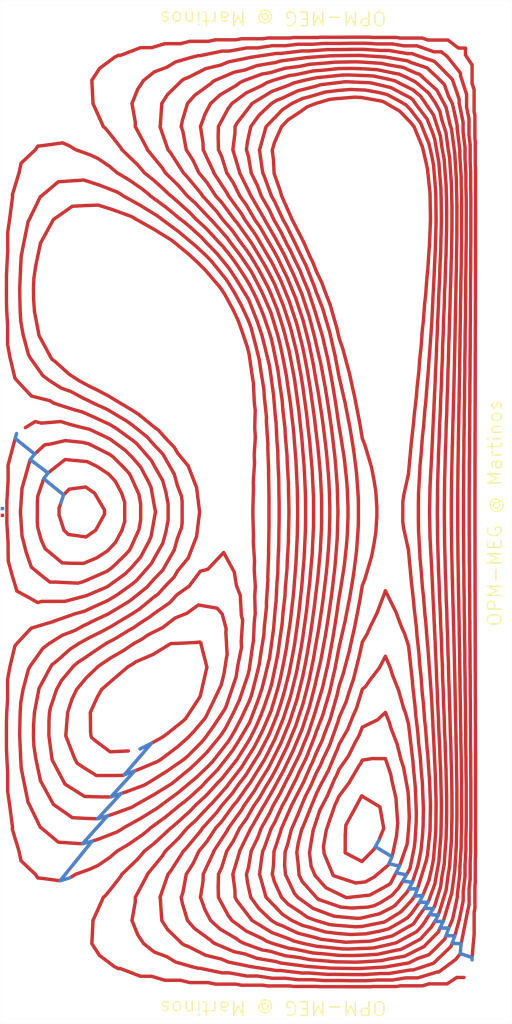
<source format=kicad_pcb>
(kicad_pcb (version 20221018) (generator pcbnew)
  (layers (0 "F.Cu" signal) (31 "B.Cu" signal) (34 "B.Paste" user) (35 "F.Paste" user) (36 "B.SilkS" user "B.Silkscreen") (37 "F.SilkS" user "F.Silkscreen") (38 "B.Mask" user) (39 "F.Mask" user) (44 "Edge.Cuts" user))
  (net 0 "")
  (net 1 "Net-(J1-Pin_1)")
  (footprint "Library:SolderWirePad_1x01_SMD_5x10mm_custom" (layer "F.Cu") (at 3.5 755)
    (fp_text reference "J2")
    (fp_text value "Conn_01x01_Socket" hide)
  )
  (footprint "Library:SolderWirePad_1x01_SMD_5x10mm_custom" (layer "F.Cu") (at 3.5 745)
    (fp_text reference "J1")
    (fp_text value "Conn_01x01_Socket" hide)
  )
  (gr_rect locked (start 0 0) (end 750 1500) (stroke (width 0.1)) (fill none) (layer "Edge.Cuts"))
  (gr_text "OPM-MEG @ Martinos" (at 400 15 180) (layer "F.SilkS") (effects (font (size 20 20) (thickness 2)) (justify bottom)))
  (gr_text "OPM-MEG @ Martinos" (at 736.628861 919.223762 90) (layer "F.SilkS") (effects (font (size 20 20) (thickness 2)) (justify left bottom)))
  (gr_text "OPM-MEG @ Martinos" (at 400 1465 180) (layer "F.SilkS") (effects (font (size 20 20) (thickness 2)) (justify bottom)))
  (segment (start 347.1 1319.6366) (end 344.37 1314.58) (width 5) (layer "F.Cu") (net 1))
  (segment (start 358.73 1397.492) (end 343.1 1394.31) (width 5) (layer "F.Cu") (net 1))
  (segment (start 81.65 852.6879) (end 73.07 852.68) (width 5) (layer "F.Cu") (net 1))
  (segment (start 429.17 457.8628) (end 423.91 441.91) (width 5) (layer "F.Cu") (net 1))
  (segment (start 644.07 406.7663) (end 642.69 432.91) (width 5) (layer "F.Cu") (net 1))
  (segment (start 423.72 110.6367) (end 432.49 109.5) (width 5) (layer "F.Cu") (net 1))
  (segment (start 37.15 626.4459) (end 51.54 617.58) (width 5) (layer "F.Cu") (net 1))
  (segment (start 341.09 1280.7305) (end 350.78 1248.23) (width 5) (layer "F.Cu") (net 1))
  (segment (start 636 89.7306) (end 640.65 94.01) (width 5) (layer "F.Cu") (net 1))
  (segment (start 444.87 354.764) (end 428.47 322.71) (width 5) (layer "F.Cu") (net 1))
  (segment (start 575.12 1435.701) (end 552.66 1435.7) (width 5) (layer "F.Cu") (net 1))
  (segment (start 405.09 1421.8005) (end 369.59 1416.4) (width 5) (layer "F.Cu") (net 1))
  (segment (start 669.37 1195.368) (end 669.37 1199.08) (width 5) (layer "F.Cu") (net 1))
  (segment (start 266.81 765.4761) (end 266.79 734.51) (width 5) (layer "F.Cu") (net 1))
  (segment (start 89.08 617.519) (end 100.47 621.11) (width 5) (layer "F.Cu") (net 1))
  (segment (start 438.23 1131.1515) (end 448.68 1110.13) (width 5) (layer "F.Cu") (net 1))
  (segment (start 615.99 1375.6048) (end 597.29 1385.71) (width 5) (layer "F.Cu") (net 1))
  (segment (start 563.61 1416.6367) (end 526.59 1418.91) (width 5) (layer "F.Cu") (net 1))
  (segment (start 417.64 1248.1201) (end 421.41 1236.72) (width 5) (layer "F.Cu") (net 1))
  (segment (start 481.47 91.9256) (end 490.22 91.01) (width 5) (layer "F.Cu") (net 1))
  (segment (start 666.46 497.4) (end 666.15 513.67) (width 5) (layer "F.Cu") (net 1))
  (segment (start 375.27 508.7339) (end 379.8 527.2) (width 5) (layer "F.Cu") (net 1))
  (segment (start 367.96 1246.8767) (end 377.59 1227.12) (width 5) (layer "F.Cu") (net 1))
  (segment (start 695.72 1296.7064) (end 695.72 1330.52) (width 5) (layer "F.Cu") (net 1))
  (segment (start 294.02 282.8819) (end 278.87 264.7) (width 5) (layer "F.Cu") (net 1))
  (segment (start 308.12 1377.0839) (end 284.91 1360.2) (width 5) (layer "F.Cu") (net 1))
  (segment (start 622.41 600.1185) (end 620.33 626.46) (width 5) (layer "F.Cu") (net 1))
  (segment (start 558.7 1407.302) (end 529.01 1409.22) (width 5) (layer "F.Cu") (net 1))
  (segment (start 476.39 567.3241) (end 471.47 540.96) (width 5) (layer "F.Cu") (net 1))
  (segment (start 614.55 108.7939) (end 634.63 127.3) (width 5) (layer "F.Cu") (net 1))
  (segment (start 636.13 397.7975) (end 636.02 402.14) (width 5) (layer "F.Cu") (net 1))
  (segment (start 465.67 845.7029) (end 468.8 811.65) (width 5) (layer "F.Cu") (net 1))
  (segment (start 497.76 63.5694) (end 513.21 63.33) (width 5) (layer "F.Cu") (net 1))
  (segment (start 414.86 1129.8081) (end 428.06 1102.31) (width 5) (layer "F.Cu") (net 1))
  (segment (start 328.29 384.1749) (end 335.85 393.57) (width 5) (layer "F.Cu") (net 1))
  (segment (start 689.52 250.4658) (end 689.52 277.31) (width 5) (layer "F.Cu") (net 1))
  (segment (start 317.57 371.1663) (end 328.29 384.17) (width 5) (layer "F.Cu") (net 1))
  (segment (start 274.29 1385.8889) (end 270.75 1384.86) (width 5) (layer "F.Cu") (net 1))
  (segment (start 689.79 1183.6414) (end 689.79 1210.8) (width 5) (layer "F.Cu") (net 1))
  (segment (start 318.69 1127.5616) (end 301.06 1145.83) (width 5) (layer "F.Cu") (net 1))
  (segment (start 483.08 742.0736) (end 482.44 719.41) (width 5) (layer "F.Cu") (net 1))
  (segment (start 325.36 359.7168) (end 320.95 355.17) (width 5) (layer "F.Cu") (net 1))
  (segment (start 603.27 1318.6431) (end 587.51 1335.68) (width 5) (layer "F.Cu") (net 1))
  (segment (start 264.21 63.9581) (end 278.26 60.51) (width 5) (layer "F.Cu") (net 1))
  (segment (start 251.03 351.64) (end 253.49 353.45) (width 5) (layer "F.Cu") (net 1))
  (segment (start 629.99 284.6541) (end 630.61 321.25) (width 5) (layer "F.Cu") (net 1))
  (segment (start 422.59 714.892) (end 422.51 707.28) (width 5) (layer "F.Cu") (net 1))
  (segment (start 618.66 858.838) (end 620.33 873.54) (width 5) (layer "F.Cu") (net 1))
  (segment (start 497.49 555.2036) (end 496.88 552.95) (width 5) (layer "F.Cu") (net 1))
  (segment (start 484.45 548.4183) (end 480.25 526.22) (width 5) (layer "F.Cu") (net 1))
  (segment (start 681.21 1266.3469) (end 681.21 1283.65) (width 5) (layer "F.Cu") (net 1))
  (segment (start 10 766.2242) (end 10 734.24) (width 5) (layer "F.Cu") (net 1))
  (segment (start 383.7 428.0644) (end 372.04 405.23) (width 5) (layer "F.Cu") (net 1))
  (segment (start 95 673.4015) (end 95.93 673.22) (width 5) (layer "F.Cu") (net 1))
  (segment (start 539.79 110.8691) (end 547.36 111.37) (width 5) (layer "F.Cu") (net 1))
  (segment (start 424.54 55.6412) (end 430.61 54.92) (width 5) (layer "F.Cu") (net 1))
  (segment (start 72.95 557.8894) (end 62.7 550.21) (width 5) (layer "F.Cu") (net 1))
  (segment (start 653.49 271.1579) (end 654.13 295.88) (width 5) (layer "F.Cu") (net 1))
  (segment (start 295.16 1087.3747) (end 275.46 1107.15) (width 5) (layer "F.Cu") (net 1))
  (segment (start 82.91 1009.8994) (end 89.87 997.1) (width 5) (layer "F.Cu") (net 1))
  (segment (start 458.18 1435.2314) (end 436.26 1435.23) (width 5) (layer "F.Cu") (net 1))
  (segment (start 497.66 556.0071) (end 497.49 555.2) (width 5) (layer "F.Cu") (net 1))
  (segment (start 145.25 1228.9308) (end 134.8 1232.33) (width 5) (layer "F.Cu") (net 1))
  (segment (start 605.48 1123.4875) (end 608.35 1152.64) (width 5) (layer "F.Cu") (net 1))
  (segment (start 550.4 719.2581) (end 547.53 701.32) (width 5) (layer "F.Cu") (net 1))
  (segment (start 689.77 355.2329) (end 689.58 367.1) (width 5) (layer "F.Cu") (net 1))
  (segment (start 463.02 427.2805) (end 460.86 420.68) (width 5) (layer "F.Cu") (net 1))
  (segment (start 644.53 1422.6389) (end 642.42 1424.02) (width 5) (layer "F.Cu") (net 1))
  (segment (start 666.46 1002.5986) (end 666.46 1002.96) (width 5) (layer "F.Cu") (net 1))
  (segment (start 154.19 1312.2151) (end 163.23 1301.22) (width 5) (layer "F.Cu") (net 1))
  (segment (start 646.99 547.1137) (end 646.6 563.77) (width 5) (layer "F.Cu") (net 1))
  (segment (start 504.3 119.8897) (end 506.68 119.7) (width 5) (layer "F.Cu") (net 1))
  (segment (start 512.26 875.5013) (end 515.57 855.93) (width 5) (layer "F.Cu") (net 1))
  (segment (start 137.82 888.7446) (end 157.48 879.94) (width 5) (layer "F.Cu") (net 1))
  (segment (start 397.46 1161.378) (end 401.57 1154.19) (width 5) (layer "F.Cu") (net 1))
  (segment (start 571.85 1294.3103) (end 571.37 1294.84) (width 5) (layer "F.Cu") (net 1))
  (segment (start 265.88 727.1195) (end 259.9 711.49) (width 5) (layer "F.Cu") (net 1))
  (segment (start 640.65 745.199) (end 640.65 754.8) (width 5) (layer "F.Cu") (net 1))
  (segment (start 221.88 825.3842) (end 226.05 817.56) (width 5) (layer "F.Cu") (net 1))
  (segment (start 52.45 388.5389) (end 59.24 356.27) (width 5) (layer "F.Cu") (net 1))
  (segment (start 274.27 286.9773) (end 261.45 271.89) (width 5) (layer "F.Cu") (net 1))
  (segment (start 367.34 1314.5844) (end 362.53 1292.77) (width 5) (layer "F.Cu") (net 1))
  (segment (start 652.13 1088.6079) (end 652.68 1111.71) (width 5) (layer "F.Cu") (net 1))
  (segment (start 9.42 422.3929) (end 9.41 404.93) (width 5) (layer "F.Cu") (net 1))
  (segment (start 447.57 1415.5485) (end 446.78 1415.38) (width 5) (layer "F.Cu") (net 1))
  (segment (start 214.65 833.6759) (end 221.88 825.38) (width 5) (layer "F.Cu") (net 1))
  (segment (start 85.33 1233.7229) (end 60.7 1213.02) (width 5) (layer "F.Cu") (net 1))
  (segment (start 312.42 250.8454) (end 297.62 219.27) (width 5) (layer "F.Cu") (net 1))
  (segment (start 438.16 1281.8468) (end 436.4 1262.27) (width 5) (layer "F.Cu") (net 1))
  (segment (start 502.96 1445.4774) (end 469.26 1445.48) (width 5) (layer "F.Cu") (net 1))
  (segment (start 536.79 1436.6755) (end 513.21 1436.68) (width 5) (layer "F.Cu") (net 1))
  (segment (start 585.18 1268.7824) (end 569.67 1265.34) (width 5) (layer "F.Cu") (net 1))
  (segment (start 325.46 997.6868) (end 324.32 1002.7) (width 5) (layer "F.Cu") (net 1))
  (segment (start 193.29 1348.4383) (end 198.16 1321.05) (width 5) (layer "F.Cu") (net 1))
  (segment (start 431.78 380.6834) (end 425.3 366.87) (width 5) (layer "F.Cu") (net 1))
  (segment (start 407.15 542.907) (end 404.78 530.67) (width 5) (layer "F.Cu") (net 1))
  (segment (start 423.2 513.2403) (end 416.11 485.28) (width 5) (layer "F.Cu") (net 1))
  (segment (start 221.24 786.1284) (end 217.9 793.57) (width 5) (layer "F.Cu") (net 1))
  (segment (start 670.82 811.0165) (end 671.38 844.21) (width 5) (layer "F.Cu") (net 1))
  (segment (start 591.25 773.5705) (end 598.44 806.23) (width 5) (layer "F.Cu") (net 1))
  (segment (start 275.7 682.5894) (end 259.9 663.34) (width 5) (layer "F.Cu") (net 1))
  (segment (start 469.24 113.2349) (end 501.08 109.92) (width 5) (layer "F.Cu") (net 1))
  (segment (start 136.19 151.5617) (end 136.23 151.36) (width 5) (layer "F.Cu") (net 1))
  (segment (start 171.52 1246.8767) (end 160.82 1256.04) (width 5) (layer "F.Cu") (net 1))
  (segment (start 188.62 263.2555) (end 207.89 276.54) (width 5) (layer "F.Cu") (net 1))
  (segment (start 681.37 994.0364) (end 681.37 1011.52) (width 5) (layer "F.Cu") (net 1))
  (segment (start 688.73 212.0294) (end 688.73 237.97) (width 5) (layer "F.Cu") (net 1))
  (segment (start 653.54 1303.9004) (end 647.36 1323.84) (width 5) (layer "F.Cu") (net 1))
  (segment (start 428.53 1177.1837) (end 444.78 1145.67) (width 5) (layer "F.Cu") (net 1))
  (segment (start 341.57 453.9166) (end 348.98 469.82) (width 5) (layer "F.Cu") (net 1))
  (segment (start 436.25 909.6236) (end 437.5 900.77) (width 5) (layer "F.Cu") (net 1))
  (segment (start 93.36 1145.3149) (end 76.57 1113.56) (width 5) (layer "F.Cu") (net 1))
  (segment (start 676.18 1191.4591) (end 676.18 1202.99) (width 5) (layer "F.Cu") (net 1))
  (segment (start 461.55 1003.6248) (end 461.92 1002.14) (width 5) (layer "F.Cu") (net 1))
  (segment (start 442.03 640.7203) (end 440.4 626.88) (width 5) (layer "F.Cu") (net 1))
  (segment (start 674.69 107.6563) (end 674.69 110.88) (width 5) (layer "F.Cu") (net 1))
  (segment (start 377.25 1027.985) (end 365.76 1057.95) (width 5) (layer "F.Cu") (net 1))
  (segment (start 632.15 1022.3012) (end 632.29 1024.18) (width 5) (layer "F.Cu") (net 1))
  (segment (start 41.06 1175.3824) (end 35 1145.31) (width 5) (layer "F.Cu") (net 1))
  (segment (start 502.89 986.7848) (end 504.89 978.73) (width 5) (layer "F.Cu") (net 1))
  (segment (start 254.93 1209.274) (end 277.78 1188.84) (width 5) (layer "F.Cu") (net 1))
  (segment (start 459.2 771.638) (end 459.28 767.29) (width 5) (layer "F.Cu") (net 1))
  (segment (start 615.73 1109.5103) (end 617.12 1130.17) (width 5) (layer "F.Cu") (net 1))
  (segment (start 437.49 599.2244) (end 436.24 590.38) (width 5) (layer "F.Cu") (net 1))
  (segment (start 270.75 1384.8612) (end 266.57 1382.29) (width 5) (layer "F.Cu") (net 1))
  (segment (start 414.65 321.9539) (end 401.99 294.59) (width 5) (layer "F.Cu") (net 1))
  (segment (start 393.55 690.6549) (end 393.41 692.76) (width 5) (layer "F.Cu") (net 1))
  (segment (start 217.83 706.3911) (end 221.2 713.89) (width 5) (layer "F.Cu") (net 1))
  (segment (start 424.49 519.3527) (end 423.2 513.24) (width 5) (layer "F.Cu") (net 1))
  (segment (start 683.54 138.3911) (end 683.54 157.1) (width 5) (layer "F.Cu") (net 1))
  (segment (start 397.37 496.0444) (end 395.31 489.3) (width 5) (layer "F.Cu") (net 1))
  (segment (start 645.85 275.5475) (end 646.26 291.35) (width 5) (layer "F.Cu") (net 1))
  (segment (start 44.14 673.2286) (end 70.3 692.86) (width 5) (layer "F.Cu") (net 1))
  (segment (start 151.39 185.4156) (end 136.52 152.27) (width 5) (layer "F.Cu") (net 1))
  (segment (start 61.27 880.9809) (end 54.98 882.64) (width 5) (layer "F.Cu") (net 1))
  (segment (start 82.1 969.1695) (end 102.74 950.94) (width 5) (layer "F.Cu") (net 1))
  (segment (start 635.76 596.4364) (end 633.95 632.38) (width 5) (layer "F.Cu") (net 1))
  (segment (start 575.02 64.313) (end 591.63 67.1) (width 5) (layer "F.Cu") (net 1))
  (segment (start 666.18 1275.0203) (end 666.15 1275.26) (width 5) (layer "F.Cu") (net 1))
  (segment (start 689.33 1067.2406) (end 689.33 1093.87) (width 5) (layer "F.Cu") (net 1))
  (segment (start 217.9 793.5659) (end 205.86 816.18) (width 5) (layer "F.Cu") (net 1))
  (segment (start 630.53 1176.766) (end 630.61 1178.74) (width 5) (layer "F.Cu") (net 1))
  (segment (start 293.01 81.5231) (end 325.35 74.8) (width 5) (layer "F.Cu") (net 1))
  (segment (start 387 920.2225) (end 386.57 930.02) (width 5) (layer "F.Cu") (net 1))
  (segment (start 434.76 1025.4307) (end 436.71 1017.89) (width 5) (layer "F.Cu") (net 1))
  (segment (start 455.07 1416.146) (end 447.57 1415.55) (width 5) (layer "F.Cu") (net 1))
  (segment (start 562.93 1350.7216) (end 560.39 1351.31) (width 5) (layer "F.Cu") (net 1))
  (segment (start 564.58 1043.6256) (end 570.22 1057.87) (width 5) (layer "F.Cu") (net 1))
  (segment (start 576.59 107.0736) (end 584.56 108.45) (width 5) (layer "F.Cu") (net 1))
  (segment (start 466.52 577.0107) (end 465.92 573.34) (width 5) (layer "F.Cu") (net 1))
  (segment (start 422.51 707.2841) (end 420.74 677.07) (width 5) (layer "F.Cu") (net 1))
  (segment (start 255.15 694.3919) (end 250.53 686.29) (width 5) (layer "F.Cu") (net 1))
  (segment (start 496.88 495.5674) (end 493.28 479.84) (width 5) (layer "F.Cu") (net 1))
  (segment (start 429.68 428.596) (end 420.86 406.96) (width 5) (layer "F.Cu") (net 1))
  (segment (start 487.37 1418.3458) (end 484.85 1418.35) (width 5) (layer "F.Cu") (net 1))
  (segment (start 186.02 617.0751) (end 157.24 599.89) (width 5) (layer "F.Cu") (net 1))
  (segment (start 436.26 64.7707) (end 458.18 64.77) (width 5) (layer "F.Cu") (net 1))
  (segment (start 608.35 1152.6408) (end 608.8 1164.28) (width 5) (layer "F.Cu") (net 1))
  (segment (start 112.22 1009.8994) (end 126.37 992.93) (width 5) (layer "F.Cu") (net 1))
  (segment (start 398.52 1114.4647) (end 411.54 1088.46) (width 5) (layer "F.Cu") (net 1))
  (segment (start 59.24 356.2678) (end 60.08 354.69) (width 5) (layer "F.Cu") (net 1))
  (segment (start 410.64 993.975) (end 414.65 974.99) (width 5) (layer "F.Cu") (net 1))
  (segment (start 450.21 1343.7696) (end 440.53 1336.79) (width 5) (layer "F.Cu") (net 1))
  (segment (start 469.34 695.2944) (end 468.79 688.36) (width 5) (layer "F.Cu") (net 1))
  (segment (start 614.32 700.7894) (end 613.18 722.09) (width 5) (layer "F.Cu") (net 1))
  (segment (start 629.15 981.5265) (end 629.52 984.93) (width 5) (layer "F.Cu") (net 1))
  (segment (start 99.95 782.9116) (end 93.61 776.6) (width 5) (layer "F.Cu") (net 1))
  (segment (start 423.91 441.9088) (end 420.77 434.12) (width 5) (layer "F.Cu") (net 1))
  (segment (start 367.93 287.3552) (end 367.88 287.28) (width 5) (layer "F.Cu") (net 1))
  (segment (start 478.09 838.5668) (end 479.98 818.07) (width 5) (layer "F.Cu") (net 1))
  (segment (start 269.74 1174.8557) (end 263.88 1179.17) (width 5) (layer "F.Cu") (net 1))
  (segment (start 674.49 453.5405) (end 674.49 463.13) (width 5) (layer "F.Cu") (net 1))
  (segment (start 368.71 1211.5841) (end 385.66 1181.58) (width 5) (layer "F.Cu") (net 1))
  (segment (start 654.4 607.1425) (end 653.7 621.04) (width 5) (layer "F.Cu") (net 1))
  (segment (start 430.3 866.0152) (end 433.1 830.03) (width 5) (layer "F.Cu") (net 1))
  (segment (start 390.36 888.956) (end 387 920.22) (width 5) (layer "F.Cu") (net 1))
  (segment (start 687.74 665.1778) (end 687.49 679.41) (width 5) (layer "F.Cu") (net 1))
  (segment (start 695.83 674.6168) (end 695.83 708.72) (width 5) (layer "F.Cu") (net 1))
  (segment (start 665.62 536.4143) (end 664.72 574.18) (width 5) (layer "F.Cu") (net 1))
  (segment (start 642.7 1067.0878) (end 644.08 1093.23) (width 5) (layer "F.Cu") (net 1))
  (segment (start 324.12 95.0577) (end 334.46 90.65) (width 5) (layer "F.Cu") (net 1))
  (segment (start 198.14 1314.5844) (end 215.12 1282.88) (width 5) (layer "F.Cu") (net 1))
  (segment (start 443.83 836.2006) (end 445.4 818.46) (width 5) (layer "F.Cu") (net 1))
  (segment (start 430.61 54.924) (end 463.84 54.92) (width 5) (layer "F.Cu") (net 1))
  (segment (start 635.86 907.6056) (end 637.53 941.43) (width 5) (layer "F.Cu") (net 1))
  (segment (start 479.65 1427.3897) (end 452.53 1425.39) (width 5) (layer "F.Cu") (net 1))
  (segment (start 411.4 1410.8025) (end 404 1408.6) (width 5) (layer "F.Cu") (net 1))
  (segment (start 386.75 1243.1261) (end 397.15 1214.04) (width 5) (layer "F.Cu") (net 1))
  (segment (start 696.44 436.8454) (end 696.36 440.98) (width 5) (layer "F.Cu") (net 1))
  (segment (start 399.88 1382.2922) (end 390.81 1378.95) (width 5) (layer "F.Cu") (net 1))
  (segment (start 582.61 1206.03) (end 580.81 1224.94) (width 5) (layer "F.Cu") (net 1))
  (segment (start 420.81 1141.1365) (end 424.49 1134.43) (width 5) (layer "F.Cu") (net 1))
  (segment (start 311.77 385.0179) (end 331.14 409.11) (width 5) (layer "F.Cu") (net 1))
  (segment (start 21.79 553.7262) (end 14.65 523.95) (width 5) (layer "F.Cu") (net 1))
  (segment (start 530.18 1262.1023) (end 505.65 1249.26) (width 5) (layer "F.Cu") (net 1))
  (segment (start 670.82 805.6503) (end 670.82 811.02) (width 5) (layer "F.Cu") (net 1))
  (segment (start 459.71 961.9862) (end 463.02 942.24) (width 5) (layer "F.Cu") (net 1))
  (segment (start 465.65 654.2893) (end 465.32 651.46) (width 5) (layer "F.Cu") (net 1))
  (segment (start 195.58 318.8566) (end 198.77 320.83) (width 5) (layer "F.Cu") (net 1))
  (segment (start 406.84 659.3961) (end 407.46 684.69) (width 5) (layer "F.Cu") (net 1))
  (segment (start 687.35 757.2643) (end 687.35 781.62) (width 5) (layer "F.Cu") (net 1))
  (segment (start 651.25 428.0017) (end 650.72 449.47) (width 5) (layer "F.Cu") (net 1))
  (segment (start 354.06 483.9866) (end 361.96 507.31) (width 5) (layer "F.Cu") (net 1))
  (segment (start 11.23 340.3765) (end 14.1 320.83) (width 5) (layer "F.Cu") (net 1))
  (segment (start 565.35 867.1035) (end 580.05 896.67) (width 5) (layer "F.Cu") (net 1))
  (segment (start 590.05 764.6257) (end 591.25 773.57) (width 5) (layer "F.Cu") (net 1))
  (segment (start 570.22 1057.8721) (end 572.33 1065.56) (width 5) (layer "F.Cu") (net 1))
  (segment (start 55.21 727.0926) (end 55.21 727.09) (width 5) (layer "F.Cu") (net 1))
  (segment (start 552.14 898.4097) (end 564.06 866.97) (width 5) (layer "F.Cu") (net 1))
  (segment (start 668.55 265.2699) (end 669.37 300.92) (width 5) (layer "F.Cu") (net 1))
  (segment (start 670.02 1310.2764) (end 670.02 1313.62) (width 5) (layer "F.Cu") (net 1))
  (segment (start 324.95 1203.2547) (end 341.56 1180.33) (width 5) (layer "F.Cu") (net 1))
  (segment (start 132.68 1071.6263) (end 132.26 1043.75) (width 5) (layer "F.Cu") (net 1))
  (segment (start 449.12 489.2387) (end 443.94 469.29) (width 5) (layer "F.Cu") (net 1))
  (segment (start 392.44 651.1275) (end 392.21 654.56) (width 5) (layer "F.Cu") (net 1))
  (segment (start 544.09 683.9933) (end 535.62 655.59) (width 5) (layer "F.Cu") (net 1))
  (segment (start 599.16 1357.1432) (end 574.87 1370.97) (width 5) (layer "F.Cu") (net 1))
  (segment (start 650.72 449.4732) (end 649.8 467.72) (width 5) (layer "F.Cu") (net 1))
  (segment (start 655.66 568.9774) (end 655.05 581.37) (width 5) (layer "F.Cu") (net 1))
  (segment (start 136.23 1348.6375) (end 136.19 1348.44) (width 5) (layer "F.Cu") (net 1))
  (segment (start 642.59 1364.6812) (end 624.12 1383.54) (width 5) (layer "F.Cu") (net 1))
  (segment (start 544.89 1111.311) (end 564.58 1111.4) (width 5) (layer "F.Cu") (net 1))
  (segment (start 695.72 1330.5172) (end 694.58 1336.02) (width 5) (layer "F.Cu") (net 1))
  (segment (start 696.51 1253.5483) (end 696.24 1257.71) (width 5) (layer "F.Cu") (net 1))
  (segment (start 590.63 98.7427) (end 608.27 106.7) (width 5) (layer "F.Cu") (net 1))
  (segment (start 568.64 1296.563) (end 541.79 1311.26) (width 5) (layer "F.Cu") (net 1))
  (segment (start 203.43 724.1014) (end 206 738.49) (width 5) (layer "F.Cu") (net 1))
  (segment (start 555.63 1364.1955) (end 536.04 1368.04) (width 5) (layer "F.Cu") (net 1))
  (segment (start 497.67 943.9878) (end 505.39 910.45) (width 5) (layer "F.Cu") (net 1))
  (segment (start 18.16 1213.0227) (end 18.16 1210.78) (width 5) (layer "F.Cu") (net 1))
  (segment (start 696.53 1136.8938) (end 696.59 1140.85) (width 5) (layer "F.Cu") (net 1))
  (segment (start 617.04 836.5409) (end 618.66 858.84) (width 5) (layer "F.Cu") (net 1))
  (segment (start 448.44 449.9574) (end 442.34 431.32) (width 5) (layer "F.Cu") (net 1))
  (segment (start 217.22 929.8108) (end 238.15 919.42) (width 5) (layer "F.Cu") (net 1))
  (segment (start 660.96 383.5347) (end 660.17 416.01) (width 5) (layer "F.Cu") (net 1))
  (segment (start 299.76 1052.8642) (end 284.47 1070.92) (width 5) (layer "F.Cu") (net 1))
  (segment (start 667.02 170.7442) (end 669.74 184.04) (width 5) (layer "F.Cu") (net 1))
  (segment (start 554.01 135.2919) (end 566.76 138.35) (width 5) (layer "F.Cu") (net 1))
  (segment (start 397.37 1003.958) (end 398.07 1001.2) (width 5) (layer "F.Cu") (net 1))
  (segment (start 659.04 454.2495) (end 658.61 462.66) (width 5) (layer "F.Cu") (net 1))
  (segment (start 351.01 253.1404) (end 350.78 251.77) (width 5) (layer "F.Cu") (net 1))
  (segment (start 270.61 1111.4411) (end 268.28 1113.21) (width 5) (layer "F.Cu") (net 1))
  (segment (start 610.94 567.8194) (end 609.89 581.58) (width 5) (layer "F.Cu") (net 1))
  (segment (start 178.15 722.4915) (end 182.63 736.05) (width 5) (layer "F.Cu") (net 1))
  (segment (start 625.96 940.8065) (end 626.73 947.64) (width 5) (layer "F.Cu") (net 1))
  (segment (start 662.01 300.3996) (end 662.07 305.12) (width 5) (layer "F.Cu") (net 1))
  (segment (start 531.68 72.2215) (end 557.43 73.85) (width 5) (layer "F.Cu") (net 1))
  (segment (start 581.31 1187.3867) (end 582.61 1206.03) (width 5) (layer "F.Cu") (net 1))
  (segment (start 482.78 1014.1261) (end 488.75 988) (width 5) (layer "F.Cu") (net 1))
  (segment (start 365.36 1058.7987) (end 350.4 1084.08) (width 5) (layer "F.Cu") (net 1))
  (segment (start 580.05 896.6713) (end 588.47 919.27) (width 5) (layer "F.Cu") (net 1))
  (segment (start 672.92 1346.7645) (end 666.29 1370.93) (width 5) (layer "F.Cu") (net 1))
  (segment (start 564.58 1111.4007) (end 572.36 1134.42) (width 5) (layer "F.Cu") (net 1))
  (segment (start 613.53 544.7776) (end 610.94 567.82) (width 5) (layer "F.Cu") (net 1))
  (segment (start 643.82 251.0682) (end 645.85 275.55) (width 5) (layer "F.Cu") (net 1))
  (segment (start 632.29 669.3678) (end 632.09 672.11) (width 5) (layer "F.Cu") (net 1))
  (segment (start 410.58 467.1029) (end 405.72 452.36) (width 5) (layer "F.Cu") (net 1))
  (segment (start 521.18 90.5111) (end 528.8 90.79) (width 5) (layer "F.Cu") (net 1))
  (segment (start 696.1 942.2057) (end 696.19 946.63) (width 5) (layer "F.Cu") (net 1))
  (segment (start 510.12 1390.2403) (end 501.08 1390.09) (width 5) (layer "F.Cu") (net 1))
  (segment (start 620.15 1029.1936) (end 622.06 1055.24) (width 5) (layer "F.Cu") (net 1))
  (segment (start 405.72 452.3553) (end 396.29 429) (width 5) (layer "F.Cu") (net 1))
  (segment (start 569.65 1426.1688) (end 558.13 1426.17) (width 5) (layer "F.Cu") (net 1))
  (segment (start 681.21 1283.6531) (end 678.58 1305.75) (width 5) (layer "F.Cu") (net 1))
  (segment (start 591.63 67.103) (end 610.97 67.1) (width 5) (layer "F.Cu") (net 1))
  (segment (start 274.92 1080.8987) (end 260.7 1093.5) (width 5) (layer "F.Cu") (net 1))
  (segment (start 629.52 984.9255) (end 632.14 1022.13) (width 5) (layer "F.Cu") (net 1))
  (segment (start 377.2 271.9619) (end 368.04 253.43) (width 5) (layer "F.Cu") (net 1))
  (segment (start 676.12 1164.0632) (end 676.18 1191.46) (width 5) (layer "F.Cu") (net 1))
  (segment (start 334.65 1213.0627) (end 354.07 1186.19) (width 5) (layer "F.Cu") (net 1))
  (segment (start 132.81 651.5874) (end 160.54 665.61) (width 5) (layer "F.Cu") (net 1))
  (segment (start 464.32 113.626) (end 469.24 113.23) (width 5) (layer "F.Cu") (net 1))
  (segment (start 497.5 944.8003) (end 497.67 943.99) (width 5) (layer "F.Cu") (net 1))
  (segment (start 61.78 1286.7265) (end 55.23 1286.14) (width 5) (layer "F.Cu") (net 1))
  (segment (start 33.77 490.1006) (end 30.45 470.95) (width 5) (layer "F.Cu") (net 1))
  (segment (start 341.65 267.6601) (end 332.13 253.12) (width 5) (layer "F.Cu") (net 1))
  (segment (start 142.56 951.1586) (end 155.99 942.28) (width 5) (layer "F.Cu") (net 1))
  (segment (start 254.94 354.6718) (end 277.86 373.59) (width 5) (layer "F.Cu") (net 1))
  (segment (start 574.22 1144.4214) (end 579.99 1168.93) (width 5) (layer "F.Cu") (net 1))
  (segment (start 224.52 899.6557) (end 248.63 882.91) (width 5) (layer "F.Cu") (net 1))
  (segment (start 656.31 958.2371) (end 656.82 969.24) (width 5) (layer "F.Cu") (net 1))
  (segment (start 696.24 1292.2859) (end 695.72 1296.71) (width 5) (layer "F.Cu") (net 1))
  (segment (start 396.29 429.003) (end 393.35 422.33) (width 5) (layer "F.Cu") (net 1))
  (segment (start 343.1 105.6894) (end 358.73 102.51) (width 5) (layer "F.Cu") (net 1))
  (segment (start 363.13 437.0502) (end 364.4 439.53) (width 5) (layer "F.Cu") (net 1))
  (segment (start 285.76 297.2593) (end 274.27 286.98) (width 5) (layer "F.Cu") (net 1))
  (segment (start 220.47 903.0155) (end 224.52 899.66) (width 5) (layer "F.Cu") (net 1))
  (segment (start 334.51 158.4504) (end 339.82 151.56) (width 5) (layer "F.Cu") (net 1))
  (segment (start 678.92 776.782) (end 679.16 800.86) (width 5) (layer "F.Cu") (net 1))
  (segment (start 231.09 1115.3625) (end 203.36 1126.99) (width 5) (layer "F.Cu") (net 1))
  (segment (start 535.62 655.5878) (end 534.17 650.8) (width 5) (layer "F.Cu") (net 1))
  (segment (start 449.86 156.4841) (end 462.55 151.56) (width 5) (layer "F.Cu") (net 1))
  (segment (start 627.87 136.2747) (end 637.72 150.59) (width 5) (layer "F.Cu") (net 1))
  (segment (start 244 1130.0395) (end 219.49 1145.31) (width 5) (layer "F.Cu") (net 1))
  (segment (start 647.16 214.5498) (end 650.68 233.88) (width 5) (layer "F.Cu") (net 1))
  (segment (start 271.82 1052.6118) (end 269.25 1055.3) (width 5) (layer "F.Cu") (net 1))
  (segment (start 29.52 456.2467) (end 29.06 439.14) (width 5) (layer "F.Cu") (net 1))
  (segment (start 163.68 306.6893) (end 192.25 317.01) (width 5) (layer "F.Cu") (net 1))
  (segment (start 443.05 144.29) (end 452.83 141.8) (width 5) (layer "F.Cu") (net 1))
  (segment (start 564.58 961.3816) (end 572.05 979.05) (width 5) (layer "F.Cu") (net 1))
  (segment (start 525.85 1077.7527) (end 530.73 1065.31) (width 5) (layer "F.Cu") (net 1))
  (segment (start 274.27 1213.0227) (end 285.76 1202.74) (width 5) (layer "F.Cu") (net 1))
  (segment (start 18.22 286.9773) (end 18.22 284.85) (width 5) (layer "F.Cu") (net 1))
  (segment (start 695.78 713.5327) (end 695.78 747.58) (width 5) (layer "F.Cu") (net 1))
  (segment (start 672.72 921.2249) (end 672.72 928.78) (width 5) (layer "F.Cu") (net 1))
  (segment (start 280.85 1416.146) (end 256.79 1409.16) (width 5) (layer "F.Cu") (net 1))
  (segment (start 160.54 665.6073) (end 165.6 669.32) (width 5) (layer "F.Cu") (net 1))
  (segment (start 461.99 457.7419) (end 451.6 426) (width 5) (layer "F.Cu") (net 1))
  (segment (start 57.3 1008.1002) (end 74.58 976.05) (width 5) (layer "F.Cu") (net 1))
  (segment (start 435.47 785.2682) (end 436 753.93) (width 5) (layer "F.Cu") (net 1))
  (segment (start 632.07 672.3499) (end 630.09 709.85) (width 5) (layer "F.Cu") (net 1))
  (segment (start 129.44 650.0113) (end 132.81 651.59) (width 5) (layer "F.Cu") (net 1))
  (segment (start 509.75 757.3931) (end 509.75 742.61) (width 5) (layer "F.Cu") (net 1))
  (segment (start 642.27 833.51) (end 643.5 860.23) (width 5) (layer "F.Cu") (net 1))
  (segment (start 572.66 128.3169) (end 596.06 140.67) (width 5) (layer "F.Cu") (net 1))
  (segment (start 688.73 1262.0305) (end 688.73 1287.97) (width 5) (layer "F.Cu") (net 1))
  (segment (start 302.57 335.209) (end 287.12 321.05) (width 5) (layer "F.Cu") (net 1))
  (segment (start 447.23 1166.7541) (end 455.07 1151.55) (width 5) (layer "F.Cu") (net 1))
  (segment (start 205.83 1198.9889) (end 180.53 1213.02) (width 5) (layer "F.Cu") (net 1))
  (segment (start 511.88 546.9374) (end 504.89 521.27) (width 5) (layer "F.Cu") (net 1))
  (segment (start 653.36 1370.7227) (end 651.62 1375.49) (width 5) (layer "F.Cu") (net 1))
  (segment (start 651.38 799.8497) (end 651.92 816.5) (width 5) (layer "F.Cu") (net 1))
  (segment (start 618.88 215.3779) (end 624.61 240.06) (width 5) (layer "F.Cu") (net 1))
  (segment (start 121.51 917.0546) (end 139.79 908.09) (width 5) (layer "F.Cu") (net 1))
  (segment (start 416.11 485.2778) (end 410.58 467.1) (width 5) (layer "F.Cu") (net 1))
  (segment (start 89.76 568.6269) (end 72.95 557.89) (width 5) (layer "F.Cu") (net 1))
  (segment (start 27.74 1246.8767) (end 18.16 1215.26) (width 5) (layer "F.Cu") (net 1))
  (segment (start 522.55 696.3656) (end 521.49 686.36) (width 5) (layer "F.Cu") (net 1))
  (segment (start 676.18 1202.9852) (end 675.54 1230.72) (width 5) (layer "F.Cu") (net 1))
  (segment (start 199.86 649.4367) (end 194.54 645.21) (width 5) (layer "F.Cu") (net 1))
  (segment (start 161.32 1101.4174) (end 141.01 1086.14) (width 5) (layer "F.Cu") (net 1))
  (segment (start 444.75 1208.9731) (end 454.37 1184.96) (width 5) (layer "F.Cu") (net 1))
  (segment (start 272.8 219.2695) (end 267.97 192.82) (width 5) (layer "F.Cu") (net 1))
  (segment (start 316.05 286.9773) (end 303.04 267.17) (width 5) (layer "F.Cu") (net 1))
  (segment (start 560.39 1351.3144) (end 529.99 1357.28) (width 5) (layer "F.Cu") (net 1))
  (segment (start 405.09 78.2029) (end 411.58 78.2) (width 5) (layer "F.Cu") (net 1))
  (segment (start 71.71 1054.3224) (end 72.45 1043.75) (width 5) (layer "F.Cu") (net 1))
  (segment (start 444.38 408.8765) (end 439.41 396.19) (width 5) (layer "F.Cu") (net 1))
  (segment (start 618.45 1014.2731) (end 620.15 1029.19) (width 5) (layer "F.Cu") (net 1))
  (segment (start 629.83 281.9181) (end 629.99 284.65) (width 5) (layer "F.Cu") (net 1))
  (segment (start 193.35 622.4082) (end 186.02 617.08) (width 5) (layer "F.Cu") (net 1))
  (segment (start 358.98 322.1398) (end 353.87 313.28) (width 5) (layer "F.Cu") (net 1))
  (segment (start 234.37 319.0313) (end 236.54 320.83) (width 5) (layer "F.Cu") (net 1))
  (segment (start 128.09 300.9491) (end 128.09 300.95) (width 5) (layer "F.Cu") (net 1))
  (segment (start 101.4 716.5605) (end 125.38 713.38) (width 5) (layer "F.Cu") (net 1))
  (segment (start 58.99 1211.878) (end 43.13 1179.17) (width 5) (layer "F.Cu") (net 1))
  (segment (start 519.54 918.5739) (end 525.24 889.26) (width 5) (layer "F.Cu") (net 1))
  (segment (start 497.17 1367.6978) (end 476.48 1365.21) (width 5) (layer "F.Cu") (net 1))
  (segment (start 203.36 1126.9875) (end 197.26 1129.31) (width 5) (layer "F.Cu") (net 1))
  (segment (start 277.78 1188.8374) (end 286.87 1179.17) (width 5) (layer "F.Cu") (net 1))
  (segment (start 508.11 54.4448) (end 541.89 54.44) (width 5) (layer "F.Cu") (net 1))
  (segment (start 331.61 964.225) (end 328.37 985.82) (width 5) (layer "F.Cu") (net 1))
  (segment (start 429.21 1042.0968) (end 434.76 1025.43) (width 5) (layer "F.Cu") (net 1))
  (segment (start 646.6 563.7711) (end 645.46 586.88) (width 5) (layer "F.Cu") (net 1))
  (segment (start 395.59 1120.5579) (end 398.52 1114.46) (width 5) (layer "F.Cu") (net 1))
  (segment (start 308.5 151.5617) (end 323.03 138.46) (width 5) (layer "F.Cu") (net 1))
  (segment (start 682.53 1245.5204) (end 681.21 1266.35) (width 5) (layer "F.Cu") (net 1))
  (segment (start 654.81 82.335) (end 672.83 104.86) (width 5) (layer "F.Cu") (net 1))
  (segment (start 696.53 363.1063) (end 696.53 398) (width 5) (layer "F.Cu") (net 1))
  (segment (start 635.08 168.508) (end 635.12 168.59) (width 5) (layer "F.Cu") (net 1))
  (segment (start 678.39 193.1428) (end 681.21 216.35) (width 5) (layer "F.Cu") (net 1))
  (segment (start 453.14 1035.9913) (end 461.55 1003.62) (width 5) (layer "F.Cu") (net 1))
  (segment (start 62.71 949.8033) (end 72.23 942.53) (width 5) (layer "F.Cu") (net 1))
  (segment (start 331.05 1035.1581) (end 330.1 1037.2) (width 5) (layer "F.Cu") (net 1))
  (segment (start 630.53 323.2366) (end 629.13 359.3) (width 5) (layer "F.Cu") (net 1))
  (segment (start 50.74 665.2441) (end 61.24 655.41) (width 5) (layer "F.Cu") (net 1))
  (segment (start 650.91 739.3057) (end 650.91 760.69) (width 5) (layer "F.Cu") (net 1))
  (segment (start 616.89 507.8213) (end 614.82 526.7) (width 5) (layer "F.Cu") (net 1))
  (segment (start 370.04 358.6616) (end 369 356.86) (width 5) (layer "F.Cu") (net 1))
  (segment (start 634.09 1060.0767) (end 634.14 1062.18) (width 5) (layer "F.Cu") (net 1))
  (segment (start 31.06 374.906) (end 35.03 354.69) (width 5) (layer "F.Cu") (net 1))
  (segment (start 76.13 1111.4611) (end 75.53 1107.54) (width 5) (layer "F.Cu") (net 1))
  (segment (start 443.14 563.5817) (end 440.69 548.94) (width 5) (layer "F.Cu") (net 1))
  (segment (start 681.36 488.4816) (end 681.36 505.96) (width 5) (layer "F.Cu") (net 1))
  (segment (start 96.58 1078.7201) (end 96.44 1077.61) (width 5) (layer "F.Cu") (net 1))
  (segment (start 455.92 920.9198) (end 460.65 887.48) (width 5) (layer "F.Cu") (net 1))
  (segment (start 55.09 772.2678) (end 54.56 764.01) (width 5) (layer "F.Cu") (net 1))
  (segment (start 449.13 1010.7566) (end 452.63 996.81) (width 5) (layer "F.Cu") (net 1))
  (segment (start 680.95 955.3844) (end 680.95 972.39) (width 5) (layer "F.Cu") (net 1))
  (segment (start 305.07 1439.4898) (end 278.26 1439.49) (width 5) (layer "F.Cu") (net 1))
  (segment (start 654.25 334.8319) (end 653.85 348.73) (width 5) (layer "F.Cu") (net 1))
  (segment (start 160.83 243.9345) (end 171.57 253.12) (width 5) (layer "F.Cu") (net 1))
  (segment (start 434.05 513.8636) (end 429.17 494.42) (width 5) (layer "F.Cu") (net 1))
  (segment (start 669.74 184.0444) (end 669.74 188.18) (width 5) (layer "F.Cu") (net 1))
  (segment (start 679.16 815.8053) (end 679.56 839.52) (width 5) (layer "F.Cu") (net 1))
  (segment (start 341.07 219.2695) (end 344.08 195.71) (width 5) (layer "F.Cu") (net 1))
  (segment (start 493.84 790.631) (end 494.01 787.24) (width 5) (layer "F.Cu") (net 1))
  (segment (start 484.85 1418.3458) (end 455.07 1416.15) (width 5) (layer "F.Cu") (net 1))
  (segment (start 637.53 941.4342) (end 637.68 947.54) (width 5) (layer "F.Cu") (net 1))
  (segment (start 263.88 1179.1689) (end 243.19 1196.33) (width 5) (layer "F.Cu") (net 1))
  (segment (start 413.78 1179.692) (end 419.24 1170.13) (width 5) (layer "F.Cu") (net 1))
  (segment (start 389.45 1313.6149) (end 380.2 1280.73) (width 5) (layer "F.Cu") (net 1))
  (segment (start 618.44 485.732) (end 616.89 507.82) (width 5) (layer "F.Cu") (net 1))
  (segment (start 411.79 340.3251) (end 401.23 321.99) (width 5) (layer "F.Cu") (net 1))
  (segment (start 523.42 81.1099) (end 526.58 81.11) (width 5) (layer "F.Cu") (net 1))
  (segment (start 187.92 1100.0967) (end 161.32 1101.42) (width 5) (layer "F.Cu") (net 1))
  (segment (start 646.99 952.8875) (end 648 974.31) (width 5) (layer "F.Cu") (net 1))
  (segment (start 380.14 219.6358) (end 389.46 186.47) (width 5) (layer "F.Cu") (net 1))
  (segment (start 563.97 1350.1996) (end 562.93 1350.72) (width 5) (layer "F.Cu") (net 1))
  (segment (start 382.17 543.6605) (end 386.56 569.97) (width 5) (layer "F.Cu") (net 1))
  (segment (start 541.83 996.4052) (end 555.79 978.28) (width 5) (layer "F.Cu") (net 1))
  (segment (start 555.79 978.2821) (end 564.58 961.38) (width 5) (layer "F.Cu") (net 1))
  (segment (start 365.05 981.0979) (end 364.47 983.51) (width 5) (layer "F.Cu") (net 1))
  (segment (start 502.88 513.2159) (end 496.88 495.57) (width 5) (layer "F.Cu") (net 1))
  (segment (start 696.59 1140.8484) (end 696.59 1175.82) (width 5) (layer "F.Cu") (net 1))
  (segment (start 639.17 520.6193) (end 637.68 552.46) (width 5) (layer "F.Cu") (net 1))
  (segment (start 120.81 1236.1148) (end 110.09 1235.43) (width 5) (layer "F.Cu") (net 1))
  (segment (start 310.02 1177.2627) (end 316.75 1169.83) (width 5) (layer "F.Cu") (net 1))
  (segment (start 302.75 1164.6199) (end 318.89 1146.8) (width 5) (layer "F.Cu") (net 1))
  (segment (start 285.76 1202.7438) (end 307.93 1179.17) (width 5) (layer "F.Cu") (net 1))
  (segment (start 428.19 322.1427) (end 428.06 321.92) (width 5) (layer "F.Cu") (net 1))
  (segment (start 620.33 873.5384) (end 622.41 899.88) (width 5) (layer "F.Cu") (net 1))
  (segment (start 387.04 1113.5465) (end 392.95 1102.25) (width 5) (layer "F.Cu") (net 1))
  (segment (start 496.88 552.9546) (end 490.68 520.23) (width 5) (layer "F.Cu") (net 1))
  (segment (start 637.68 947.5378) (end 639.18 979.38) (width 5) (layer "F.Cu") (net 1))
  (segment (start 553.06 1054.4945) (end 564.58 1043.63) (width 5) (layer "F.Cu") (net 1))
  (segment (start 669.3 1156.522) (end 669.3 1160.14) (width 5) (layer "F.Cu") (net 1))
  (segment (start 621.35 84.8478) (end 636 89.73) (width 5) (layer "F.Cu") (net 1))
  (segment (start 320 219.2695) (end 319.53 200.07) (width 5) (layer "F.Cu") (net 1))
  (segment (start 308.54 321.3748) (end 285.76 297.26) (width 5) (layer "F.Cu") (net 1))
  (segment (start 290.33 1418.4724) (end 280.85 1416.15) (width 5) (layer "F.Cu") (net 1))
  (segment (start 332.14 1246.8767) (end 341.65 1232.34) (width 5) (layer "F.Cu") (net 1))
  (segment (start 259.9 788.6323) (end 265.9 772.89) (width 5) (layer "F.Cu") (net 1))
  (segment (start 401.8 209.3646) (end 412.43 185.42) (width 5) (layer "F.Cu") (net 1))
  (segment (start 689.33 432.759) (end 689.07 445.17) (width 5) (layer "F.Cu") (net 1))
  (segment (start 340.78 1006.4611) (end 331.05 1035.16) (width 5) (layer "F.Cu") (net 1))
  (segment (start 332.13 253.1233) (end 324.74 229.39) (width 5) (layer "F.Cu") (net 1))
  (segment (start 669.25 1431.9604) (end 654.88 1441.34) (width 5) (layer "F.Cu") (net 1))
  (segment (start 344.06 1070.2325) (end 338.11 1080.29) (width 5) (layer "F.Cu") (net 1))
  (segment (start 328.37 985.8201) (end 325.46 997.69) (width 5) (layer "F.Cu") (net 1))
  (segment (start 198.72 1179.1689) (end 195.56 1181.12) (width 5) (layer "F.Cu") (net 1))
  (segment (start 481.6 797.6656) (end 482.44 780.6) (width 5) (layer "F.Cu") (net 1))
  (segment (start 550.41 780.7483) (end 552.04 757.21) (width 5) (layer "F.Cu") (net 1))
  (segment (start 455.77 1269.0255) (end 453.35 1249.52) (width 5) (layer "F.Cu") (net 1))
  (segment (start 351.95 871.9719) (end 353.52 901.48) (width 5) (layer "F.Cu") (net 1))
  (segment (start 463.29 1132.5568) (end 469.2 1121.48) (width 5) (layer "F.Cu") (net 1))
  (segment (start 436.7 482.1061) (end 434.75 474.57) (width 5) (layer "F.Cu") (net 1))
  (segment (start 689.79 289.1973) (end 689.79 316.36) (width 5) (layer "F.Cu") (net 1))
  (segment (start 596.78 1344.5719) (end 586.49 1350.92) (width 5) (layer "F.Cu") (net 1))
  (segment (start 259.9 663.337) (end 255.38 655.38) (width 5) (layer "F.Cu") (net 1))
  (segment (start 308.52 1348.4383) (end 300.43 1333.18) (width 5) (layer "F.Cu") (net 1))
  (segment (start 354.07 1186.186) (end 357.08 1180.84) (width 5) (layer "F.Cu") (net 1))
  (segment (start 397.87 407.3072) (end 388.12 388.88) (width 5) (layer "F.Cu") (net 1))
  (segment (start 324.32 1002.7048) (end 311.9 1028.98) (width 5) (layer "F.Cu") (net 1))
  (segment (start 72.45 1043.7533) (end 72.45 1043.75) (width 5) (layer "F.Cu") (net 1))
  (segment (start 674.22 1396.9948) (end 667.59 1405.55) (width 5) (layer "F.Cu") (net 1))
  (segment (start 469.35 804.7001) (end 470.87 773.95) (width 5) (layer "F.Cu") (net 1))
  (segment (start 78.19 321.5445) (end 79.31 320.83) (width 5) (layer "F.Cu") (net 1))
  (segment (start 11.08 490.1006) (end 11.08 475.53) (width 5) (layer "F.Cu") (net 1))
  (segment (start 312.06 119.3532) (end 314.89 117.71) (width 5) (layer "F.Cu") (net 1))
  (segment (start 157.01 859.6181) (end 152.28 861.69) (width 5) (layer "F.Cu") (net 1))
  (segment (start 405.72 853.1985) (end 404.42 880.88) (width 5) (layer "F.Cu") (net 1))
  (segment (start 608.15 1036.0859) (end 609.01 1047.74) (width 5) (layer "F.Cu") (net 1))
  (segment (start 534.3 100.831) (end 552.89 102.05) (width 5) (layer "F.Cu") (net 1))
  (segment (start 482.69 1354.3937) (end 462.53 1348.44) (width 5) (layer "F.Cu") (net 1))
  (segment (start 410.6 1033.0047) (end 416.12 1014.73) (width 5) (layer "F.Cu") (net 1))
  (segment (start 436.24 590.3822) (end 431.61 556.96) (width 5) (layer "F.Cu") (net 1))
  (segment (start 632.29 475.716) (end 632.15 477.69) (width 5) (layer "F.Cu") (net 1))
  (segment (start 476.48 1365.2085) (end 452.84 1358.23) (width 5) (layer "F.Cu") (net 1))
  (segment (start 667.24 1327.1396) (end 662.95 1346.8) (width 5) (layer "F.Cu") (net 1))
  (segment (start 343.1 1394.3091) (end 314.91 1382.29) (width 5) (layer "F.Cu") (net 1))
  (segment (start 635.42 246.241) (end 638.21 279.94) (width 5) (layer "F.Cu") (net 1))
  (segment (start 350.78 251.7678) (end 341.07 219.27) (width 5) (layer "F.Cu") (net 1))
  (segment (start 602.7 91.7416) (end 625.28 99.26) (width 5) (layer "F.Cu") (net 1))
  (segment (start 552.89 102.0523) (end 576.59 107.07) (width 5) (layer "F.Cu") (net 1))
  (segment (start 277.77 311.1657) (end 254.93 290.73) (width 5) (layer "F.Cu") (net 1))
  (segment (start 450.2 956.5254) (end 454.69 929.79) (width 5) (layer "F.Cu") (net 1))
  (segment (start 335.71 416.0728) (end 343.64 429.09) (width 5) (layer "F.Cu") (net 1))
  (segment (start 673.33 540.2391) (end 672.72 571.23) (width 5) (layer "F.Cu") (net 1))
  (segment (start 609.85 153.5803) (end 625.65 174.36) (width 5) (layer "F.Cu") (net 1))
  (segment (start 309.91 322.6246) (end 308.54 321.37) (width 5) (layer "F.Cu") (net 1))
  (segment (start 483.08 757.9255) (end 483.08 742.07) (width 5) (layer "F.Cu") (net 1))
  (segment (start 11.23 368.988) (end 11.23 354.69) (width 5) (layer "F.Cu") (net 1))
  (segment (start 194.54 645.2058) (end 170.28 627.55) (width 5) (layer "F.Cu") (net 1))
  (segment (start 372.83 821.2505) (end 372.35 834.03) (width 5) (layer "F.Cu") (net 1))
  (segment (start 651.92 683.4969) (end 651.38 700.15) (width 5) (layer "F.Cu") (net 1))
  (segment (start 603.1 1337.7388) (end 596.78 1344.57) (width 5) (layer "F.Cu") (net 1))
  (segment (start 458.57 1330.715) (end 436.69 1314.94) (width 5) (layer "F.Cu") (net 1))
  (segment (start 689.58 367.0962) (end 689.58 394.01) (width 5) (layer "F.Cu") (net 1))
  (segment (start 434.73 361.1555) (end 431.69 355.22) (width 5) (layer "F.Cu") (net 1))
  (segment (start 353.33 939.6728) (end 353.82 948.3) (width 5) (layer "F.Cu") (net 1))
  (segment (start 403.27 890.6786) (end 400.68 921.92) (width 5) (layer "F.Cu") (net 1))
  (segment (start 647.1 175.2902) (end 653.27 194.28) (width 5) (layer "F.Cu") (net 1))
  (segment (start 408.32 800.8657) (end 407.47 815.32) (width 5) (layer "F.Cu") (net 1))
  (segment (start 248.24 1072.2502) (end 238.4 1079.65) (width 5) (layer "F.Cu") (net 1))
  (segment (start 632.09 827.8954) (end 632.29 830.7) (width 5) (layer "F.Cu") (net 1))
  (segment (start 646.26 75.8464) (end 654.81 82.34) (width 5) (layer "F.Cu") (net 1))
  (segment (start 87.94 1290.3299) (end 61.78 1286.73) (width 5) (layer "F.Cu") (net 1))
  (segment (start 171.81 1218.5818) (end 145.25 1228.93) (width 5) (layer "F.Cu") (net 1))
  (segment (start 656.82 969.2429) (end 657.47 997.79) (width 5) (layer "F.Cu") (net 1))
  (segment (start 63.98 701.2277) (end 93.12 725.07) (width 5) (layer "F.Cu") (net 1))
  (segment (start 372.35 834.0324) (end 374.06 859.43) (width 5) (layer "F.Cu") (net 1))
  (segment (start 596.13 1237.5133) (end 585.18 1268.78) (width 5) (layer "F.Cu") (net 1))
  (segment (start 268.67 1246.8767) (end 270.94 1244.65) (width 5) (layer "F.Cu") (net 1))
  (segment (start 676.12 347.3958) (end 675.69 375.08) (width 5) (layer "F.Cu") (net 1))
  (segment (start 397.26 1040.7489) (end 406.74 1009.34) (width 5) (layer "F.Cu") (net 1))
  (segment (start 616.6 1246.545) (end 612.33 1267.46) (width 5) (layer "F.Cu") (net 1))
  (segment (start 315.86 58.2662) (end 345.25 58.27) (width 5) (layer "F.Cu") (net 1))
  (segment (start 351.01 1246.8767) (end 355.79 1237.08) (width 5) (layer "F.Cu") (net 1))
  (segment (start 412.59 144.1482) (end 436.52 132.93) (width 5) (layer "F.Cu") (net 1))
  (segment (start 241.35 1436.04) (end 221.96 1430.2) (width 5) (layer "F.Cu") (net 1))
  (segment (start 598.99 1302.2565) (end 596.07 1307.16) (width 5) (layer "F.Cu") (net 1))
  (segment (start 372.81 678.741) (end 371.04 705.61) (width 5) (layer "F.Cu") (net 1))
  (segment (start 466.53 922.9827) (end 471.45 890.95) (width 5) (layer "F.Cu") (net 1))
  (segment (start 366.5 476.4928) (end 368.05 481.07) (width 5) (layer "F.Cu") (net 1))
  (segment (start 463.02 942.245) (end 465.93 926.67) (width 5) (layer "F.Cu") (net 1))
  (segment (start 425.49 1020.1098) (end 429.17 1005.61) (width 5) (layer "F.Cu") (net 1))
  (segment (start 457.27 688.3611) (end 454.56 657.64) (width 5) (layer "F.Cu") (net 1))
  (segment (start 372.34 665.9763) (end 372.81 678.74) (width 5) (layer "F.Cu") (net 1))
  (segment (start 454.97 1122.125) (end 458.38 1115.26) (width 5) (layer "F.Cu") (net 1))
  (segment (start 255.2 805.6341) (end 259.9 788.63) (width 5) (layer "F.Cu") (net 1))
  (segment (start 481.08 1128.7143) (end 491.95 1102.59) (width 5) (layer "F.Cu") (net 1))
  (segment (start 367.37 1021.0823) (end 364.7 1028.04) (width 5) (layer "F.Cu") (net 1))
  (segment (start 440.4 626.8821) (end 437.49 599.22) (width 5) (layer "F.Cu") (net 1))
  (segment (start 642.41 1055.3006) (end 642.7 1067.09) (width 5) (layer "F.Cu") (net 1))
  (segment (start 673.91 492.763) (end 673.91 501.68) (width 5) (layer "F.Cu") (net 1))
  (segment (start 461.59 1373.4609) (end 436.51 1367.09) (width 5) (layer "F.Cu") (net 1))
  (segment (start 669.37 304.6312) (end 669.3 339.86) (width 5) (layer "F.Cu") (net 1))
  (segment (start 498.42 634.2171) (end 498.14 632.61) (width 5) (layer "F.Cu") (net 1))
  (segment (start 682.53 254.4799) (end 682.53 273.3) (width 5) (layer "F.Cu") (net 1))
  (segment (start 180.53 1213.0227) (end 176.57 1215.75) (width 5) (layer "F.Cu") (net 1))
  (segment (start 365.58 1058.3508) (end 365.36 1058.8) (width 5) (layer "F.Cu") (net 1))
  (segment (start 629.95 787.5416) (end 630.09 790.16) (width 5) (layer "F.Cu") (net 1))
  (segment (start 267.98 1307.2068) (end 272.82 1280.73) (width 5) (layer "F.Cu") (net 1))
  (segment (start 369.2 399.8473) (end 366.42 395.22) (width 5) (layer "F.Cu") (net 1))
  (segment (start 387.34 1179.1694) (end 397.46 1161.38) (width 5) (layer "F.Cu") (net 1))
  (segment (start 566.76 138.3458) (end 584.6 147.77) (width 5) (layer "F.Cu") (net 1))
  (segment (start 497.18 132.2942) (end 513.08 130.99) (width 5) (layer "F.Cu") (net 1))
  (segment (start 511.89 953.0647) (end 516.13 933.38) (width 5) (layer "F.Cu") (net 1))
  (segment (start 641 472.7792) (end 640.77 482.65) (width 5) (layer "F.Cu") (net 1))
  (segment (start 619.38 1311.8549) (end 607.33 1312.76) (width 5) (layer "F.Cu") (net 1))
  (segment (start 441.92 74.6174) (end 452.53 74.62) (width 5) (layer "F.Cu") (net 1))
  (segment (start 176.58 284.2189) (end 180.59 286.98) (width 5) (layer "F.Cu") (net 1))
  (segment (start 360.99 1280.7305) (end 363.88 1271.04) (width 5) (layer "F.Cu") (net 1))
  (segment (start 696.51 281.3261) (end 696.6 285.29) (width 5) (layer "F.Cu") (net 1))
  (segment (start 279.22 1125.4244) (end 254.95 1145.31) (width 5) (layer "F.Cu") (net 1))
  (segment (start 682.21 428.6726) (end 681.78 449.35) (width 5) (layer "F.Cu") (net 1))
  (segment (start 680.95 544.6151) (end 680.51 566.75) (width 5) (layer "F.Cu") (net 1))
  (segment (start 367.36 185.4156) (end 379.37 168.84) (width 5) (layer "F.Cu") (net 1))
  (segment (start 397.61 287.0242) (end 386.47 256.55) (width 5) (layer "F.Cu") (net 1))
  (segment (start 564.26 866.4775) (end 564.58 865.39) (width 5) (layer "F.Cu") (net 1))
  (segment (start 587.51 1335.6842) (end 563.97 1350.2) (width 5) (layer "F.Cu") (net 1))
  (segment (start 682.99 1206.8941) (end 682.53 1226.7) (width 5) (layer "F.Cu") (net 1))
  (segment (start 320.95 355.1667) (end 302.57 335.21) (width 5) (layer "F.Cu") (net 1))
  (segment (start 268.65 253.1233) (end 250.02 224.07) (width 5) (layer "F.Cu") (net 1))
  (segment (start 267.12 1323.4734) (end 265.47 1314.58) (width 5) (layer "F.Cu") (net 1))
  (segment (start 101.46 1152.6993) (end 95.24 1148.76) (width 5) (layer "F.Cu") (net 1))
  (segment (start 458.73 1396.1024) (end 432.5 1390.51) (width 5) (layer "F.Cu") (net 1))
  (segment (start 675.1 1075.4128) (end 675.1 1085.7) (width 5) (layer "F.Cu") (net 1))
  (segment (start 383.68 245.5081) (end 380.14 219.64) (width 5) (layer "F.Cu") (net 1))
  (segment (start 377.31 70.1583) (end 398.61 66.92) (width 5) (layer "F.Cu") (net 1))
  (segment (start 458.39 384.5721) (end 453.64 374.93) (width 5) (layer "F.Cu") (net 1))
  (segment (start 508.11 1445.5581) (end 502.96 1445.48) (width 5) (layer "F.Cu") (net 1))
  (segment (start 614.48 1321.7704) (end 603.1 1337.74) (width 5) (layer "F.Cu") (net 1))
  (segment (start 400.6 1267.2694) (end 401.36 1247.42) (width 5) (layer "F.Cu") (net 1))
  (segment (start 668.74 1120.9352) (end 669.3 1156.52) (width 5) (layer "F.Cu") (net 1))
  (segment (start 498.43 865.7726) (end 503.84 831.78) (width 5) (layer "F.Cu") (net 1))
  (segment (start 431.62 943.038) (end 436.25 909.62) (width 5) (layer "F.Cu") (net 1))
  (segment (start 425.48 479.8944) (end 423.92 474.77) (width 5) (layer "F.Cu") (net 1))
  (segment (start 696.36 1024.3153) (end 696.36 1059.02) (width 5) (layer "F.Cu") (net 1))
  (segment (start 696.19 946.6327) (end 696.19 981.15) (width 5) (layer "F.Cu") (net 1))
  (segment (start 679.56 854.9257) (end 680.04 878.13) (width 5) (layer "F.Cu") (net 1))
  (segment (start 488.08 1282.4136) (end 474.86 1250.61) (width 5) (layer "F.Cu") (net 1))
  (segment (start 653.85 1151.2715) (end 654.25 1165.17) (width 5) (layer "F.Cu") (net 1))
  (segment (start 420.74 677.0653) (end 420.49 667.24) (width 5) (layer "F.Cu") (net 1))
  (segment (start 650.91 760.6942) (end 651.12 778.08) (width 5) (layer "F.Cu") (net 1))
  (segment (start 507.6 1315.03) (end 506.81 1314.77) (width 5) (layer "F.Cu") (net 1))
  (segment (start 177.1 1162.5523) (end 143.02 1199.49) (width 5) (layer "F.Cu") (net 1))
  (segment (start 191.74 832.384) (end 182.79 841.07) (width 5) (layer "F.Cu") (net 1))
  (segment (start 376.61 1151.757) (end 392.96 1125.36) (width 5) (layer "F.Cu") (net 1))
  (segment (start 661.72 1308.6095) (end 659.24 1316.61) (width 5) (layer "F.Cu") (net 1))
  (segment (start 385.66 1181.5817) (end 387.34 1179.17) (width 5) (layer "F.Cu") (net 1))
  (segment (start 696.01 631.04) (end 695.91 635.68) (width 5) (layer "F.Cu") (net 1))
  (segment (start 414.82 447.132) (end 406.24 425.88) (width 5) (layer "F.Cu") (net 1))
  (segment (start 468.8 811.6496) (end 469.35 804.7) (width 5) (layer "F.Cu") (net 1))
  (segment (start 363.33 468.4673) (end 366.5 476.49) (width 5) (layer "F.Cu") (net 1))
  (segment (start 442.04 859.2724) (end 443.83 836.2) (width 5) (layer "F.Cu") (net 1))
  (segment (start 282.74 234.814) (end 272.8 219.27) (width 5) (layer "F.Cu") (net 1))
  (segment (start 380.99 332.7403) (end 373.45 322.08) (width 5) (layer "F.Cu") (net 1))
  (segment (start 679.16 800.8614) (end 679.16 815.81) (width 5) (layer "F.Cu") (net 1))
  (segment (start 208.03 936.2076) (end 217.22 929.81) (width 5) (layer "F.Cu") (net 1))
  (segment (start 630.09 790.1562) (end 632.06 827.65) (width 5) (layer "F.Cu") (net 1))
  (segment (start 325.09 1179.7019) (end 339.86 1162.89) (width 5) (layer "F.Cu") (net 1))
  (segment (start 518.32 72.2215) (end 531.68 72.22) (width 5) (layer "F.Cu") (net 1))
  (segment (start 432.5 1390.5093) (end 423.71 1389.37) (width 5) (layer "F.Cu") (net 1))
  (segment (start 682.21 1071.3267) (end 682.21 1089.78) (width 5) (layer "F.Cu") (net 1))
  (segment (start 681.78 1050.6464) (end 682.21 1071.33) (width 5) (layer "F.Cu") (net 1))
  (segment (start 631.64 1358.2637) (end 615.99 1375.6) (width 5) (layer "F.Cu") (net 1))
  (segment (start 585.18 121.7866) (end 604.92 131.56) (width 5) (layer "F.Cu") (net 1))
  (segment (start 495.03 748.9385) (end 494 712.76) (width 5) (layer "F.Cu") (net 1))
  (segment (start 479.51 1165.9898) (end 489.81 1141.84) (width 5) (layer "F.Cu") (net 1))
  (segment (start 30.45 470.9462) (end 29.52 456.25) (width 5) (layer "F.Cu") (net 1))
  (segment (start 661.13 1233.2324) (end 660.63 1239.28) (width 5) (layer "F.Cu") (net 1))
  (segment (start 32.15 784.7099) (end 31.91 780.63) (width 5) (layer "F.Cu") (net 1))
  (segment (start 377.59 1227.1178) (end 382.4 1213.7) (width 5) (layer "F.Cu") (net 1))
  (segment (start 95.62 645.4374) (end 120.78 647.98) (width 5) (layer "F.Cu") (net 1))
  (segment (start 332.77 283.1155) (end 313.13 253.12) (width 5) (layer "F.Cu") (net 1))
  (segment (start 654.4 892.8579) (end 655.05 918.63) (width 5) (layer "F.Cu") (net 1))
  (segment (start 492.65 903.1302) (end 496.88 873.89) (width 5) (layer "F.Cu") (net 1))
  (segment (start 606.68 609.1554) (end 605.96 618.21) (width 5) (layer "F.Cu") (net 1))
  (segment (start 433.08 436.6447) (end 429.68 428.6) (width 5) (layer "F.Cu") (net 1))
  (segment (start 629.95 712.4564) (end 629.25 748.25) (width 5) (layer "F.Cu") (net 1))
  (segment (start 44.08 523.9546) (end 41.57 519.29) (width 5) (layer "F.Cu") (net 1))
  (segment (start 423.24 753.4035) (end 423.24 746.6) (width 5) (layer "F.Cu") (net 1))
  (segment (start 518.31 1427.7928) (end 492.57 1427.39) (width 5) (layer "F.Cu") (net 1))
  (segment (start 319.92 185.4156) (end 334.51 158.45) (width 5) (layer "F.Cu") (net 1))
  (segment (start 591.27 726.437) (end 590.06 735.37) (width 5) (layer "F.Cu") (net 1))
  (segment (start 696.24 242.2863) (end 696.51 246.45) (width 5) (layer "F.Cu") (net 1))
  (segment (start 434.06 986.1401) (end 435.37 979.77) (width 5) (layer "F.Cu") (net 1))
  (segment (start 620.33 626.4641) (end 618.67 641.16) (width 5) (layer "F.Cu") (net 1))
  (segment (start 672.58 145.4664) (end 672.58 150.71) (width 5) (layer "F.Cu") (net 1))
  (segment (start 458.38 1115.2641) (end 463.06 1103.37) (width 5) (layer "F.Cu") (net 1))
  (segment (start 468.79 688.3558) (end 465.65 654.29) (width 5) (layer "F.Cu") (net 1))
  (segment (start 410.92 1218.5383) (end 411.93 1214.48) (width 5) (layer "F.Cu") (net 1))
  (segment (start 674.49 1046.4607) (end 675.1 1075.41) (width 5) (layer "F.Cu") (net 1))
  (segment (start 405.56 146.7366) (end 412.59 144.15) (width 5) (layer "F.Cu") (net 1))
  (segment (start 660.63 260.7224) (end 661.13 266.77) (width 5) (layer "F.Cu") (net 1))
  (segment (start 569.49 95.0852) (end 590.63 98.74) (width 5) (layer "F.Cu") (net 1))
  (segment (start 71.57 1077.6071) (end 71.71 1054.32) (width 5) (layer "F.Cu") (net 1))
  (segment (start 515.65 100.1413) (end 534.3 100.83) (width 5) (layer "F.Cu") (net 1))
  (segment (start 518.11 839.9726) (end 521.5 813.63) (width 5) (layer "F.Cu") (net 1))
  (segment (start 304.42 833.9022) (end 327.61 809.4) (width 5) (layer "F.Cu") (net 1))
  (segment (start 427.53 151.5617) (end 443.05 144.29) (width 5) (layer "F.Cu") (net 1))
  (segment (start 689.07 445.1683) (end 689.07 471.5) (width 5) (layer "F.Cu") (net 1))
  (segment (start 381.54 450.7538) (end 374.05 433.8) (width 5) (layer "F.Cu") (net 1))
  (segment (start 637.74 364.2415) (end 636.13 397.8) (width 5) (layer "F.Cu") (net 1))
  (segment (start 440.69 548.94) (end 435.36 520.22) (width 5) (layer "F.Cu") (net 1))
  (segment (start 9.83 1043.7533) (end 11.04 1024.53) (width 5) (layer "F.Cu") (net 1))
  (segment (start 80.72 529.6623) (end 76.37 526.41) (width 5) (layer "F.Cu") (net 1))
  (segment (start 11.23 354.6851) (end 11.23 340.38) (width 5) (layer "F.Cu") (net 1))
  (segment (start 56.2 486.3859) (end 50.42 456.25) (width 5) (layer "F.Cu") (net 1))
  (segment (start 471.13 764.7897) (end 471.12 735.21) (width 5) (layer "F.Cu") (net 1))
  (segment (start 454.56 657.6387) (end 453.77 647.46) (width 5) (layer "F.Cu") (net 1))
  (segment (start 250.53 686.2869) (end 238.48 665.08) (width 5) (layer "F.Cu") (net 1))
  (segment (start 165.6 669.3162) (end 181.67 685.31) (width 5) (layer "F.Cu") (net 1))
  (segment (start 221.96 69.7972) (end 241.35 63.96) (width 5) (layer "F.Cu") (net 1))
  (segment (start 205.84 300.9916) (end 230.81 316.43) (width 5) (layer "F.Cu") (net 1))
  (segment (start 41.09 324.6557) (end 43.17 320.83) (width 5) (layer "F.Cu") (net 1))
  (segment (start 598.55 808.3998) (end 601.98 845.19) (width 5) (layer "F.Cu") (net 1))
  (segment (start 136.52 152.274) (end 136.19 151.56) (width 5) (layer "F.Cu") (net 1))
  (segment (start 234.36 1180.9597) (end 230.82 1183.54) (width 5) (layer "F.Cu") (net 1))
  (segment (start 653.41 373.2383) (end 652.68 388.29) (width 5) (layer "F.Cu") (net 1))
  (segment (start 492.96 1135.9465) (end 496.61 1127.16) (width 5) (layer "F.Cu") (net 1))
  (segment (start 350.61 1025.7648) (end 341.95 1044.26) (width 5) (layer "F.Cu") (net 1))
  (segment (start 638.21 1220.0652) (end 635.42 1253.76) (width 5) (layer "F.Cu") (net 1))
  (segment (start 490.04 1355.2776) (end 482.69 1354.39) (width 5) (layer "F.Cu") (net 1))
  (segment (start 495.65 1399.5413) (end 475.36 1397.43) (width 5) (layer "F.Cu") (net 1))
  (segment (start 448.59 1049.6822) (end 453.14 1035.99) (width 5) (layer "F.Cu") (net 1))
  (segment (start 680.95 527.607) (end 680.95 544.62) (width 5) (layer "F.Cu") (net 1))
  (segment (start 294.44 943.5922) (end 303.07 977.44) (width 5) (layer "F.Cu") (net 1))
  (segment (start 260.16 836.3149) (end 275.73 817.43) (width 5) (layer "F.Cu") (net 1))
  (segment (start 635.18 242.7872) (end 635.42 246.24) (width 5) (layer "F.Cu") (net 1))
  (segment (start 661.24 772.2627) (end 661.63 805.74) (width 5) (layer "F.Cu") (net 1))
  (segment (start 414.63 897.2043) (end 417.42 873.41) (width 5) (layer "F.Cu") (net 1))
  (segment (start 424.49 1134.4333) (end 428.4 1126.29) (width 5) (layer "F.Cu") (net 1))
  (segment (start 604.05 1292.5552) (end 589.88 1290.79) (width 5) (layer "F.Cu") (net 1))
  (segment (start 658.61 462.6596) (end 657.92 492.5) (width 5) (layer "F.Cu") (net 1))
  (segment (start 128.09 300.9491) (end 143.84 300.44) (width 5) (layer "F.Cu") (net 1))
  (segment (start 11.19 1145.3149) (end 11.19 1130.95) (width 5) (layer "F.Cu") (net 1))
  (segment (start 652.68 388.289) (end 652.12 411.39) (width 5) (layer "F.Cu") (net 1))
  (segment (start 479.18 584.2774) (end 476.39 567.32) (width 5) (layer "F.Cu") (net 1))
  (segment (start 373.14 873.3732) (end 373.86 898.44) (width 5) (layer "F.Cu") (net 1))
  (segment (start 678.58 1319.2541) (end 672.92 1346.76) (width 5) (layer "F.Cu") (net 1))
  (segment (start 152.64 639) (end 161.44 643.45) (width 5) (layer "F.Cu") (net 1))
  (segment (start 654.13 1204.1212) (end 653.49 1228.84) (width 5) (layer "F.Cu") (net 1))
  (segment (start 529.82 1165.9523) (end 556.52 1182.09) (width 5) (layer "F.Cu") (net 1))
  (segment (start 166.31 994.8392) (end 187.3 976.9) (width 5) (layer "F.Cu") (net 1))
  (segment (start 22.2 642.2659) (end 50.74 665.24) (width 5) (layer "F.Cu") (net 1))
  (segment (start 482.44 719.4058) (end 481.59 702.33) (width 5) (layer "F.Cu") (net 1))
  (segment (start 696.27 514.5256) (end 696.19 518.85) (width 5) (layer "F.Cu") (net 1))
  (segment (start 696.01 596.7379) (end 696.01 631.04) (width 5) (layer "F.Cu") (net 1))
  (segment (start 461.54 496.3713) (end 453.13 464.01) (width 5) (layer "F.Cu") (net 1))
  (segment (start 433.5 674.7117) (end 433.09 669.97) (width 5) (layer "F.Cu") (net 1))
  (segment (start 628.75 363.144) (end 626.51 396.68) (width 5) (layer "F.Cu") (net 1))
  (segment (start 497.76 1436.4336) (end 474.46 1436.43) (width 5) (layer "F.Cu") (net 1))
  (segment (start 637.77 1290.1368) (end 637.2 1294.48) (width 5) (layer "F.Cu") (net 1))
  (segment (start 110.1 264.5515) (end 110.1 264.55) (width 5) (layer "F.Cu") (net 1))
  (segment (start 73.07 852.6828) (end 62.27 844.3) (width 5) (layer "F.Cu") (net 1))
  (segment (start 87.55 593.5247) (end 78.38 590.35) (width 5) (layer "F.Cu") (net 1))
  (segment (start 440.53 1336.7908) (end 422.03 1324.6) (width 5) (layer "F.Cu") (net 1))
  (segment (start 220.33 286.9773) (end 243.19 303.67) (width 5) (layer "F.Cu") (net 1))
  (segment (start 626.72 552.3571) (end 625.96 559.19) (width 5) (layer "F.Cu") (net 1))
  (segment (start 95.68 880.9141) (end 61.27 880.98) (width 5) (layer "F.Cu") (net 1))
  (segment (start 435.47 714.7283) (end 435.13 707.69) (width 5) (layer "F.Cu") (net 1))
  (segment (start 642.69 432.9148) (end 642.4 444.7) (width 5) (layer "F.Cu") (net 1))
  (segment (start 573.32 1329.8271) (end 555.82 1338.68) (width 5) (layer "F.Cu") (net 1))
  (segment (start 51.71 1280.7305) (end 30.75 1261.04) (width 5) (layer "F.Cu") (net 1))
  (segment (start 319.53 200.0725) (end 319.92 185.42) (width 5) (layer "F.Cu") (net 1))
  (segment (start 519.47 142.2916) (end 528.96 142.68) (width 5) (layer "F.Cu") (net 1))
  (segment (start 435.36 520.2207) (end 434.05 513.86) (width 5) (layer "F.Cu") (net 1))
  (segment (start 667.2 458.9402) (end 666.46 497.04) (width 5) (layer "F.Cu") (net 1))
  (segment (start 30.42 1029.0134) (end 33.75 1009.9) (width 5) (layer "F.Cu") (net 1))
  (segment (start 127.62 676.2275) (end 141.78 683.07) (width 5) (layer "F.Cu") (net 1))
  (segment (start 419.99 331.2339) (end 414.65 321.95) (width 5) (layer "F.Cu") (net 1))
  (segment (start 292.66 940.6029) (end 294.3 941.91) (width 5) (layer "F.Cu") (net 1))
  (segment (start 463.02 633.0833) (end 460.91 615.1) (width 5) (layer "F.Cu") (net 1))
  (segment (start 687.03 198.1077) (end 688.73 212.03) (width 5) (layer "F.Cu") (net 1))
  (segment (start 205.82 69.7972) (end 221.96 69.8) (width 5) (layer "F.Cu") (net 1))
  (segment (start 138.53 722.4901) (end 152.85 746.85) (width 5) (layer "F.Cu") (net 1))
  (segment (start 637.01 204.59) (end 637.64 209.31) (width 5) (layer "F.Cu") (net 1))
  (segment (start 313.13 253.1233) (end 312.42 250.85) (width 5) (layer "F.Cu") (net 1))
  (segment (start 646.26 291.3549) (end 646.55 314.03) (width 5) (layer "F.Cu") (net 1))
  (segment (start 461.91 497.8586) (end 461.54 496.37) (width 5) (layer "F.Cu") (net 1))
  (segment (start 245.28 138.5043) (end 266.55 117.71) (width 5) (layer "F.Cu") (net 1))
  (segment (start 379.46 1104.3678) (end 392.45 1079.54) (width 5) (layer "F.Cu") (net 1))
  (segment (start 682.94 1167.9816) (end 682.99 1187.55) (width 5) (layer "F.Cu") (net 1))
  (segment (start 61.24 655.4054) (end 65.61 651.55) (width 5) (layer "F.Cu") (net 1))
  (segment (start 324.92 296.7109) (end 316.05 286.98) (width 5) (layer "F.Cu") (net 1))
  (segment (start 372.04 405.229) (end 369.2 399.85) (width 5) (layer "F.Cu") (net 1))
  (segment (start 452.83 141.801) (end 476.47 134.78) (width 5) (layer "F.Cu") (net 1))
  (segment (start 695.68 169.1495) (end 695.68 203.07) (width 5) (layer "F.Cu") (net 1))
  (segment (start 246.11 1280.7305) (end 250.03 1275.94) (width 5) (layer "F.Cu") (net 1))
  (segment (start 74.58 976.0454) (end 76.35 973.56) (width 5) (layer "F.Cu") (net 1))
  (segment (start 664.64 575.864) (end 663.72 612.5) (width 5) (layer "F.Cu") (net 1))
  (segment (start 640.77 482.6454) (end 639.35 512.61) (width 5) (layer "F.Cu") (net 1))
  (segment (start 658.44 229.4287) (end 660.63 260.72) (width 5) (layer "F.Cu") (net 1))
  (segment (start 531.69 1427.7928) (end 518.31 1427.79) (width 5) (layer "F.Cu") (net 1))
  (segment (start 110.89 219.2695) (end 131.82 226.75) (width 5) (layer "F.Cu") (net 1))
  (segment (start 504.94 676.8532) (end 503.83 668.23) (width 5) (layer "F.Cu") (net 1))
  (segment (start 443.03 1355.7319) (end 427.48 1348.44) (width 5) (layer "F.Cu") (net 1))
  (segment (start 501.08 1390.0895) (end 469.24 1386.77) (width 5) (layer "F.Cu") (net 1))
  (segment (start 446.36 798.7652) (end 447.34 778.45) (width 5) (layer "F.Cu") (net 1))
  (segment (start 162.29 1167.4469) (end 148.83 1167.47) (width 5) (layer "F.Cu") (net 1))
  (segment (start 669.3 343.4772) (end 668.74 379.07) (width 5) (layer "F.Cu") (net 1))
  (segment (start 648 974.3108) (end 648.41 992.59) (width 5) (layer "F.Cu") (net 1))
  (segment (start 412.6 1355.8709) (end 405.56 1353.27) (width 5) (layer "F.Cu") (net 1))
  (segment (start 51.87 219.2695) (end 55.3 213.99) (width 5) (layer "F.Cu") (net 1))
  (segment (start 30.24 1111.4611) (end 29.57 1095.23) (width 5) (layer "F.Cu") (net 1))
  (segment (start 78.43 910.3964) (end 79.05 910) (width 5) (layer "F.Cu") (net 1))
  (segment (start 629.13 359.2956) (end 628.75 363.14) (width 5) (layer "F.Cu") (net 1))
  (segment (start 393.57 809.337) (end 392.23 845.45) (width 5) (layer "F.Cu") (net 1))
  (segment (start 646.55 1185.9676) (end 646.26 1208.64) (width 5) (layer "F.Cu") (net 1))
  (segment (start 471.12 735.2087) (end 470.87 726.05) (width 5) (layer "F.Cu") (net 1))
  (segment (start 244.38 98.4689) (end 256.79 90.83) (width 5) (layer "F.Cu") (net 1))
  (segment (start 195.56 1181.1172) (end 192.28 1182.94) (width 5) (layer "F.Cu") (net 1))
  (segment (start 428.06 321.9217) (end 427.16 319.96) (width 5) (layer "F.Cu") (net 1))
  (segment (start 141.5 817.2774) (end 122.34 825.28) (width 5) (layer "F.Cu") (net 1))
  (segment (start 646.51 330.3879) (end 645.85 353.32) (width 5) (layer "F.Cu") (net 1))
  (segment (start 682.63 1109.9744) (end 682.63 1128.91) (width 5) (layer "F.Cu") (net 1))
  (segment (start 207.91 1223.4256) (end 188.61 1236.72) (width 5) (layer "F.Cu") (net 1))
  (segment (start 144.09 975.9897) (end 152.46 970.26) (width 5) (layer "F.Cu") (net 1))
  (segment (start 696.27 479.9188) (end 696.27 514.53) (width 5) (layer "F.Cu") (net 1))
  (segment (start 324.4 423.7997) (end 329.08 430.91) (width 5) (layer "F.Cu") (net 1))
  (segment (start 472.28 1008.0938) (end 475.08 995.85) (width 5) (layer "F.Cu") (net 1))
  (segment (start 565.06 866.392) (end 565.35 867.1) (width 5) (layer "F.Cu") (net 1))
  (segment (start 558.13 1426.1688) (end 531.69 1427.79) (width 5) (layer "F.Cu") (net 1))
  (segment (start 407.16 957.0861) (end 410.36 933.64) (width 5) (layer "F.Cu") (net 1))
  (segment (start 59.23 1143.7491) (end 52.43 1111.46) (width 5) (layer "F.Cu") (net 1))
  (segment (start 429.17 543.5739) (end 424.49 519.35) (width 5) (layer "F.Cu") (net 1))
  (segment (start 10.06 1111.4611) (end 9.38 1095.12) (width 5) (layer "F.Cu") (net 1))
  (segment (start 411.54 1088.4636) (end 421.25 1064.69) (width 5) (layer "F.Cu") (net 1))
  (segment (start 504.89 978.7311) (end 511.89 953.06) (width 5) (layer "F.Cu") (net 1))
  (segment (start 622.06 444.7682) (end 620.15 470.8) (width 5) (layer "F.Cu") (net 1))
  (segment (start 447.57 84.4564) (end 455.14 83.85) (width 5) (layer "F.Cu") (net 1))
  (segment (start 139.62 591.9404) (end 120.09 582.37) (width 5) (layer "F.Cu") (net 1))
  (segment (start 395.31 539.3515) (end 399.83 572.41) (width 5) (layer "F.Cu") (net 1))
  (segment (start 447.33 721.544) (end 446.36 701.24) (width 5) (layer "F.Cu") (net 1))
  (segment (start 645.58 1131.2586) (end 645.86 1146.68) (width 5) (layer "F.Cu") (net 1))
  (segment (start 10 734.2423) (end 10.7 724.01) (width 5) (layer "F.Cu") (net 1))
  (segment (start 666.29 1370.9271) (end 653.36 1370.72) (width 5) (layer "F.Cu") (net 1))
  (segment (start 405.22 1125.183) (end 414.3 1106.29) (width 5) (layer "F.Cu") (net 1))
  (segment (start 316.75 1169.8255) (end 332.82 1151.53) (width 5) (layer "F.Cu") (net 1))
  (segment (start 237.56 1254.2437) (end 242.29 1246.88) (width 5) (layer "F.Cu") (net 1))
  (segment (start 662.25 1381.921) (end 660.65 1386.3) (width 5) (layer "F.Cu") (net 1))
  (segment (start 696.19 981.1452) (end 696.27 985.47) (width 5) (layer "F.Cu") (net 1))
  (segment (start 293.61 185.4156) (end 300.42 166.79) (width 5) (layer "F.Cu") (net 1))
  (segment (start 660.63 1239.2766) (end 658.43 1270.57) (width 5) (layer "F.Cu") (net 1))
  (segment (start 663.72 887.5049) (end 664.64 924.14) (width 5) (layer "F.Cu") (net 1))
  (segment (start 429.97 401.9132) (end 429.06 400.05) (width 5) (layer "F.Cu") (net 1))
  (segment (start 335.85 393.5699) (end 347.08 410.67) (width 5) (layer "F.Cu") (net 1))
  (segment (start 591.27 1037.5508) (end 593.93 1044.26) (width 5) (layer "F.Cu") (net 1))
  (segment (start 325.35 1425.2019) (end 293 1418.47) (width 5) (layer "F.Cu") (net 1))
  (segment (start 570.27 84.4602) (end 596.7 89.03) (width 5) (layer "F.Cu") (net 1))
  (segment (start 417.42 873.4142) (end 418.04 860.27) (width 5) (layer "F.Cu") (net 1))
  (segment (start 188.61 1236.7243) (end 171.52 1246.88) (width 5) (layer "F.Cu") (net 1))
  (segment (start 408.88 761.6535) (end 408.56 777.05) (width 5) (layer "F.Cu") (net 1))
  (segment (start 562.11 1213.5753) (end 555.06 1230.86) (width 5) (layer "F.Cu") (net 1))
  (segment (start 608.8 1164.2846) (end 609.89 1190.64) (width 5) (layer "F.Cu") (net 1))
  (segment (start 475.36 102.5803) (end 495.65 100.47) (width 5) (layer "F.Cu") (net 1))
  (segment (start 446.78 1415.3817) (end 411.4 1410.8) (width 5) (layer "F.Cu") (net 1))
  (segment (start 322.4 1078.5393) (end 303.51 1101.61) (width 5) (layer "F.Cu") (net 1))
  (segment (start 250.19 1213.0227) (end 252.01 1211.69) (width 5) (layer "F.Cu") (net 1))
  (segment (start 687.73 859.622) (end 688.02 873.55) (width 5) (layer "F.Cu") (net 1))
  (segment (start 446.78 84.6247) (end 447.57 84.46) (width 5) (layer "F.Cu") (net 1))
  (segment (start 121.18 852.3836) (end 114.08 854.26) (width 5) (layer "F.Cu") (net 1))
  (segment (start 163.18 198.6831) (end 154.2 187.77) (width 5) (layer "F.Cu") (net 1))
  (segment (start 10.1 388.5389) (end 11.23 368.99) (width 5) (layer "F.Cu") (net 1))
  (segment (start 436 746.0742) (end 435.47 714.73) (width 5) (layer "F.Cu") (net 1))
  (segment (start 302.15 981.1756) (end 293.53 1019.05) (width 5) (layer "F.Cu") (net 1))
  (segment (start 658.62 1037.3425) (end 659.04 1045.75) (width 5) (layer "F.Cu") (net 1))
  (segment (start 221.82 1088.7956) (end 182.05 1135.11) (width 5) (layer "F.Cu") (net 1))
  (segment (start 183.66 1160.3874) (end 177.1 1162.55) (width 5) (layer "F.Cu") (net 1))
  (segment (start 273.81 898.3643) (end 290.55 886.25) (width 5) (layer "F.Cu") (net 1))
  (segment (start 522.56 803.64) (end 524.72 772.89) (width 5) (layer "F.Cu") (net 1))
  (segment (start 405.71 646.8079) (end 406.84 659.4) (width 5) (layer "F.Cu") (net 1))
  (segment (start 675.69 1124.9248) (end 676.12 1152.6) (width 5) (layer "F.Cu") (net 1))
  (segment (start 672.72 578.7749) (end 672.05 610.5) (width 5) (layer "F.Cu") (net 1))
  (segment (start 363.88 1271.0445) (end 367.96 1246.88) (width 5) (layer "F.Cu") (net 1))
  (segment (start 210.38 1382.2922) (end 201.81 1369.46) (width 5) (layer "F.Cu") (net 1))
  (segment (start 397.24 459.4406) (end 396.63 457.58) (width 5) (layer "F.Cu") (net 1))
  (segment (start 396.63 457.5786) (end 395.44 454.63) (width 5) (layer "F.Cu") (net 1))
  (segment (start 260.7 1093.5021) (end 236.8 1111.63) (width 5) (layer "F.Cu") (net 1))
  (segment (start 515.55 644.0609) (end 512.25 624.51) (width 5) (layer "F.Cu") (net 1))
  (segment (start 199.67 850.6968) (end 214.65 833.68) (width 5) (layer "F.Cu") (net 1))
  (segment (start 463.06 1103.3656) (end 471.61 1085.49) (width 5) (layer "F.Cu") (net 1))
  (segment (start 666.46 1002.957) (end 667.21 1041.06) (width 5) (layer "F.Cu") (net 1))
  (segment (start 157.36 807.0704) (end 141.5 817.28) (width 5) (layer "F.Cu") (net 1))
  (segment (start 682.21 1089.7844) (end 682.63 1109.97) (width 5) (layer "F.Cu") (net 1))
  (segment (start 422.03 175.4018) (end 440.51 163.25) (width 5) (layer "F.Cu") (net 1))
  (segment (start 652.39 660.6776) (end 651.92 683.5) (width 5) (layer "F.Cu") (net 1))
  (segment (start 327.61 809.3993) (end 343.26 838.23) (width 5) (layer "F.Cu") (net 1))
  (segment (start 272.82 1280.7305) (end 282.75 1265.2) (width 5) (layer "F.Cu") (net 1))
  (segment (start 373.45 322.0775) (end 360.9 300.32) (width 5) (layer "F.Cu") (net 1))
  (segment (start 660.17 416.0145) (end 659.8 423.09) (width 5) (layer "F.Cu") (net 1))
  (segment (start 463.02 1038.623) (end 472.28 1008.09) (width 5) (layer "F.Cu") (net 1))
  (segment (start 572.33 1065.5582) (end 581.77 1090.13) (width 5) (layer "F.Cu") (net 1))
  (segment (start 675.54 1382.5839) (end 662.25 1381.92) (width 5) (layer "F.Cu") (net 1))
  (segment (start 625.65 174.3633) (end 633.88 194.96) (width 5) (layer "F.Cu") (net 1))
  (segment (start 453.35 1249.5219) (end 456.29 1230.66) (width 5) (layer "F.Cu") (net 1))
  (segment (start 424.17 1057.4699) (end 429.21 1042.1) (width 5) (layer "F.Cu") (net 1))
  (segment (start 694.58 1368.4685) (end 691.54 1402.73) (width 5) (layer "F.Cu") (net 1))
  (segment (start 323.03 138.4619) (end 323.03 138.46) (width 5) (layer "F.Cu") (net 1))
  (segment (start 562.62 83.3962) (end 563.94 83.4) (width 5) (layer "F.Cu") (net 1))
  (segment (start 376.45 1403.9415) (end 358.73 1397.49) (width 5) (layer "F.Cu") (net 1))
  (segment (start 669.3 339.856) (end 669.3 343.48) (width 5) (layer "F.Cu") (net 1))
  (segment (start 610.74 1345.8747) (end 607.05 1351.62) (width 5) (layer "F.Cu") (net 1))
  (segment (start 462.02 1042.2246) (end 462.33 1041.27) (width 5) (layer "F.Cu") (net 1))
  (segment (start 79.31 320.8311) (end 105.91 302.1) (width 5) (layer "F.Cu") (net 1))
  (segment (start 667.21 1041.0583) (end 667.21 1042.27) (width 5) (layer "F.Cu") (net 1))
  (segment (start 436.87 1235.0599) (end 441.63 1216.07) (width 5) (layer "F.Cu") (net 1))
  (segment (start 375.56 990.4372) (end 368.82 1016.81) (width 5) (layer "F.Cu") (net 1))
  (segment (start 290.33 81.5231) (end 293.01 81.52) (width 5) (layer "F.Cu") (net 1))
  (segment (start 443.94 469.2941) (end 434.89 442.17) (width 5) (layer "F.Cu") (net 1))
  (segment (start 670.49 728.0604) (end 670.49 733.05) (width 5) (layer "F.Cu") (net 1))
  (segment (start 417.41 626.5786) (end 414.62 602.8) (width 5) (layer "F.Cu") (net 1))
  (segment (start 681.21 216.3452) (end 681.21 233.65) (width 5) (layer "F.Cu") (net 1))
  (segment (start 482.44 780.5972) (end 483.08 757.93) (width 5) (layer "F.Cu") (net 1))
  (segment (start 325.76 1139.6837) (end 344.91 1115.44) (width 5) (layer "F.Cu") (net 1))
  (segment (start 645.08 601.7895) (end 643.82 626.71) (width 5) (layer "F.Cu") (net 1))
  (segment (start 521.5 813.6331) (end 522.56 803.64) (width 5) (layer "F.Cu") (net 1))
  (segment (start 334.52 1341.5402) (end 319.94 1314.58) (width 5) (layer "F.Cu") (net 1))
  (segment (start 463.02 461.4219) (end 462.32 458.73) (width 5) (layer "F.Cu") (net 1))
  (segment (start 416.12 1014.7259) (end 423.21 986.75) (width 5) (layer "F.Cu") (net 1))
  (segment (start 687.74 640.3778) (end 687.74 665.18) (width 5) (layer "F.Cu") (net 1))
  (segment (start 49.6 407.1812) (end 52.45 388.54) (width 5) (layer "F.Cu") (net 1))
  (segment (start 163.66 1193.2747) (end 157.25 1195.29) (width 5) (layer "F.Cu") (net 1))
  (segment (start 420.77 434.1241) (end 411.75 412.01) (width 5) (layer "F.Cu") (net 1))
  (segment (start 275.46 1107.1498) (end 270.61 1111.44) (width 5) (layer "F.Cu") (net 1))
  (segment (start 476.16 645.2306) (end 472.96 619.6) (width 5) (layer "F.Cu") (net 1))
  (segment (start 629.14 518.4774) (end 626.72 552.36) (width 5) (layer "F.Cu") (net 1))
  (segment (start 453.15 94.1796) (end 481.47 91.93) (width 5) (layer "F.Cu") (net 1))
  (segment (start 688.31 912.2712) (end 688.31 937.73) (width 5) (layer "F.Cu") (net 1))
  (segment (start 671.38 844.2148) (end 671.38 850.23) (width 5) (layer "F.Cu") (net 1))
  (segment (start 278.26 1439.4898) (end 264.2 1436.04) (width 5) (layer "F.Cu") (net 1))
  (segment (start 694.58 1336.0199) (end 694.58 1368.47) (width 5) (layer "F.Cu") (net 1))
  (segment (start 586.49 1350.9191) (end 568.94 1360.91) (width 5) (layer "F.Cu") (net 1))
  (segment (start 657.93 1007.4984) (end 658.62 1037.34) (width 5) (layer "F.Cu") (net 1))
  (segment (start 482.04 602.9655) (end 479.18 584.28) (width 5) (layer "F.Cu") (net 1))
  (segment (start 95.93 673.2203) (end 127.62 676.23) (width 5) (layer "F.Cu") (net 1))
  (segment (start 49.58 1092.8479) (end 48.92 1077.61) (width 5) (layer "F.Cu") (net 1))
  (segment (start 407.47 815.3162) (end 406.85 840.6) (width 5) (layer "F.Cu") (net 1))
  (segment (start 43.13 1179.1689) (end 41.06 1175.38) (width 5) (layer "F.Cu") (net 1))
  (segment (start 311.9 1028.9785) (end 301.44 1050.32) (width 5) (layer "F.Cu") (net 1))
  (segment (start 440.41 873.1244) (end 442.04 859.27) (width 5) (layer "F.Cu") (net 1))
  (segment (start 303.04 267.1683) (end 291.34 253.12) (width 5) (layer "F.Cu") (net 1))
  (segment (start 552.24 64.313) (end 575.02 64.31) (width 5) (layer "F.Cu") (net 1))
  (segment (start 235.93 1310.0646) (end 246.11 1280.73) (width 5) (layer "F.Cu") (net 1))
  (segment (start 660.65 1386.3022) (end 657.23 1389.79) (width 5) (layer "F.Cu") (net 1))
  (segment (start 110.29 600.703) (end 87.55 593.52) (width 5) (layer "F.Cu") (net 1))
  (segment (start 424.54 1444.3595) (end 392.13 1444.36) (width 5) (layer "F.Cu") (net 1))
  (segment (start 329.09 1114.3993) (end 318.69 1127.56) (width 5) (layer "F.Cu") (net 1))
  (segment (start 487.02 861.0042) (end 490.52 831.43) (width 5) (layer "F.Cu") (net 1))
  (segment (start 365.76 1057.9464) (end 365.58 1058.35) (width 5) (layer "F.Cu") (net 1))
  (segment (start 367.86 1416.146) (end 334.46 1409.35) (width 5) (layer "F.Cu") (net 1))
  (segment (start 645.37 1299.1912) (end 636.58 1327.55) (width 5) (layer "F.Cu") (net 1))
  (segment (start 347.09 180.3572) (end 369.26 151.56) (width 5) (layer "F.Cu") (net 1))
  (segment (start 656.82 530.7556) (end 656.3 541.76) (width 5) (layer "F.Cu") (net 1))
  (segment (start 354.65 1013.8406) (end 350.61 1025.76) (width 5) (layer "F.Cu") (net 1))
  (segment (start 675.54 269.2839) (end 676.18 297.02) (width 5) (layer "F.Cu") (net 1))
  (segment (start 688.31 562.2712) (end 688.31 587.73) (width 5) (layer "F.Cu") (net 1))
  (segment (start 423.94 1025.2606) (end 425.49 1020.11) (width 5) (layer "F.Cu") (net 1))
  (segment (start 475.36 1397.4268) (end 458.73 1396.1) (width 5) (layer "F.Cu") (net 1))
  (segment (start 11.19 1130.9501) (end 10.06 1111.46) (width 5) (layer "F.Cu") (net 1))
  (segment (start 353.8 1051.3156) (end 344.06 1070.23) (width 5) (layer "F.Cu") (net 1))
  (segment (start 404.21 350.692) (end 403.59 349.42) (width 5) (layer "F.Cu") (net 1))
  (segment (start 242.29 1246.8767) (end 261.45 1228.12) (width 5) (layer "F.Cu") (net 1))
  (segment (start 589.88 1290.7902) (end 583.96 1300.73) (width 5) (layer "F.Cu") (net 1))
  (segment (start 419.24 1170.1322) (end 428.54 1151.35) (width 5) (layer "F.Cu") (net 1))
  (segment (start 11.82 692.1042) (end 11.72 681.63) (width 5) (layer "F.Cu") (net 1))
  (segment (start 472.97 880.3961) (end 476.17 854.78) (width 5) (layer "F.Cu") (net 1))
  (segment (start 696.6 320.2674) (end 696.59 324.18) (width 5) (layer "F.Cu") (net 1))
  (segment (start 682.94 351.3144) (end 682.63 371.09) (width 5) (layer "F.Cu") (net 1))
  (segment (start 363.4 1150.669) (end 366.5 1146.65) (width 5) (layer "F.Cu") (net 1))
  (segment (start 422.03 175.4018) (end 422.03 175.4) (width 5) (layer "F.Cu") (net 1))
  (segment (start 235.9 189.8914) (end 234.38 185.42) (width 5) (layer "F.Cu") (net 1))
  (segment (start 159.24 580.2664) (end 144.12 572.25) (width 5) (layer "F.Cu") (net 1))
  (segment (start 608.27 106.7006) (end 614.55 108.79) (width 5) (layer "F.Cu") (net 1))
  (segment (start 156.47 836.9725) (end 127 849.91) (width 5) (layer "F.Cu") (net 1))
  (segment (start 504.31 1380.118) (end 470.27 1376.02) (width 5) (layer "F.Cu") (net 1))
  (segment (start 286.87 1179.1689) (end 302.75 1164.62) (width 5) (layer "F.Cu") (net 1))
  (segment (start 272.41 1051.9208) (end 271.82 1052.61) (width 5) (layer "F.Cu") (net 1))
  (segment (start 465.93 926.6688) (end 466.53 922.98) (width 5) (layer "F.Cu") (net 1))
  (segment (start 567.27 115.5825) (end 578.56 118.29) (width 5) (layer "F.Cu") (net 1))
  (segment (start 250.19 286.9773) (end 226.49 265.04) (width 5) (layer "F.Cu") (net 1))
  (segment (start 256.79 1409.1627) (end 244.38 1401.52) (width 5) (layer "F.Cu") (net 1))
  (segment (start 301.59 354.696) (end 317.57 371.17) (width 5) (layer "F.Cu") (net 1))
  (segment (start 226.05 652.1642) (end 215.34 639.91) (width 5) (layer "F.Cu") (net 1))
  (segment (start 60.82 619.826) (end 89.08 617.52) (width 5) (layer "F.Cu") (net 1))
  (segment (start 493.11 1174.1669) (end 496.18 1166.97) (width 5) (layer "F.Cu") (net 1))
  (segment (start 474.86 1250.6091) (end 473.78 1240.29) (width 5) (layer "F.Cu") (net 1))
  (segment (start 455.91 579.0855) (end 454.68 570.21) (width 5) (layer "F.Cu") (net 1))
  (segment (start 599.51 1197.8375) (end 598.44 1215.76) (width 5) (layer "F.Cu") (net 1))
  (segment (start 360.58 1363.8754) (end 339.82 1348.44) (width 5) (layer "F.Cu") (net 1))
  (segment (start 427.8 1178.5748) (end 428.07 1178.11) (width 5) (layer "F.Cu") (net 1))
  (segment (start 377.31 1429.8425) (end 361.58 1429.84) (width 5) (layer "F.Cu") (net 1))
  (segment (start 609.67 1203.6747) (end 608.06 1230.58) (width 5) (layer "F.Cu") (net 1))
  (segment (start 431.18 554.4014) (end 429.17 543.57) (width 5) (layer "F.Cu") (net 1))
  (segment (start 645.85 353.3225) (end 645.57 368.74) (width 5) (layer "F.Cu") (net 1))
  (segment (start 513.21 1436.6755) (end 497.76 1436.43) (width 5) (layer "F.Cu") (net 1))
  (segment (start 55.3 213.9865) (end 61.71 213.4) (width 5) (layer "F.Cu") (net 1))
  (segment (start 661.85 1155.864) (end 661.99 1160.72) (width 5) (layer "F.Cu") (net 1))
  (segment (start 496.88 1050.9322) (end 507.02 1028.05) (width 5) (layer "F.Cu") (net 1))
  (segment (start 374.98 1064.5346) (end 381.6 1049.32) (width 5) (layer "F.Cu") (net 1))
  (segment (start 640.65 754.8009) (end 641 783.89) (width 5) (layer "F.Cu") (net 1))
  (segment (start 126.76 872.5429) (end 99.94 879.63) (width 5) (layer "F.Cu") (net 1))
  (segment (start 334.46 1409.3463) (end 324.12 1404.94) (width 5) (layer "F.Cu") (net 1))
  (segment (start 346.3 857.957) (end 351.95 871.97) (width 5) (layer "F.Cu") (net 1))
  (segment (start 211.95 663.278) (end 199.86 649.44) (width 5) (layer "F.Cu") (net 1))
  (segment (start 656.3 541.764) (end 655.66 568.98) (width 5) (layer "F.Cu") (net 1))
  (segment (start 496.88 1090.1837) (end 509.45 1068.33) (width 5) (layer "F.Cu") (net 1))
  (segment (start 608.06 1230.5824) (end 606.96 1241.01) (width 5) (layer "F.Cu") (net 1))
  (segment (start 35.03 354.6851) (end 41.09 324.66) (width 5) (layer "F.Cu") (net 1))
  (segment (start 682.63 390.025) (end 682.21 410.22) (width 5) (layer "F.Cu") (net 1))
  (segment (start 640.03 1424.0153) (end 611.93 1432.57) (width 5) (layer "F.Cu") (net 1))
  (segment (start 361.58 70.1583) (end 377.31 70.16) (width 5) (layer "F.Cu") (net 1))
  (segment (start 360.56 344.9195) (end 346.83 325.73) (width 5) (layer "F.Cu") (net 1))
  (segment (start 694.51 163.4759) (end 695.68 169.15) (width 5) (layer "F.Cu") (net 1))
  (segment (start 430 121.5722) (end 445.19 117.71) (width 5) (layer "F.Cu") (net 1))
  (segment (start 18.22 289.1048) (end 18.22 286.98) (width 5) (layer "F.Cu") (net 1))
  (segment (start 676.12 1152.6036) (end 676.12 1164.06) (width 5) (layer "F.Cu") (net 1))
  (segment (start 635.86 592.3941) (end 635.76 596.44) (width 5) (layer "F.Cu") (net 1))
  (segment (start 612.04 1072.7435) (end 613.27 1089.07) (width 5) (layer "F.Cu") (net 1))
  (segment (start 313.27 1113.3573) (end 311.63 1115.44) (width 5) (layer "F.Cu") (net 1))
  (segment (start 11.8 809.1843) (end 11.82 796.14) (width 5) (layer "F.Cu") (net 1))
  (segment (start 313.02 326.0022) (end 309.91 322.62) (width 5) (layer "F.Cu") (net 1))
  (segment (start 198.77 320.8311) (end 224.91 335.5) (width 5) (layer "F.Cu") (net 1))
  (segment (start 495.65 100.4665) (end 515.65 100.14) (width 5) (layer "F.Cu") (net 1))
  (segment (start 688.02 626.4538) (end 687.74 640.38) (width 5) (layer "F.Cu") (net 1))
  (segment (start 363.05 989.044) (end 354.65 1013.84) (width 5) (layer "F.Cu") (net 1))
  (segment (start 585.72 162.848) (end 602.54 180.5) (width 5) (layer "F.Cu") (net 1))
  (segment (start 428.54 1151.345) (end 434.5 1139.79) (width 5) (layer "F.Cu") (net 1))
  (segment (start 649.35 487.5725) (end 648.41 507.41) (width 5) (layer "F.Cu") (net 1))
  (segment (start 641 716.1119) (end 640.65 745.2) (width 5) (layer "F.Cu") (net 1))
  (segment (start 602.29 849.4361) (end 605.96 881.79) (width 5) (layer "F.Cu") (net 1))
  (segment (start 653.27 194.2774) (end 656.68 219.79) (width 5) (layer "F.Cu") (net 1))
  (segment (start 469.82 967.7927) (end 471.48 959.03) (width 5) (layer "F.Cu") (net 1))
  (segment (start 659.13 182.1227) (end 661.4 189.12) (width 5) (layer "F.Cu") (net 1))
  (segment (start 541.59 121.1372) (end 546.06 121.94) (width 5) (layer "F.Cu") (net 1))
  (segment (start 223.88 958.8637) (end 249.96 942.88) (width 5) (layer "F.Cu") (net 1))
  (segment (start 313.14 1246.8767) (end 332.78 1216.89) (width 5) (layer "F.Cu") (net 1))
  (segment (start 429.06 400.0531) (end 416.08 372.38) (width 5) (layer "F.Cu") (net 1))
  (segment (start 198.15 185.4156) (end 198.16 178.94) (width 5) (layer "F.Cu") (net 1))
  (segment (start 535.66 844.3911) (end 544.11 816.02) (width 5) (layer "F.Cu") (net 1))
  (segment (start 384.38 1070.7184) (end 396.29 1043.34) (width 5) (layer "F.Cu") (net 1))
  (segment (start 386.99 579.7829) (end 390.35 611.04) (width 5) (layer "F.Cu") (net 1))
  (segment (start 412.43 185.4156) (end 422.03 175.4) (width 5) (layer "F.Cu") (net 1))
  (segment (start 18.16 1210.7824) (end 14.05 1179.17) (width 5) (layer "F.Cu") (net 1))
  (segment (start 422.51 792.7112) (end 422.59 785.11) (width 5) (layer "F.Cu") (net 1))
  (segment (start 364.94 415.9555) (end 358.44 405.27) (width 5) (layer "F.Cu") (net 1))
  (segment (start 346.9 1174.2468) (end 363.4 1150.67) (width 5) (layer "F.Cu") (net 1))
  (segment (start 410.36 933.6404) (end 413.18 914.74) (width 5) (layer "F.Cu") (net 1))
  (segment (start 471.6 414.5184) (end 463.66 398.03) (width 5) (layer "F.Cu") (net 1))
  (segment (start 362.53 1292.7697) (end 360.99 1280.73) (width 5) (layer "F.Cu") (net 1))
  (segment (start 481.48 1408.0823) (end 453.15 1405.83) (width 5) (layer "F.Cu") (net 1))
  (segment (start 130.77 628.7529) (end 152.64 639) (width 5) (layer "F.Cu") (net 1))
  (segment (start 681.78 1032.6868) (end 681.78 1050.65) (width 5) (layer "F.Cu") (net 1))
  (segment (start 115.46 625.1599) (end 130.77 628.75) (width 5) (layer "F.Cu") (net 1))
  (segment (start 604.28 999.4237) (end 604.77 1006.41) (width 5) (layer "F.Cu") (net 1))
  (segment (start 536.79 63.3332) (end 552.24 64.31) (width 5) (layer "F.Cu") (net 1))
  (segment (start 428.07 1178.1057) (end 428.53 1177.18) (width 5) (layer "F.Cu") (net 1))
  (segment (start 636.03 1097.8558) (end 636.13 1102.2) (width 5) (layer "F.Cu") (net 1))
  (segment (start 428.06 1102.3071) (end 429.28 1099.85) (width 5) (layer "F.Cu") (net 1))
  (segment (start 277.1 858.6431) (end 293.31 836.89) (width 5) (layer "F.Cu") (net 1))
  (segment (start 413.18 914.7397) (end 414.63 897.2) (width 5) (layer "F.Cu") (net 1))
  (segment (start 658.43 1270.5695) (end 656.72 1280.03) (width 5) (layer "F.Cu") (net 1))
  (segment (start 472.9 1112.5943) (end 482.8 1091.91) (width 5) (layer "F.Cu") (net 1))
  (segment (start 385.07 253.7143) (end 383.68 245.51) (width 5) (layer "F.Cu") (net 1))
  (segment (start 28.8 1077.6071) (end 29.03 1060.91) (width 5) (layer "F.Cu") (net 1))
  (segment (start 463.02 996.7827) (end 469.82 967.79) (width 5) (layer "F.Cu") (net 1))
  (segment (start 611.93 1432.5693) (end 594.17 1432.57) (width 5) (layer "F.Cu") (net 1))
  (segment (start 420.49 667.2397) (end 418.03 639.73) (width 5) (layer "F.Cu") (net 1))
  (segment (start 192.28 1182.9394) (end 163.66 1193.27) (width 5) (layer "F.Cu") (net 1))
  (segment (start 465.91 1157.8127) (end 467.4 1154.34) (width 5) (layer "F.Cu") (net 1))
  (segment (start 414.3 1106.2877) (end 420.35 1094.19) (width 5) (layer "F.Cu") (net 1))
  (segment (start 526.36 883.6004) (end 530.73 857.77) (width 5) (layer "F.Cu") (net 1))
  (segment (start 628.37 1289.4806) (end 619.38 1311.85) (width 5) (layer "F.Cu") (net 1))
  (segment (start 490.22 91.0145) (end 521.18 90.51) (width 5) (layer "F.Cu") (net 1))
  (segment (start 691.54 1402.7335) (end 674.22 1396.99) (width 5) (layer "F.Cu") (net 1))
  (segment (start 176.64 1418.9952) (end 173.36 1419) (width 5) (layer "F.Cu") (net 1))
  (segment (start 675.54 258.4939) (end 675.54 269.28) (width 5) (layer "F.Cu") (net 1))
  (segment (start 666.19 225.0234) (end 668.55 262.51) (width 5) (layer "F.Cu") (net 1))
  (segment (start 51.54 617.5822) (end 60.82 619.83) (width 5) (layer "F.Cu") (net 1))
  (segment (start 311.63 1115.4395) (end 305 1122.3) (width 5) (layer "F.Cu") (net 1))
  (segment (start 231.24 870.6235) (end 243.37 857.23) (width 5) (layer "F.Cu") (net 1))
  (segment (start 609.89 918.4206) (end 610.94 932.18) (width 5) (layer "F.Cu") (net 1))
  (segment (start 562.09 149.1683) (end 585.72 162.85) (width 5) (layer "F.Cu") (net 1))
  (segment (start 635.02 168.4259) (end 635.08 168.51) (width 5) (layer "F.Cu") (net 1))
  (segment (start 564.58 865.3912) (end 565.06 866.39) (width 5) (layer "F.Cu") (net 1))
  (segment (start 624.6 1260.1453) (end 611.63 1302.1) (width 5) (layer "F.Cu") (net 1))
  (segment (start 376.59 470.1333) (end 383.36 490.14) (width 5) (layer "F.Cu") (net 1))
  (segment (start 402.43 1152.4406) (end 414.86 1129.81) (width 5) (layer "F.Cu") (net 1))
  (segment (start 642.42 1424.0153) (end 640.03 1424.02) (width 5) (layer "F.Cu") (net 1))
  (segment (start 206.01 761.506) (end 203.46 775.91) (width 5) (layer "F.Cu") (net 1))
  (segment (start 282.75 1265.2046) (end 291.36 1246.88) (width 5) (layer "F.Cu") (net 1))
  (segment (start 457.59 805.2149) (end 459.2 771.64) (width 5) (layer "F.Cu") (net 1))
  (segment (start 679.16 699.139) (end 678.92 723.22) (width 5) (layer "F.Cu") (net 1))
  (segment (start 649.35 1012.4251) (end 649.81 1032.28) (width 5) (layer "F.Cu") (net 1))
  (segment (start 676.18 308.5402) (end 676.12 335.94) (width 5) (layer "F.Cu") (net 1))
  (segment (start 364.02 515.1967) (end 364.86 518.62) (width 5) (layer "F.Cu") (net 1))
  (segment (start 425.67 907.5631) (end 425.99 903.73) (width 5) (layer "F.Cu") (net 1))
  (segment (start 284.9 139.7867) (end 284.9 139.79) (width 5) (layer "F.Cu") (net 1))
  (segment (start 653.7 621.0378) (end 653.1 645.28) (width 5) (layer "F.Cu") (net 1))
  (segment (start 504.95 823.1383) (end 507.9 795.22) (width 5) (layer "F.Cu") (net 1))
  (segment (start 367.88 287.2792) (end 366.37 284.24) (width 5) (layer "F.Cu") (net 1))
  (segment (start 620.25 1184.6934) (end 619.84 1209.51) (width 5) (layer "F.Cu") (net 1))
  (segment (start 597.15 78.5045) (end 603.46 78.5) (width 5) (layer "F.Cu") (net 1))
  (segment (start 430.16 867.2355) (end 430.3 866.02) (width 5) (layer "F.Cu") (net 1))
  (segment (start 540.64 1389.1147) (end 510.12 1390.24) (width 5) (layer "F.Cu") (net 1))
  (segment (start 457.28 811.6331) (end 457.59 805.21) (width 5) (layer "F.Cu") (net 1))
  (segment (start 492.64 596.8752) (end 491.83 591.54) (width 5) (layer "F.Cu") (net 1))
  (segment (start 654.88 1441.3376) (end 628.16 1441.34) (width 5) (layer "F.Cu") (net 1))
  (segment (start 640.77 1017.3519) (end 641 1027.22) (width 5) (layer "F.Cu") (net 1))
  (segment (start 115.85 942.4054) (end 132.24 933.41) (width 5) (layer "F.Cu") (net 1))
  (segment (start 476.84 1033.7323) (end 482.78 1014.13) (width 5) (layer "F.Cu") (net 1))
  (segment (start 373.27 1157.637) (end 376.61 1151.76) (width 5) (layer "F.Cu") (net 1))
  (segment (start 607.15 1313.207) (end 603.27 1318.64) (width 5) (layer "F.Cu") (net 1))
  (segment (start 397.58 383.3964) (end 393.93 377.32) (width 5) (layer "F.Cu") (net 1))
  (segment (start 520.55 1357.6833) (end 490.04 1355.28) (width 5) (layer "F.Cu") (net 1))
  (segment (start 434.75 474.5739) (end 429.17 457.86) (width 5) (layer "F.Cu") (net 1))
  (segment (start 454.69 929.7864) (end 455.92 920.92) (width 5) (layer "F.Cu") (net 1))
  (segment (start 353.86 56.7201) (end 385.03 56.72) (width 5) (layer "F.Cu") (net 1))
  (segment (start 670.82 694.3503) (end 670.49 728.06) (width 5) (layer "F.Cu") (net 1))
  (segment (start 672.83 104.8564) (end 674.69 107.66) (width 5) (layer "F.Cu") (net 1))
  (segment (start 105.39 1024.1228) (end 112.22 1009.9) (width 5) (layer "F.Cu") (net 1))
  (segment (start 429.17 1005.6098) (end 434.06 986.14) (width 5) (layer "F.Cu") (net 1))
  (segment (start 300.43 1333.1821) (end 293.64 1314.58) (width 5) (layer "F.Cu") (net 1))
  (segment (start 681.78 467.3124) (end 681.36 488.48) (width 5) (layer "F.Cu") (net 1))
  (segment (start 91.46 209.2302) (end 100.75 213.12) (width 5) (layer "F.Cu") (net 1))
  (segment (start 353.14 446.5971) (end 363.33 468.47) (width 5) (layer "F.Cu") (net 1))
  (segment (start 463.84 1445.0767) (end 430.61 1445.08) (width 5) (layer "F.Cu") (net 1))
  (segment (start 584.56 108.4524) (end 595.54 113.41) (width 5) (layer "F.Cu") (net 1))
  (segment (start 366.37 284.2412) (end 351.01 253.14) (width 5) (layer "F.Cu") (net 1))
  (segment (start 666.15 1275.256) (end 661.72 1308.61) (width 5) (layer "F.Cu") (net 1))
  (segment (start 330.01 1067.4454) (end 325.81 1073.79) (width 5) (layer "F.Cu") (net 1))
  (segment (start 193.08 973.5545) (end 199.46 969.25) (width 5) (layer "F.Cu") (net 1))
  (segment (start 481.59 702.3297) (end 479.97 681.94) (width 5) (layer "F.Cu") (net 1))
  (segment (start 392.21 654.5611) (end 393.55 690.65) (width 5) (layer "F.Cu") (net 1))
  (segment (start 528.96 142.6837) (end 557.73 147.88) (width 5) (layer "F.Cu") (net 1))
  (segment (start 447.34 778.4531) (end 447.64 760.61) (width 5) (layer "F.Cu") (net 1))
  (segment (start 678.92 762.1069) (end 678.92 776.78) (width 5) (layer "F.Cu") (net 1))
  (segment (start 496.61 1127.1608) (end 510.33 1107.73) (width 5) (layer "F.Cu") (net 1))
  (segment (start 654.25 1165.1668) (end 654.31 1190.42) (width 5) (layer "F.Cu") (net 1))
  (segment (start 60.76 286.9773) (end 85.34 266.29) (width 5) (layer "F.Cu") (net 1))
  (segment (start 398.61 66.9221) (end 418.06 66.92) (width 5) (layer "F.Cu") (net 1))
  (segment (start 38.12 808.4842) (end 32.15 784.71) (width 5) (layer "F.Cu") (net 1))
  (segment (start 406.98 1072.3119) (end 415.1 1052.2) (width 5) (layer "F.Cu") (net 1))
  (segment (start 466.93 1317.6603) (end 464.69 1316.05) (width 5) (layer "F.Cu") (net 1))
  (segment (start 450.2 543.4787) (end 447.13 526.99) (width 5) (layer "F.Cu") (net 1))
  (segment (start 678.58 1305.7531) (end 678.58 1319.25) (width 5) (layer "F.Cu") (net 1))
  (segment (start 420.88 939.6838) (end 425.67 907.56) (width 5) (layer "F.Cu") (net 1))
  (segment (start 103.5 573.383) (end 89.76 568.63) (width 5) (layer "F.Cu") (net 1))
  (segment (start 75.53 1107.5422) (end 71.57 1077.61) (width 5) (layer "F.Cu") (net 1))
  (segment (start 696.59 1175.8184) (end 696.6 1179.73) (width 5) (layer "F.Cu") (net 1))
  (segment (start 687.03 174.1144) (end 687.03 198.11) (width 5) (layer "F.Cu") (net 1))
  (segment (start 650.72 1050.5246) (end 651.25 1072) (width 5) (layer "F.Cu") (net 1))
  (segment (start 402.64 417.0524) (end 397.87 407.31) (width 5) (layer "F.Cu") (net 1))
  (segment (start 688.57 951.0085) (end 688.57 976.77) (width 5) (layer "F.Cu") (net 1))
  (segment (start 398.18 1366.1128) (end 369.55 1348.61) (width 5) (layer "F.Cu") (net 1))
  (segment (start 160.25 621.5548) (end 138.91 611.66) (width 5) (layer "F.Cu") (net 1))
  (segment (start 645.08 898.2109) (end 645.46 913.12) (width 5) (layer "F.Cu") (net 1))
  (segment (start 610.97 67.103) (end 635.62 75.85) (width 5) (layer "F.Cu") (net 1))
  (segment (start 267.97 192.8193) (end 265.45 185.42) (width 5) (layer "F.Cu") (net 1))
  (segment (start 568.51 1267.5809) (end 547.77 1285.02) (width 5) (layer "F.Cu") (net 1))
  (segment (start 101.78 825.0824) (end 91.03 824.55) (width 5) (layer "F.Cu") (net 1))
  (segment (start 662.07 1194.8798) (end 662.01 1199.6) (width 5) (layer "F.Cu") (net 1))
  (segment (start 180.53 1135.6859) (end 169.72 1136.12) (width 5) (layer "F.Cu") (net 1))
  (segment (start 675.69 375.0759) (end 675.69 386.04) (width 5) (layer "F.Cu") (net 1))
  (segment (start 284.76 794.055) (end 287.99 785.58) (width 5) (layer "F.Cu") (net 1))
  (segment (start 170.73 871.9771) (end 191.65 857.12) (width 5) (layer "F.Cu") (net 1))
  (segment (start 547.64 1244.3465) (end 530.18 1262.1) (width 5) (layer "F.Cu") (net 1))
  (segment (start 292.18 1021.8546) (end 272.41 1051.92) (width 5) (layer "F.Cu") (net 1))
  (segment (start 259.13 871.3068) (end 277.1 858.64) (width 5) (layer "F.Cu") (net 1))
  (segment (start 41.57 519.2939) (end 33.77 490.1) (width 5) (layer "F.Cu") (net 1))
  (segment (start 452.53 74.6174) (end 479.66 72.62) (width 5) (layer "F.Cu") (net 1))
  (segment (start 379.8 527.1973) (end 382.17 543.66) (width 5) (layer "F.Cu") (net 1))
  (segment (start 371.05 794.3945) (end 372.83 821.25) (width 5) (layer "F.Cu") (net 1))
  (segment (start 639.47 131.3953) (end 640.32 132.63) (width 5) (layer "F.Cu") (net 1))
  (segment (start 250.03 1275.9445) (end 268.67 1246.88) (width 5) (layer "F.Cu") (net 1))
  (segment (start 35 1145.3149) (end 31.03 1125.14) (width 5) (layer "F.Cu") (net 1))
  (segment (start 226.48 1234.9525) (end 250.19 1213.02) (width 5) (layer "F.Cu") (net 1))
  (segment (start 574.34 1255.1405) (end 549.84 1240.36) (width 5) (layer "F.Cu") (net 1))
  (segment (start 330.1 1037.1974) (end 328.78 1039.75) (width 5) (layer "F.Cu") (net 1))
  (segment (start 91.13 930.6733) (end 109.91 923.42) (width 5) (layer "F.Cu") (net 1))
  (segment (start 689.07 471.4984) (end 688.82 484.2) (width 5) (layer "F.Cu") (net 1))
  (segment (start 61.71 213.3963) (end 91.46 209.23) (width 5) (layer "F.Cu") (net 1))
  (segment (start 637.64 209.3106) (end 642.93 238.33) (width 5) (layer "F.Cu") (net 1))
  (segment (start 638.77 1174.0545) (end 638.79 1181.51) (width 5) (layer "F.Cu") (net 1))
  (segment (start 501.08 109.9184) (end 510.11 109.77) (width 5) (layer "F.Cu") (net 1))
  (segment (start 429.95 1098.1492) (end 442.49 1068.32) (width 5) (layer "F.Cu") (net 1))
  (segment (start 317.4 309.6867) (end 296.71 286.98) (width 5) (layer "F.Cu") (net 1))
  (segment (start 249.96 942.8777) (end 258.02 942.57) (width 5) (layer "F.Cu") (net 1))
  (segment (start 655.05 581.374) (end 654.4 607.14) (width 5) (layer "F.Cu") (net 1))
  (segment (start 522.43 1036.8975) (end 530.73 1009.77) (width 5) (layer "F.Cu") (net 1))
  (segment (start 547.53 701.3167) (end 544.09 683.99) (width 5) (layer "F.Cu") (net 1))
  (segment (start 238.41 835.1743) (end 250.63 813.66) (width 5) (layer "F.Cu") (net 1))
  (segment (start 617.04 663.4626) (end 615.32 681.97) (width 5) (layer "F.Cu") (net 1))
  (segment (start 669.74 188.1778) (end 673.7 220.66) (width 5) (layer "F.Cu") (net 1))
  (segment (start 660.96 1116.4667) (end 661.24 1122.26) (width 5) (layer "F.Cu") (net 1))
  (segment (start 369.3 1416.4047) (end 367.86 1416.15) (width 5) (layer "F.Cu") (net 1))
  (segment (start 612.33 1267.4631) (end 604.05 1292.56) (width 5) (layer "F.Cu") (net 1))
  (segment (start 367.2 375.2579) (end 360.47 365.43) (width 5) (layer "F.Cu") (net 1))
  (segment (start 456.29 1230.6554) (end 458.71 1216.52) (width 5) (layer "F.Cu") (net 1))
  (segment (start 131.81 1273.2376) (end 110.89 1280.73) (width 5) (layer "F.Cu") (net 1))
  (segment (start 498.14 632.6062) (end 496.88 626.19) (width 5) (layer "F.Cu") (net 1))
  (segment (start 558.41 92.7382) (end 569.49 95.09) (width 5) (layer "F.Cu") (net 1))
  (segment (start 96.44 1076.2521) (end 99.03 1043.75) (width 5) (layer "F.Cu") (net 1))
  (segment (start 30.82 239.0818) (end 51.87 219.27) (width 5) (layer "F.Cu") (net 1))
  (segment (start 339.86 1162.8883) (end 349.37 1149.29) (width 5) (layer "F.Cu") (net 1))
  (segment (start 412.23 389.3333) (end 406.87 377.89) (width 5) (layer "F.Cu") (net 1))
  (segment (start 18.22 284.8513) (end 27.83 253.12) (width 5) (layer "F.Cu") (net 1))
  (segment (start 694.51 131.3158) (end 694.51 163.48) (width 5) (layer "F.Cu") (net 1))
  (segment (start 371.89 1095.1891) (end 377.03 1085.36) (width 5) (layer "F.Cu") (net 1))
  (segment (start 600.68 1079.266) (end 600.89 1081.96) (width 5) (layer "F.Cu") (net 1))
  (segment (start 171.57 253.1233) (end 188.62 263.26) (width 5) (layer "F.Cu") (net 1))
  (segment (start 187.3 976.8996) (end 193.08 973.55) (width 5) (layer "F.Cu") (net 1))
  (segment (start 604.96 1115.7008) (end 605.48 1123.49) (width 5) (layer "F.Cu") (net 1))
  (segment (start 560.78 148.544) (end 562.09 149.17) (width 5) (layer "F.Cu") (net 1))
  (segment (start 427.48 1348.4383) (end 413.59 1339.28) (width 5) (layer "F.Cu") (net 1))
  (segment (start 9.38 1095.1246) (end 9.39 1077.61) (width 5) (layer "F.Cu") (net 1))
  (segment (start 317.93 890.9319) (end 325.44 899.39) (width 5) (layer "F.Cu") (net 1))
  (segment (start 661.17 733.4123) (end 661.17 766.59) (width 5) (layer "F.Cu") (net 1))
  (segment (start 530.73 1113.6055) (end 544.89 1111.31) (width 5) (layer "F.Cu") (net 1))
  (segment (start 417.56 1400.0873) (end 395.31 1393.48) (width 5) (layer "F.Cu") (net 1))
  (segment (start 373.13 626.6308) (end 374.05 640.56) (width 5) (layer "F.Cu") (net 1))
  (segment (start 596.7 89.0331) (end 602.7 91.74) (width 5) (layer "F.Cu") (net 1))
  (segment (start 330.84 926.4806) (end 332.7 958.97) (width 5) (layer "F.Cu") (net 1))
  (segment (start 620.47 1386.9574) (end 592.81 1400.81) (width 5) (layer "F.Cu") (net 1))
  (segment (start 452.53 1425.3862) (end 441.91 1425.39) (width 5) (layer "F.Cu") (net 1))
  (segment (start 136.51 1347.7493) (end 151.37 1314.58) (width 5) (layer "F.Cu") (net 1))
  (segment (start 285.78 941.2817) (end 292.66 940.6) (width 5) (layer "F.Cu") (net 1))
  (segment (start 14.65 523.9546) (end 11.08 504.67) (width 5) (layer "F.Cu") (net 1))
  (segment (start 205.8 683.8482) (end 217.83 706.39) (width 5) (layer "F.Cu") (net 1))
  (segment (start 353.8 1124.0085) (end 358.56 1116.31) (width 5) (layer "F.Cu") (net 1))
  (segment (start 134.51 1382.2922) (end 136.23 1348.64) (width 5) (layer "F.Cu") (net 1))
  (segment (start 695.78 752.4217) (end 695.78 786.47) (width 5) (layer "F.Cu") (net 1))
  (segment (start 682.94 1148.6852) (end 682.94 1167.98) (width 5) (layer "F.Cu") (net 1))
  (segment (start 159.16 694.5439) (end 168.87 705.06) (width 5) (layer "F.Cu") (net 1))
  (segment (start 660.18 1083.9839) (end 660.96 1116.47) (width 5) (layer "F.Cu") (net 1))
  (segment (start 618.95 1224.33) (end 616.6 1246.55) (width 5) (layer "F.Cu") (net 1))
  (segment (start 670.49 733.0507) (end 670.49 766.95) (width 5) (layer "F.Cu") (net 1))
  (segment (start 661.64 694.2568) (end 661.24 727.74) (width 5) (layer "F.Cu") (net 1))
  (segment (start 469.26 1445.4774) (end 463.84 1445.08) (width 5) (layer "F.Cu") (net 1))
  (segment (start 344.08 195.7145) (end 344.36 185.42) (width 5) (layer "F.Cu") (net 1))
  (segment (start 138.91 611.6595) (end 120.45 603.45) (width 5) (layer "F.Cu") (net 1))
  (segment (start 452.63 503.1936) (end 449.12 489.24) (width 5) (layer "F.Cu") (net 1))
  (segment (start 59.01 288.1526) (end 60.76 286.98) (width 5) (layer "F.Cu") (net 1))
  (segment (start 632.13 477.8729) (end 629.51 515.07) (width 5) (layer "F.Cu") (net 1))
  (segment (start 547.77 1285.018) (end 535.09 1291.96) (width 5) (layer "F.Cu") (net 1))
  (segment (start 474.46 1436.4336) (end 458.18 1435.23) (width 5) (layer "F.Cu") (net 1))
  (segment (start 436.51 1367.0861) (end 412.6 1355.87) (width 5) (layer "F.Cu") (net 1))
  (segment (start 369.39 151.4664) (end 369.54 151.4) (width 5) (layer "F.Cu") (net 1))
  (segment (start 516.13 566.6114) (end 511.88 546.94) (width 5) (layer "F.Cu") (net 1))
  (segment (start 529.01 1409.2213) (end 521.19 1409.51) (width 5) (layer "F.Cu") (net 1))
  (segment (start 386.57 930.021) (end 382.18 956.35) (width 5) (layer "F.Cu") (net 1))
  (segment (start 651.92 816.5043) (end 652.39 839.32) (width 5) (layer "F.Cu") (net 1))
  (segment (start 56.85 490.1006) (end 56.2 486.39) (width 5) (layer "F.Cu") (net 1))
  (segment (start 491.12 1177.9661) (end 493.11 1174.17) (width 5) (layer "F.Cu") (net 1))
  (segment (start 390.81 1378.9507) (end 384.89 1375.34) (width 5) (layer "F.Cu") (net 1))
  (segment (start 652.68 1111.7126) (end 653.41 1126.76) (width 5) (layer "F.Cu") (net 1))
  (segment (start 390.42 416.5934) (end 378.66 394.36) (width 5) (layer "F.Cu") (net 1))
  (segment (start 528.48 1118.1507) (end 528.48 1118.15) (width 5) (layer "F.Cu") (net 1))
  (segment (start 689.58 1132.9041) (end 689.77 1144.77) (width 5) (layer "F.Cu") (net 1))
  (segment (start 361.58 1429.8425) (end 335.76 1425.2) (width 5) (layer "F.Cu") (net 1))
  (segment (start 402.57 1204.4278) (end 413.78 1179.69) (width 5) (layer "F.Cu") (net 1))
  (segment (start 411.58 78.2029) (end 441.92 74.62) (width 5) (layer "F.Cu") (net 1))
  (segment (start 688.73 1287.9695) (end 687.15 1301.23) (width 5) (layer "F.Cu") (net 1))
  (segment (start 419.46 549.9785) (end 414.64 525.01) (width 5) (layer "F.Cu") (net 1))
  (segment (start 633.9 865.7441) (end 633.94 867.62) (width 5) (layer "F.Cu") (net 1))
  (segment (start 371.04 705.6115) (end 371.22 716.72) (width 5) (layer "F.Cu") (net 1))
  (segment (start 406.03 1046.9393) (end 410.6 1033) (width 5) (layer "F.Cu") (net 1))
  (segment (start 643.82 626.7102) (end 643.5 639.77) (width 5) (layer "F.Cu") (net 1))
  (segment (start 687.49 703.9277) (end 687.35 718.38) (width 5) (layer "F.Cu") (net 1))
  (segment (start 636.02 402.1422) (end 634.14 437.83) (width 5) (layer "F.Cu") (net 1))
  (segment (start 493.84 709.3649) (end 491.14 675.51) (width 5) (layer "F.Cu") (net 1))
  (segment (start 552.04 742.7924) (end 550.4 719.26) (width 5) (layer "F.Cu") (net 1))
  (segment (start 44.06 976.0454) (end 62.71 949.8) (width 5) (layer "F.Cu") (net 1))
  (segment (start 459.58 1082.3849) (end 460.89 1079.28) (width 5) (layer "F.Cu") (net 1))
  (segment (start 661.63 805.7423) (end 661.8 810.83) (width 5) (layer "F.Cu") (net 1))
  (segment (start 297.38 209.3261) (end 293.61 185.42) (width 5) (layer "F.Cu") (net 1))
  (segment (start 393.43 807.2504) (end 393.57 809.34) (width 5) (layer "F.Cu") (net 1))
  (segment (start 178.48 776.9896) (end 169.19 794.48) (width 5) (layer "F.Cu") (net 1))
  (segment (start 479.97 681.9354) (end 478.08 661.43) (width 5) (layer "F.Cu") (net 1))
  (segment (start 445.19 117.7078) (end 464.32 113.63) (width 5) (layer "F.Cu") (net 1))
  (segment (start 394.88 1191.5541) (end 399.75 1180.81) (width 5) (layer "F.Cu") (net 1))
  (segment (start 9.41 404.9277) (end 10.1 388.54) (width 5) (layer "F.Cu") (net 1))
  (segment (start 607.33 1312.7563) (end 607.15 1313.21) (width 5) (layer "F.Cu") (net 1))
  (segment (start 369.3 83.5965) (end 369.59 83.6) (width 5) (layer "F.Cu") (net 1))
  (segment (start 474.46 63.5694) (end 497.76 63.57) (width 5) (layer "F.Cu") (net 1))
  (segment (start 493.28 479.8428) (end 491.76 474.84) (width 5) (layer "F.Cu") (net 1))
  (segment (start 534.2 849.2137) (end 535.66 844.39) (width 5) (layer "F.Cu") (net 1))
  (segment (start 682.99 1187.5503) (end 682.99 1206.89) (width 5) (layer "F.Cu") (net 1))
  (segment (start 629.25 751.7456) (end 629.95 787.54) (width 5) (layer "F.Cu") (net 1))
  (segment (start 9.86 456.2467) (end 9.42 439.84) (width 5) (layer "F.Cu") (net 1))
  (segment (start 424.5 980.6516) (end 429.17 956.48) (width 5) (layer "F.Cu") (net 1))
  (segment (start 394 768.6919) (end 394.05 770.17) (width 5) (layer "F.Cu") (net 1))
  (segment (start 517.22 1189.4089) (end 517.22 1189.41) (width 5) (layer "F.Cu") (net 1))
  (segment (start 696.6 285.2882) (end 696.6 320.27) (width 5) (layer "F.Cu") (net 1))
  (segment (start 637.68 552.4633) (end 637.53 558.56) (width 5) (layer "F.Cu") (net 1))
  (segment (start 224.9 1164.4877) (end 198.72 1179.17) (width 5) (layer "F.Cu") (net 1))
  (segment (start 460.65 887.4756) (end 460.92 884.9) (width 5) (layer "F.Cu") (net 1))
  (segment (start 396.96 1041.674) (end 397.26 1040.75) (width 5) (layer "F.Cu") (net 1))
  (segment (start 464.32 1386.3793) (end 445.15 1382.29) (width 5) (layer "F.Cu") (net 1))
  (segment (start 382.18 956.3475) (end 379.9 972.65) (width 5) (layer "F.Cu") (net 1))
  (segment (start 546.06 121.9432) (end 572.66 128.32) (width 5) (layer "F.Cu") (net 1))
  (segment (start 368.82 1016.8091) (end 367.37 1021.08) (width 5) (layer "F.Cu") (net 1))
  (segment (start 423.92 474.7652) (end 414.82 447.13) (width 5) (layer "F.Cu") (net 1))
  (segment (start 484.85 81.661) (end 487.37 81.66) (width 5) (layer "F.Cu") (net 1))
  (segment (start 458.74 103.9028) (end 475.36 102.58) (width 5) (layer "F.Cu") (net 1))
  (segment (start 340.95 1099.1377) (end 329.09 1114.4) (width 5) (layer "F.Cu") (net 1))
  (segment (start 29.94 751.102) (end 29.94 748.82) (width 5) (layer "F.Cu") (net 1))
  (segment (start 45.88 830.824) (end 38.12 808.48) (width 5) (layer "F.Cu") (net 1))
  (segment (start 297.64 1280.7305) (end 312.43 1249.17) (width 5) (layer "F.Cu") (net 1))
  (segment (start 463.84 54.924) (end 469.26 54.52) (width 5) (layer "F.Cu") (net 1))
  (segment (start 338.11 1080.286) (end 334.49 1086.06) (width 5) (layer "F.Cu") (net 1))
  (segment (start 236.8 1111.635) (end 234.39 1113.31) (width 5) (layer "F.Cu") (net 1))
  (segment (start 114.08 854.2599) (end 81.65 852.69) (width 5) (layer "F.Cu") (net 1))
  (segment (start 662.51 845.1323) (end 662.69 849.2) (width 5) (layer "F.Cu") (net 1))
  (segment (start 331.14 409.1095) (end 335.71 416.07) (width 5) (layer "F.Cu") (net 1))
  (segment (start 643.5 639.7703) (end 642.28 666.49) (width 5) (layer "F.Cu") (net 1))
  (segment (start 368.04 253.4273) (end 363.88 228.96) (width 5) (layer "F.Cu") (net 1))
  (segment (start 443.34 508.5286) (end 436.7 482.11) (width 5) (layer "F.Cu") (net 1))
  (segment (start 410.59 279.8716) (end 401.58 254.07) (width 5) (layer "F.Cu") (net 1))
  (segment (start 471.44 609.0558) (end 466.52 577.01) (width 5) (layer "F.Cu") (net 1))
  (segment (start 632.71 229.2372) (end 635.18 242.79) (width 5) (layer "F.Cu") (net 1))
  (segment (start 571.37 1294.8443) (end 568.64 1296.56) (width 5) (layer "F.Cu") (net 1))
  (segment (start 305.08 60.5087) (end 315.86 58.27) (width 5) (layer "F.Cu") (net 1))
  (segment (start 134.32 1080.7195) (end 133.16 1077.61) (width 5) (layer "F.Cu") (net 1))
  (segment (start 29.94 748.8205) (end 31.95 719.15) (width 5) (layer "F.Cu") (net 1))
  (segment (start 668.74 1117.9538) (end 668.74 1120.94) (width 5) (layer "F.Cu") (net 1))
  (segment (start 287.12 321.054) (end 277.77 311.17) (width 5) (layer "F.Cu") (net 1))
  (segment (start 696.51 1218.6739) (end 696.51 1253.55) (width 5) (layer "F.Cu") (net 1))
  (segment (start 73.22 587.0568) (end 46.01 580.14) (width 5) (layer "F.Cu") (net 1))
  (segment (start 372.41 588.1559) (end 373.85 601.56) (width 5) (layer "F.Cu") (net 1))
  (segment (start 345.25 58.2662) (end 353.86 56.72) (width 5) (layer "F.Cu") (net 1))
  (segment (start 494.38 1059.6751) (end 496.88 1050.93) (width 5) (layer "F.Cu") (net 1))
  (segment (start 425.98 596.2767) (end 425.66 592.43) (width 5) (layer "F.Cu") (net 1))
  (segment (start 93.12 725.069) (end 93.16 724.96) (width 5) (layer "F.Cu") (net 1))
  (segment (start 392.13 55.6412) (end 424.54 55.64) (width 5) (layer "F.Cu") (net 1))
  (segment (start 604.92 131.555) (end 616.27 141.15) (width 5) (layer "F.Cu") (net 1))
  (segment (start 515.57 855.9297) (end 518.11 839.97) (width 5) (layer "F.Cu") (net 1))
  (segment (start 154.2 187.7711) (end 151.39 185.42) (width 5) (layer "F.Cu") (net 1))
  (segment (start 398.73 220.2727) (end 401.8 209.36) (width 5) (layer "F.Cu") (net 1))
  (segment (start 374.05 640.5626) (end 372.34 665.98) (width 5) (layer "F.Cu") (net 1))
  (segment (start 476.17 854.7762) (end 478.09 838.57) (width 5) (layer "F.Cu") (net 1))
  (segment (start 667.21 1042.275) (end 667.99 1079.5) (width 5) (layer "F.Cu") (net 1))
  (segment (start 469.24 1386.7713) (end 464.32 1386.38) (width 5) (layer "F.Cu") (net 1))
  (segment (start 657.47 997.7944) (end 657.93 1007.5) (width 5) (layer "F.Cu") (net 1))
  (segment (start 611.63 1302.096) (end 598.99 1302.26) (width 5) (layer "F.Cu") (net 1))
  (segment (start 587.49 1113.1587) (end 591.05 1123.69) (width 5) (layer "F.Cu") (net 1))
  (segment (start 633.95 632.3826) (end 633.9 634.26) (width 5) (layer "F.Cu") (net 1))
  (segment (start 688.02 873.5464) (end 688.02 898.68) (width 5) (layer "F.Cu") (net 1))
  (segment (start 687.35 781.6246) (end 687.49 796.07) (width 5) (layer "F.Cu") (net 1))
  (segment (start 573.92 1311.8978) (end 557.96 1321.96) (width 5) (layer "F.Cu") (net 1))
  (segment (start 374.05 433.7992) (end 364.94 415.96) (width 5) (layer "F.Cu") (net 1))
  (segment (start 681.84 70.3689) (end 681.84 80.56) (width 5) (layer "F.Cu") (net 1))
  (segment (start 403.26 609.3268) (end 404.41 619.11) (width 5) (layer "F.Cu") (net 1))
  (segment (start 129.9 565.281) (end 115.6 557.54) (width 5) (layer "F.Cu") (net 1))
  (segment (start 392.13 1444.3595) (end 385.03 1443.28) (width 5) (layer "F.Cu") (net 1))
  (segment (start 689.79 316.3583) (end 689.77 328.1) (width 5) (layer "F.Cu") (net 1))
  (segment (start 141.37 1136.1567) (end 125.04 1126.03) (width 5) (layer "F.Cu") (net 1))
  (segment (start 226.05 741.0001) (end 227.58 749.12) (width 5) (layer "F.Cu") (net 1))
  (segment (start 696.44 402.0435) (end 696.44 436.85) (width 5) (layer "F.Cu") (net 1))
  (segment (start 472.93 452.6435) (end 463.02 427.28) (width 5) (layer "F.Cu") (net 1))
  (segment (start 617.12 1130.173) (end 618.74 1146.67) (width 5) (layer "F.Cu") (net 1))
  (segment (start 477.84 1216.6525) (end 481.53 1205.48) (width 5) (layer "F.Cu") (net 1))
  (segment (start 596.61 1234.9527) (end 596.13 1237.51) (width 5) (layer "F.Cu") (net 1))
  (segment (start 595.36 1281.6023) (end 580.13 1278.51) (width 5) (layer "F.Cu") (net 1))
  (segment (start 367.41 1213.3829) (end 368.71 1211.58) (width 5) (layer "F.Cu") (net 1))
  (segment (start 91.03 824.5482) (end 76.9 812.78) (width 5) (layer "F.Cu") (net 1))
  (segment (start 530.73 940.6848) (end 537.66 928.98) (width 5) (layer "F.Cu") (net 1))
  (segment (start 442.49 1068.3151) (end 448.59 1049.68) (width 5) (layer "F.Cu") (net 1))
  (segment (start 139.79 908.0862) (end 153.19 901.83) (width 5) (layer "F.Cu") (net 1))
  (segment (start 661.17 766.5874) (end 661.24 772.26) (width 5) (layer "F.Cu") (net 1))
  (segment (start 668.74 382.0453) (end 667.98 418.39) (width 5) (layer "F.Cu") (net 1))
  (segment (start 371.25 938.8249) (end 369.54 949.08) (width 5) (layer "F.Cu") (net 1))
  (segment (start 231.9 629.9706) (end 226.21 625.9) (width 5) (layer "F.Cu") (net 1))
  (segment (start 642.93 238.3344) (end 643.82 251.07) (width 5) (layer "F.Cu") (net 1))
  (segment (start 569.48 73.8546) (end 597.15 78.5) (width 5) (layer "F.Cu") (net 1))
  (segment (start 470.27 1376.0234) (end 461.59 1373.46) (width 5) (layer "F.Cu") (net 1))
  (segment (start 74.63 523.9546) (end 57.32 491.87) (width 5) (layer "F.Cu") (net 1))
  (segment (start 227.58 749.1194) (end 227.58 750.88) (width 5) (layer "F.Cu") (net 1))
  (segment (start 66.02 803.6872) (end 60.56 791.71) (width 5) (layer "F.Cu") (net 1))
  (segment (start 600.34 962.799) (end 600.5 965.07) (width 5) (layer "F.Cu") (net 1))
  (segment (start 563.94 83.3962) (end 570.27 84.46) (width 5) (layer "F.Cu") (net 1))
  (segment (start 435.13 792.3155) (end 435.47 785.27) (width 5) (layer "F.Cu") (net 1))
  (segment (start 528.46 1345.0527) (end 523.38 1345.35) (width 5) (layer "F.Cu") (net 1))
  (segment (start 688.82 484.2002) (end 688.82 510.24) (width 5) (layer "F.Cu") (net 1))
  (segment (start 673.7 229.3391) (end 675.54 258.49) (width 5) (layer "F.Cu") (net 1))
  (segment (start 308.14 122.8873) (end 312.06 119.35) (width 5) (layer "F.Cu") (net 1))
  (segment (start 291.36 1246.8767) (end 303.05 1232.84) (width 5) (layer "F.Cu") (net 1))
  (segment (start 269.74 325.1469) (end 279.22 333.13) (width 5) (layer "F.Cu") (net 1))
  (segment (start 598.44 693.8975) (end 591.27 726.44) (width 5) (layer "F.Cu") (net 1))
  (segment (start 105.92 1197.8759) (end 79.31 1179.17) (width 5) (layer "F.Cu") (net 1))
  (segment (start 535.09 1291.9583) (end 520.96 1293.52) (width 5) (layer "F.Cu") (net 1))
  (segment (start 335.34 1147.9205) (end 353.8 1124.01) (width 5) (layer "F.Cu") (net 1))
  (segment (start 432.49 109.5011) (end 458.74 103.9) (width 5) (layer "F.Cu") (net 1))
  (segment (start 674.49 1036.8725) (end 674.49 1046.46) (width 5) (layer "F.Cu") (net 1))
  (segment (start 142.54 1021.0906) (end 148.88 1009.9) (width 5) (layer "F.Cu") (net 1))
  (segment (start 666.19 224.9766) (end 666.19 225.02) (width 5) (layer "F.Cu") (net 1))
  (segment (start 383.36 490.1381) (end 386.52 502.27) (width 5) (layer "F.Cu") (net 1))
  (segment (start 426.78 1215.2772) (end 436.42 1193.34) (width 5) (layer "F.Cu") (net 1))
  (segment (start 347.08 410.6732) (end 363.13 437.05) (width 5) (layer "F.Cu") (net 1))
  (segment (start 666.46 497.0443) (end 666.46 497.4) (width 5) (layer "F.Cu") (net 1))
  (segment (start 430.15 632.7709) (end 429.17 623.46) (width 5) (layer "F.Cu") (net 1))
  (segment (start 301.26 1399.4458) (end 274.29 1385.89) (width 5) (layer "F.Cu") (net 1))
  (segment (start 459.2 728.3597) (end 457.58 694.79) (width 5) (layer "F.Cu") (net 1))
  (segment (start 463.02 867.0201) (end 465.33 848.55) (width 5) (layer "F.Cu") (net 1))
  (segment (start 580.6 1445.2332) (end 547.18 1445.23) (width 5) (layer "F.Cu") (net 1))
  (segment (start 369.59 1416.4047) (end 369.3 1416.4) (width 5) (layer "F.Cu") (net 1))
  (segment (start 436.69 1314.9374) (end 431.35 1308.94) (width 5) (layer "F.Cu") (net 1))
  (segment (start 446.08 584.7338) (end 443.14 563.58) (width 5) (layer "F.Cu") (net 1))
  (segment (start 696.19 518.8549) (end 696.19 553.37) (width 5) (layer "F.Cu") (net 1))
  (segment (start 639.35 512.6101) (end 639.17 520.62) (width 5) (layer "F.Cu") (net 1))
  (segment (start 656.16 58.6163) (end 671.64 70.37) (width 5) (layer "F.Cu") (net 1))
  (segment (start 674.49 463.1263) (end 673.91 492.76) (width 5) (layer "F.Cu") (net 1))
  (segment (start 695.83 825.3831) (end 695.91 830.13) (width 5) (layer "F.Cu") (net 1))
  (segment (start 379.37 168.8364) (end 397.66 151.56) (width 5) (layer "F.Cu") (net 1))
  (segment (start 398.19 133.8962) (end 423.92 124.42) (width 5) (layer "F.Cu") (net 1))
  (segment (start 41.56 980.6901) (end 44.06 976.05) (width 5) (layer "F.Cu") (net 1))
  (segment (start 575.1 989.3759) (end 583.84 1011.16) (width 5) (layer "F.Cu") (net 1))
  (segment (start 29.06 439.14) (end 28.83 422.39) (width 5) (layer "F.Cu") (net 1))
  (segment (start 508.83 782.0219) (end 509.75 757.39) (width 5) (layer "F.Cu") (net 1))
  (segment (start 628.16 1441.3376) (end 618.79 1444.19) (width 5) (layer "F.Cu") (net 1))
  (segment (start 607.05 1351.6195) (end 604.83 1354.08) (width 5) (layer "F.Cu") (net 1))
  (segment (start 112.88 1118.0597) (end 109.39 1111.46) (width 5) (layer "F.Cu") (net 1))
  (segment (start 667.98 420.4998) (end 667.2 457.73) (width 5) (layer "F.Cu") (net 1))
  (segment (start 670.02 1313.6226) (end 667.24 1327.14) (width 5) (layer "F.Cu") (net 1))
  (segment (start 364.47 983.5073) (end 363.05 989.04) (width 5) (layer "F.Cu") (net 1))
  (segment (start 345.25 1441.7332) (end 315.86 1441.73) (width 5) (layer "F.Cu") (net 1))
  (segment (start 568.34 1384.116) (end 547.77 1388.65) (width 5) (layer "F.Cu") (net 1))
  (segment (start 689.52 277.312) (end 689.79 289.2) (width 5) (layer "F.Cu") (net 1))
  (segment (start 458.18 64.7707) (end 474.46 63.57) (width 5) (layer "F.Cu") (net 1))
  (segment (start 141.01 1086.1355) (end 134.32 1080.72) (width 5) (layer "F.Cu") (net 1))
  (segment (start 680.51 566.7482) (end 680.51 583.25) (width 5) (layer "F.Cu") (net 1))
  (segment (start 682.53 1226.7018) (end 682.53 1245.52) (width 5) (layer "F.Cu") (net 1))
  (segment (start 274.6 151.5617) (end 284.9 139.79) (width 5) (layer "F.Cu") (net 1))
  (segment (start 295.24 347.7935) (end 301.59 354.7) (width 5) (layer "F.Cu") (net 1))
  (segment (start 406.87 377.8925) (end 401.48 368.05) (width 5) (layer "F.Cu") (net 1))
  (segment (start 301.08 1080.1478) (end 295.16 1087.37) (width 5) (layer "F.Cu") (net 1))
  (segment (start 653.1 645.2832) (end 652.39 660.68) (width 5) (layer "F.Cu") (net 1))
  (segment (start 324.75 1270.6255) (end 332.14 1246.88) (width 5) (layer "F.Cu") (net 1))
  (segment (start 313.48 1062.8679) (end 301.08 1080.15) (width 5) (layer "F.Cu") (net 1))
  (segment (start 451.69 1073.799) (end 462.02 1042.22) (width 5) (layer "F.Cu") (net 1))
  (segment (start 613.53 955.22) (end 614.82 973.3) (width 5) (layer "F.Cu") (net 1))
  (segment (start 284.91 1360.1978) (end 274.62 1348.44) (width 5) (layer "F.Cu") (net 1))
  (segment (start 507.89 704.783) (end 504.94 676.85) (width 5) (layer "F.Cu") (net 1))
  (segment (start 132.24 933.4111) (end 146.13 926.6) (width 5) (layer "F.Cu") (net 1))
  (segment (start 659.04 1045.7485) (end 659.8 1076.91) (width 5) (layer "F.Cu") (net 1))
  (segment (start 689.33 406.1299) (end 689.33 432.76) (width 5) (layer "F.Cu") (net 1))
  (segment (start 696.24 1257.7141) (end 696.24 1292.29) (width 5) (layer "F.Cu") (net 1))
  (segment (start 629.51 515.0709) (end 629.14 518.48) (width 5) (layer "F.Cu") (net 1))
  (segment (start 415.1 1052.2046) (end 423.94 1025.26) (width 5) (layer "F.Cu") (net 1))
  (segment (start 464.07 1161.3405) (end 465.91 1157.81) (width 5) (layer "F.Cu") (net 1))
  (segment (start 263.88 320.8311) (end 269.74 325.15) (width 5) (layer "F.Cu") (net 1))
  (segment (start 555.82 1338.6779) (end 528.46 1345.05) (width 5) (layer "F.Cu") (net 1))
  (segment (start 11.84 702.7993) (end 11.82 692.1) (width 5) (layer "F.Cu") (net 1))
  (segment (start 634.14 437.8278) (end 634.09 439.92) (width 5) (layer "F.Cu") (net 1))
  (segment (start 457.58 694.7902) (end 457.27 688.36) (width 5) (layer "F.Cu") (net 1))
  (segment (start 386.68 463.7739) (end 381.54 450.75) (width 5) (layer "F.Cu") (net 1))
  (segment (start 680.04 621.8676) (end 679.56 645.07) (width 5) (layer "F.Cu") (net 1))
  (segment (start 630.61 1178.7427) (end 630 1215.35) (width 5) (layer "F.Cu") (net 1))
  (segment (start 178.49 219.2695) (end 176.81 216.13) (width 5) (layer "F.Cu") (net 1))
  (segment (start 358.73 102.5079) (end 376.46 96.06) (width 5) (layer "F.Cu") (net 1))
  (segment (start 657.14 141.2653) (end 662.68 151.65) (width 5) (layer "F.Cu") (net 1))
  (segment (start 623.65 910.518) (end 625.96 940.81) (width 5) (layer "F.Cu") (net 1))
  (segment (start 244.18 643.7478) (end 231.9 629.97) (width 5) (layer "F.Cu") (net 1))
  (segment (start 688.31 937.7288) (end 688.57 951.01) (width 5) (layer "F.Cu") (net 1))
  (segment (start 57.32 491.8695) (end 56.85 490.1) (width 5) (layer "F.Cu") (net 1))
  (segment (start 243.19 1196.326) (end 220.31 1213.02) (width 5) (layer "F.Cu") (net 1))
  (segment (start 662.69 849.2048) (end 663.57 884.63) (width 5) (layer "F.Cu") (net 1))
  (segment (start 616.21 180.2186) (end 624.8 201.69) (width 5) (layer "F.Cu") (net 1))
  (segment (start 640.61 113.3887) (end 650.98 123.88) (width 5) (layer "F.Cu") (net 1))
  (segment (start 666.15 224.6421) (end 666.19 224.98) (width 5) (layer "F.Cu") (net 1))
  (segment (start 696.36 1059.0179) (end 696.44 1063.15) (width 5) (layer "F.Cu") (net 1))
  (segment (start 386.65 997.367) (end 383.7 1008.93) (width 5) (layer "F.Cu") (net 1))
  (segment (start 629.84 1218.0777) (end 626.25 1252.08) (width 5) (layer "F.Cu") (net 1))
  (segment (start 696.59 359.1515) (end 696.53 363.11) (width 5) (layer "F.Cu") (net 1))
  (segment (start 482.05 897.0404) (end 485.49 873.2) (width 5) (layer "F.Cu") (net 1))
  (segment (start 261.45 271.8855) (end 242.28 253.12) (width 5) (layer "F.Cu") (net 1))
  (segment (start 598.44 1170.2154) (end 599.53 1196.59) (width 5) (layer "F.Cu") (net 1))
  (segment (start 663.58 615.3654) (end 662.7 650.8) (width 5) (layer "F.Cu") (net 1))
  (segment (start 183.18 813.0203) (end 164.33 831.32) (width 5) (layer "F.Cu") (net 1))
  (segment (start 225.83 848.078) (end 238.41 835.17) (width 5) (layer "F.Cu") (net 1))
  (segment (start 629.25 748.2545) (end 629.25 751.75) (width 5) (layer "F.Cu") (net 1))
  (segment (start 593.93 1044.2576) (end 598.44 1060.74) (width 5) (layer "F.Cu") (net 1))
  (segment (start 226.15 1394.7987) (end 210.38 1382.29) (width 5) (layer "F.Cu") (net 1))
  (segment (start 56.16 1013.6809) (end 56.82 1009.9) (width 5) (layer "F.Cu") (net 1))
  (segment (start 461.52 1282.5518) (end 455.77 1269.03) (width 5) (layer "F.Cu") (net 1))
  (segment (start 635.18 1257.2151) (end 632.8 1270.36) (width 5) (layer "F.Cu") (net 1))
  (segment (start 463.02 503.2448) (end 461.91 497.86) (width 5) (layer "F.Cu") (net 1))
  (segment (start 667.98 418.3891) (end 667.98 420.5) (width 5) (layer "F.Cu") (net 1))
  (segment (start 296.71 1213.0227) (end 317.46 1190.23) (width 5) (layer "F.Cu") (net 1))
  (segment (start 60.7 1213.0227) (end 58.99 1211.88) (width 5) (layer "F.Cu") (net 1))
  (segment (start 423.24 746.5961) (end 422.59 714.89) (width 5) (layer "F.Cu") (net 1))
  (segment (start 428.4 1126.2881) (end 438.98 1104.99) (width 5) (layer "F.Cu") (net 1))
  (segment (start 351.03 1213.2228) (end 361.39 1198.89) (width 5) (layer "F.Cu") (net 1))
  (segment (start 652.23 1244.1031) (end 650.68 1266.12) (width 5) (layer "F.Cu") (net 1))
  (segment (start 521.49 686.3596) (end 518.1 660.03) (width 5) (layer "F.Cu") (net 1))
  (segment (start 516.13 933.3839) (end 519.54 918.57) (width 5) (layer "F.Cu") (net 1))
  (segment (start 99.03 1043.7533) (end 105.39 1024.12) (width 5) (layer "F.Cu") (net 1))
  (segment (start 689.52 1222.6878) (end 689.52 1249.53) (width 5) (layer "F.Cu") (net 1))
  (segment (start 245.29 1361.4831) (end 236.98 1348.44) (width 5) (layer "F.Cu") (net 1))
  (segment (start 382.75 287.1525) (end 377.2 271.96) (width 5) (layer "F.Cu") (net 1))
  (segment (start 680.95 972.3935) (end 681.37 994.04) (width 5) (layer "F.Cu") (net 1))
  (segment (start 251.03 1148.3549) (end 224.9 1164.49) (width 5) (layer "F.Cu") (net 1))
  (segment (start 93.61 776.6031) (end 86.46 754.34) (width 5) (layer "F.Cu") (net 1))
  (segment (start 73.78 1036.8004) (end 82.91 1009.9) (width 5) (layer "F.Cu") (net 1))
  (segment (start 99.94 879.6305) (end 97.18 880.38) (width 5) (layer "F.Cu") (net 1))
  (segment (start 182.63 736.0493) (end 182.65 763.96) (width 5) (layer "F.Cu") (net 1))
  (segment (start 191.94 878.7968) (end 215.15 860.21) (width 5) (layer "F.Cu") (net 1))
  (segment (start 606.96 1241.0076) (end 600.83 1271.02) (width 5) (layer "F.Cu") (net 1))
  (segment (start 613.18 777.9121) (end 614.32 799.21) (width 5) (layer "F.Cu") (net 1))
  (segment (start 180.6 953.1442) (end 195.43 943.12) (width 5) (layer "F.Cu") (net 1))
  (segment (start 673.7 1270.6633) (end 673.7 1279.34) (width 5) (layer "F.Cu") (net 1))
  (segment (start 491.76 474.8411) (end 483.65 446.49) (width 5) (layer "F.Cu") (net 1))
  (segment (start 436.71 1017.8885) (end 443.34 991.47) (width 5) (layer "F.Cu") (net 1))
  (segment (start 600.83 1271.0241) (end 599.98 1273.59) (width 5) (layer "F.Cu") (net 1))
  (segment (start 454.57 842.3679) (end 457.28 811.63) (width 5) (layer "F.Cu") (net 1))
  (segment (start 256.79 90.832) (end 280.83 83.85) (width 5) (layer "F.Cu") (net 1))
  (segment (start 234.89 1317.2978) (end 234.39 1314.58) (width 5) (layer "F.Cu") (net 1))
  (segment (start 547.55 798.6711) (end 550.41 780.75) (width 5) (layer "F.Cu") (net 1))
  (segment (start 492.93 1063.3774) (end 494.38 1059.68) (width 5) (layer "F.Cu") (net 1))
  (segment (start 343.64 429.093) (end 353.14 446.6) (width 5) (layer "F.Cu") (net 1))
  (segment (start 480.87 1339.1641) (end 458.57 1330.71) (width 5) (layer "F.Cu") (net 1))
  (segment (start 445.39 681.5364) (end 443.82 663.81) (width 5) (layer "F.Cu") (net 1))
  (segment (start 469.21 1318.5244) (end 466.93 1317.66) (width 5) (layer "F.Cu") (net 1))
  (segment (start 653.41 1126.7603) (end 653.85 1151.27) (width 5) (layer "F.Cu") (net 1))
  (segment (start 411.93 1214.4848) (end 424.89 1185) (width 5) (layer "F.Cu") (net 1))
  (segment (start 420.86 406.9596) (end 412.23 389.33) (width 5) (layer "F.Cu") (net 1))
  (segment (start 301.26 100.548) (end 324.12 95.06) (width 5) (layer "F.Cu") (net 1))
  (segment (start 369.39 1348.5391) (end 369.25 1348.44) (width 5) (layer "F.Cu") (net 1))
  (segment (start 370.45 744.8349) (end 370.46 755.17) (width 5) (layer "F.Cu") (net 1))
  (segment (start 462.32 458.7345) (end 461.99 457.74) (width 5) (layer "F.Cu") (net 1))
  (segment (start 126.37 992.9315) (end 144.09 975.99) (width 5) (layer "F.Cu") (net 1))
  (segment (start 553.24 1397.9781) (end 534.83 1399.17) (width 5) (layer "F.Cu") (net 1))
  (segment (start 462.55 151.5617) (end 482.68 145.58) (width 5) (layer "F.Cu") (net 1))
  (segment (start 167.73 83.854) (end 173.36 81.01) (width 5) (layer "F.Cu") (net 1))
  (segment (start 315.86 1441.7332) (end 305.07 1439.49) (width 5) (layer "F.Cu") (net 1))
  (segment (start 364.7 1028.0437) (end 353.8 1051.32) (width 5) (layer "F.Cu") (net 1))
  (segment (start 447.13 526.9854) (end 443.34 508.53) (width 5) (layer "F.Cu") (net 1))
  (segment (start 383.6 108.5072) (end 395.31 106.53) (width 5) (layer "F.Cu") (net 1))
  (segment (start 528.8 90.793) (end 558.41 92.74) (width 5) (layer "F.Cu") (net 1))
  (segment (start 453.13 464.0143) (end 448.44 449.96) (width 5) (layer "F.Cu") (net 1))
  (segment (start 291.9 1113.2673) (end 279.22 1125.42) (width 5) (layer "F.Cu") (net 1))
  (segment (start 201.81 130.5374) (end 210.37 117.71) (width 5) (layer "F.Cu") (net 1))
  (segment (start 189.15 693.4154) (end 192.19 699.13) (width 5) (layer "F.Cu") (net 1))
  (segment (start 363.88 228.9623) (end 360.98 219.27) (width 5) (layer "F.Cu") (net 1))
  (segment (start 62.7 550.2103) (end 44.08 523.95) (width 5) (layer "F.Cu") (net 1))
  (segment (start 70.3 692.8612) (end 95 673.4) (width 5) (layer "F.Cu") (net 1))
  (segment (start 642.14 1340.512) (end 628.95 1339.99) (width 5) (layer "F.Cu") (net 1))
  (segment (start 246.27 738.3843) (end 242.95 720.82) (width 5) (layer "F.Cu") (net 1))
  (segment (start 566.45 1416.2611) (end 564.17 1416.64) (width 5) (layer "F.Cu") (net 1))
  (segment (start 153.19 753.0082) (end 140.14 776.71) (width 5) (layer "F.Cu") (net 1))
  (segment (start 216.12 1216.8996) (end 207.91 1223.43) (width 5) (layer "F.Cu") (net 1))
  (segment (start 537.66 928.9815) (end 542.34 918.33) (width 5) (layer "F.Cu") (net 1))
  (segment (start 681.37 1011.5192) (end 681.78 1032.69) (width 5) (layer "F.Cu") (net 1))
  (segment (start 659.8 1076.9131) (end 660.18 1083.98) (width 5) (layer "F.Cu") (net 1))
  (segment (start 324.74 229.3929) (end 320 219.27) (width 5) (layer "F.Cu") (net 1))
  (segment (start 192.52 899.7612) (end 204.07 892.37) (width 5) (layer "F.Cu") (net 1))
  (segment (start 602.54 180.4952) (end 606.78 186.07) (width 5) (layer "F.Cu") (net 1))
  (segment (start 369.39 151.4664) (end 369.39 151.47) (width 5) (layer "F.Cu") (net 1))
  (segment (start 547.37 1377.7649) (end 542.09 1378.8) (width 5) (layer "F.Cu") (net 1))
  (segment (start 656.72 1280.0298) (end 653.54 1303.9) (width 5) (layer "F.Cu") (net 1))
  (segment (start 32.13 715.6739) (end 44.14 673.23) (width 5) (layer "F.Cu") (net 1))
  (segment (start 471.48 959.0319) (end 476.39 932.68) (width 5) (layer "F.Cu") (net 1))
  (segment (start 43.17 320.8311) (end 59.01 288.15) (width 5) (layer "F.Cu") (net 1))
  (segment (start 696.36 475.6845) (end 696.27 479.92) (width 5) (layer "F.Cu") (net 1))
  (segment (start 341.56 1180.3295) (end 346.9 1174.25) (width 5) (layer "F.Cu") (net 1))
  (segment (start 523.38 1345.35) (end 490.03 1342.34) (width 5) (layer "F.Cu") (net 1))
  (segment (start 624.61 240.0591) (end 626.24 247.92) (width 5) (layer "F.Cu") (net 1))
  (segment (start 696.27 985.4742) (end 696.27 1020.08) (width 5) (layer "F.Cu") (net 1))
  (segment (start 11.82 796.1424) (end 10.65 775.96) (width 5) (layer "F.Cu") (net 1))
  (segment (start 170.28 627.5459) (end 160.25 621.55) (width 5) (layer "F.Cu") (net 1))
  (segment (start 600.89 1081.9616) (end 604.96 1115.7) (width 5) (layer "F.Cu") (net 1))
  (segment (start 626.25 1252.0825) (end 624.6 1260.15) (width 5) (layer "F.Cu") (net 1))
  (segment (start 101.4 548.2453) (end 80.72 529.66) (width 5) (layer "F.Cu") (net 1))
  (segment (start 398.89 1280.7305) (end 400.6 1267.27) (width 5) (layer "F.Cu") (net 1))
  (segment (start 161.44 643.4473) (end 183.04 659.3) (width 5) (layer "F.Cu") (net 1))
  (segment (start 681.84 80.5612) (end 691.56 95.15) (width 5) (layer "F.Cu") (net 1))
  (segment (start 601.39 1420.9493) (end 569.65 1426.17) (width 5) (layer "F.Cu") (net 1))
  (segment (start 458.71 1216.5185) (end 467.68 1189.37) (width 5) (layer "F.Cu") (net 1))
  (segment (start 495.03 751.0614) (end 495.03 748.94) (width 5) (layer "F.Cu") (net 1))
  (segment (start 48.92 1077.6071) (end 49.14 1061.6) (width 5) (layer "F.Cu") (net 1))
  (segment (start 447.64 760.6098) (end 447.64 739.39) (width 5) (layer "F.Cu") (net 1))
  (segment (start 488.75 987.9989) (end 490.68 979.78) (width 5) (layer "F.Cu") (net 1))
  (segment (start 695.83 708.7164) (end 695.78 713.53) (width 5) (layer "F.Cu") (net 1))
  (segment (start 413.17 585.2532) (end 410.35 566.37) (width 5) (layer "F.Cu") (net 1))
  (segment (start 483.66 1053.5187) (end 491.77 1025.16) (width 5) (layer "F.Cu") (net 1))
  (segment (start 672.05 617.2814) (end 671.38 649.77) (width 5) (layer "F.Cu") (net 1))
  (segment (start 592.81 1400.8051) (end 571.01 1404.59) (width 5) (layer "F.Cu") (net 1))
  (segment (start 524.97 766.1386) (end 524.97 733.86) (width 5) (layer "F.Cu") (net 1))
  (segment (start 238.3 704.0698) (end 226.05 682.57) (width 5) (layer "F.Cu") (net 1))
  (segment (start 11.08 475.5295) (end 9.86 456.25) (width 5) (layer "F.Cu") (net 1))
  (segment (start 601.99 654.8178) (end 598.56 691.6) (width 5) (layer "F.Cu") (net 1))
  (segment (start 351.29 287.145) (end 341.65 267.66) (width 5) (layer "F.Cu") (net 1))
  (segment (start 689.79 1210.803) (end 689.52 1222.69) (width 5) (layer "F.Cu") (net 1))
  (segment (start 459.28 767.2933) (end 459.27 732.71) (width 5) (layer "F.Cu") (net 1))
  (segment (start 633.88 194.9579) (end 637.01 204.59) (width 5) (layer "F.Cu") (net 1))
  (segment (start 667.59 1405.5456) (end 644.53 1422.64) (width 5) (layer "F.Cu") (net 1))
  (segment (start 662.7 650.7961) (end 662.51 654.87) (width 5) (layer "F.Cu") (net 1))
  (segment (start 309.79 382.6158) (end 311.77 385.02) (width 5) (layer "F.Cu") (net 1))
  (segment (start 338.42 356.3402) (end 332.7 348.35) (width 5) (layer "F.Cu") (net 1))
  (segment (start 120.78 647.9792) (end 129.44 650.01) (width 5) (layer "F.Cu") (net 1))
  (segment (start 255.13 845.1718) (end 260.16 836.31) (width 5) (layer "F.Cu") (net 1))
  (segment (start 279.22 333.1279) (end 295.24 347.79) (width 5) (layer "F.Cu") (net 1))
  (segment (start 470.27 123.9762) (end 504.3 119.89) (width 5) (layer "F.Cu") (net 1))
  (segment (start 681.78 449.3544) (end 681.78 467.31) (width 5) (layer "F.Cu") (net 1))
  (segment (start 109.7 899.1982) (end 123.53 895.42) (width 5) (layer "F.Cu") (net 1))
  (segment (start 252.01 288.3084) (end 250.19 286.98) (width 5) (layer "F.Cu") (net 1))
  (segment (start 650.98 123.8795) (end 657.14 141.27) (width 5) (layer "F.Cu") (net 1))
  (segment (start 604.83 1354.0795) (end 599.16 1357.14) (width 5) (layer "F.Cu") (net 1))
  (segment (start 583.96 1300.7349) (end 573.92 1311.9) (width 5) (layer "F.Cu") (net 1))
  (segment (start 396.29 1043.3358) (end 396.96 1041.67) (width 5) (layer "F.Cu") (net 1))
  (segment (start 238.4 1079.6452) (end 221.82 1088.8) (width 5) (layer "F.Cu") (net 1))
  (segment (start 670.49 766.9495) (end 670.49 771.94) (width 5) (layer "F.Cu") (net 1))
  (segment (start 405.56 146.7366) (end 405.56 146.74) (width 5) (layer "F.Cu") (net 1))
  (segment (start 634.63 127.2965) (end 639.47 131.4) (width 5) (layer "F.Cu") (net 1))
  (segment (start 408.31 699.1291) (end 408.56 722.95) (width 5) (layer "F.Cu") (net 1))
  (segment (start 510.33 1107.7259) (end 521.03 1086.13) (width 5) (layer "F.Cu") (net 1))
  (segment (start 261.62 1160.7021) (end 236.52 1179.17) (width 5) (layer "F.Cu") (net 1))
  (segment (start 431.19 945.6037) (end 431.62 943.04) (width 5) (layer "F.Cu") (net 1))
  (segment (start 394.05 770.1735) (end 393.43 807.25) (width 5) (layer "F.Cu") (net 1))
  (segment (start 598.55 691.733) (end 598.44 693.9) (width 5) (layer "F.Cu") (net 1))
  (segment (start 11.05 995.2895) (end 14.63 976.05) (width 5) (layer "F.Cu") (net 1))
  (segment (start 370.46 755.166) (end 371.23 783.28) (width 5) (layer "F.Cu") (net 1))
  (segment (start 568.94 1360.9101) (end 555.63 1364.2) (width 5) (layer "F.Cu") (net 1))
  (segment (start 683.75 1341.3922) (end 675.54 1382.58) (width 5) (layer "F.Cu") (net 1))
  (segment (start 389.93 185.4156) (end 413.6 160.72) (width 5) (layer "F.Cu") (net 1))
  (segment (start 507.9 795.2222) (end 508.83 782.02) (width 5) (layer "F.Cu") (net 1))
  (segment (start 578.51 1392.4017) (end 553.24 1397.98) (width 5) (layer "F.Cu") (net 1))
  (segment (start 634.09 439.9205) (end 632.29 475.72) (width 5) (layer "F.Cu") (net 1))
  (segment (start 668.55 1237.4924) (end 666.18 1274.98) (width 5) (layer "F.Cu") (net 1))
  (segment (start 661.99 1160.7229) (end 662.07 1194.88) (width 5) (layer "F.Cu") (net 1))
  (segment (start 86.46 754.3374) (end 86.5 744.27) (width 5) (layer "F.Cu") (net 1))
  (segment (start 215.36 1147.8698) (end 211.03 1150.3) (width 5) (layer "F.Cu") (net 1))
  (segment (start 110.1 264.5515) (end 122.76 263.73) (width 5) (layer "F.Cu") (net 1))
  (segment (start 9.39 1060.1048) (end 9.83 1043.75) (width 5) (layer "F.Cu") (net 1))
  (segment (start 109.39 1111.4611) (end 96.58 1078.72) (width 5) (layer "F.Cu") (net 1))
  (segment (start 390.18 616.8356) (end 392.44 651.13) (width 5) (layer "F.Cu") (net 1))
  (segment (start 410.4 1162.1587) (end 420.81 1141.14) (width 5) (layer "F.Cu") (net 1))
  (segment (start 394.04 729.8231) (end 394 731.31) (width 5) (layer "F.Cu") (net 1))
  (segment (start 493.28 1020.1584) (end 496.88 1004.44) (width 5) (layer "F.Cu") (net 1))
  (segment (start 143.02 1199.4866) (end 128.06 1199.01) (width 5) (layer "F.Cu") (net 1))
  (segment (start 447.14 973.0101) (end 450.2 956.53) (width 5) (layer "F.Cu") (net 1))
  (segment (start 395.31 489.3024) (end 386.68 463.77) (width 5) (layer "F.Cu") (net 1))
  (segment (start 394.82 536.3943) (end 395.31 539.35) (width 5) (layer "F.Cu") (net 1))
  (segment (start 625.65 1096.1858) (end 626.51 1103.32) (width 5) (layer "F.Cu") (net 1))
  (segment (start 345.59 1374.6168) (end 323.04 1361.53) (width 5) (layer "F.Cu") (net 1))
  (segment (start 435.37 979.7745) (end 440.69 951.06) (width 5) (layer "F.Cu") (net 1))
  (segment (start 348.32 389.8587) (end 342.16 380.85) (width 5) (layer "F.Cu") (net 1))
  (segment (start 455.14 83.854) (end 484.85 81.66) (width 5) (layer "F.Cu") (net 1))
  (segment (start 412.34 286.4162) (end 410.59 279.87) (width 5) (layer "F.Cu") (net 1))
  (segment (start 430.9 404.1964) (end 429.97 401.91) (width 5) (layer "F.Cu") (net 1))
  (segment (start 541.79 1311.2558) (end 507.6 1315.03) (width 5) (layer "F.Cu") (net 1))
  (segment (start 206.86 911.7248) (end 220.47 903.02) (width 5) (layer "F.Cu") (net 1))
  (segment (start 404.42 880.8833) (end 403.27 890.68) (width 5) (layer "F.Cu") (net 1))
  (segment (start 509.75 742.6078) (end 508.83 717.97) (width 5) (layer "F.Cu") (net 1))
  (segment (start 325.35 74.7963) (end 335.76 74.8) (width 5) (layer "F.Cu") (net 1))
  (segment (start 261.45 1228.1203) (end 274.27 1213.02) (width 5) (layer "F.Cu") (net 1))
  (segment (start 610.94 932.1812) (end 613.53 955.22) (width 5) (layer "F.Cu") (net 1))
  (segment (start 193.29 151.5617) (end 201.81 130.54) (width 5) (layer "F.Cu") (net 1))
  (segment (start 192.25 317.0089) (end 195.58 318.86) (width 5) (layer "F.Cu") (net 1))
  (segment (start 334.46 90.6518) (end 367.86 83.85) (width 5) (layer "F.Cu") (net 1))
  (segment (start 279.88 1145.3149) (end 261.62 1160.7) (width 5) (layer "F.Cu") (net 1))
  (segment (start 636.93 1350.0338) (end 631.64 1358.26) (width 5) (layer "F.Cu") (net 1))
  (segment (start 465.33 848.5481) (end 465.67 845.7) (width 5) (layer "F.Cu") (net 1))
  (segment (start 431.69 355.2176) (end 419.99 331.23) (width 5) (layer "F.Cu") (net 1))
  (segment (start 446.36 701.2393) (end 445.39 681.54) (width 5) (layer "F.Cu") (net 1))
  (segment (start 395.51 1010.1328) (end 397.37 1003.96) (width 5) (layer "F.Cu") (net 1))
  (segment (start 450.66 879.0132) (end 453.78 852.53) (width 5) (layer "F.Cu") (net 1))
  (segment (start 369.52 550.9268) (end 371.23 561.16) (width 5) (layer "F.Cu") (net 1))
  (segment (start 246.1 219.2695) (end 235.9 189.89) (width 5) (layer "F.Cu") (net 1))
  (segment (start 192.19 801.0205) (end 189.25 806.56) (width 5) (layer "F.Cu") (net 1))
  (segment (start 344.91 1115.4412) (end 347.41 1112.22) (width 5) (layer "F.Cu") (net 1))
  (segment (start 453.77 647.4631) (end 450.65 620.99) (width 5) (layer "F.Cu") (net 1))
  (segment (start 622.06 1055.2366) (end 623.4 1066.22) (width 5) (layer "F.Cu") (net 1))
  (segment (start 547.36 111.3665) (end 567.27 115.58) (width 5) (layer "F.Cu") (net 1))
  (segment (start 148.88 1009.8994) (end 166.31 994.84) (width 5) (layer "F.Cu") (net 1))
  (segment (start 470.87 726.0511) (end 469.34 695.29) (width 5) (layer "F.Cu") (net 1))
  (segment (start 651.12 721.9248) (end 650.91 739.31) (width 5) (layer "F.Cu") (net 1))
  (segment (start 176.57 1215.7532) (end 171.81 1218.58) (width 5) (layer "F.Cu") (net 1))
  (segment (start 230.81 316.432) (end 234.37 319.03) (width 5) (layer "F.Cu") (net 1))
  (segment (start 441.1 1181.6517) (end 447.23 1166.75) (width 5) (layer "F.Cu") (net 1))
  (segment (start 418.04 860.2743) (end 420.51 832.75) (width 5) (layer "F.Cu") (net 1))
  (segment (start 237.56 245.7585) (end 215.87 219.27) (width 5) (layer "F.Cu") (net 1))
  (segment (start 610.41 1364.8422) (end 587.59 1377.17) (width 5) (layer "F.Cu") (net 1))
  (segment (start 226.15 105.1966) (end 226.15 105.2) (width 5) (layer "F.Cu") (net 1))
  (segment (start 642.04 822.1797) (end 642.27 833.51) (width 5) (layer "F.Cu") (net 1))
  (segment (start 191.65 857.1247) (end 199.67 850.7) (width 5) (layer "F.Cu") (net 1))
  (segment (start 625.96 559.1949) (end 623.65 589.48) (width 5) (layer "F.Cu") (net 1))
  (segment (start 393.41 692.7581) (end 394.04 729.82) (width 5) (layer "F.Cu") (net 1))
  (segment (start 476.39 932.6803) (end 479.19 915.72) (width 5) (layer "F.Cu") (net 1))
  (segment (start 293 1418.4724) (end 290.33 1418.47) (width 5) (layer "F.Cu") (net 1))
  (segment (start 578.56 118.2881) (end 585.18 121.79) (width 5) (layer "F.Cu") (net 1))
  (segment (start 120.09 582.3699) (end 103.5 573.38) (width 5) (layer "F.Cu") (net 1))
  (segment (start 390.81 121.0559) (end 399.9 117.71) (width 5) (layer "F.Cu") (net 1))
  (segment (start 12.09 821.9787) (end 11.8 809.18) (width 5) (layer "F.Cu") (net 1))
  (segment (start 671.38 649.7699) (end 671.38 655.79) (width 5) (layer "F.Cu") (net 1))
  (segment (start 503.83 668.23) (end 498.42 634.22) (width 5) (layer "F.Cu") (net 1))
  (segment (start 626.24 247.922) (end 629.83 281.92) (width 5) (layer "F.Cu") (net 1))
  (segment (start 513.66 1368.9975) (end 497.17 1367.7) (width 5) (layer "F.Cu") (net 1))
  (segment (start 110.89 1280.7305) (end 102.28 1285.97) (width 5) (layer "F.Cu") (net 1))
  (segment (start 491.77 1025.1562) (end 493.28 1020.16) (width 5) (layer "F.Cu") (net 1))
  (segment (start 626.73 947.6411) (end 629.15 981.53) (width 5) (layer "F.Cu") (net 1))
  (segment (start 600.5 965.0721) (end 604.28 999.42) (width 5) (layer "F.Cu") (net 1))
  (segment (start 696.01 903.2621) (end 696.1 907.79) (width 5) (layer "F.Cu") (net 1))
  (segment (start 168.87 705.0645) (end 178.15 722.49) (width 5) (layer "F.Cu") (net 1))
  (segment (start 675.1 414.3027) (end 675.1 424.59) (width 5) (layer "F.Cu") (net 1))
  (segment (start 347.41 1112.2177) (end 362.69 1087.87) (width 5) (layer "F.Cu") (net 1))
  (segment (start 611.8 1418.9016) (end 605.07 1420.95) (width 5) (layer "F.Cu") (net 1))
  (segment (start 381.31 355.7459) (end 375 344.8) (width 5) (layer "F.Cu") (net 1))
  (segment (start 530.73 642.3093) (end 526.35 616.41) (width 5) (layer "F.Cu") (net 1))
  (segment (start 244.38 1401.5219) (end 226.15 1394.8) (width 5) (layer "F.Cu") (net 1))
  (segment (start 270.94 1244.6488) (end 278.85 1235.34) (width 5) (layer "F.Cu") (net 1))
  (segment (start 509.45 1068.3334) (end 516.76 1049.69) (width 5) (layer "F.Cu") (net 1))
  (segment (start 280.83 83.854) (end 290.33 81.52) (width 5) (layer "F.Cu") (net 1))
  (segment (start 27.83 253.1233) (end 30.82 239.08) (width 5) (layer "F.Cu") (net 1))
  (segment (start 203.07 606.9958) (end 193.74 601) (width 5) (layer "F.Cu") (net 1))
  (segment (start 211.5 1246.8767) (end 226.48 1234.95) (width 5) (layer "F.Cu") (net 1))
  (segment (start 227.58 750.881) (end 226.05 759.06) (width 5) (layer "F.Cu") (net 1))
  (segment (start 332.78 1216.8869) (end 334.65 1213.06) (width 5) (layer "F.Cu") (net 1))
  (segment (start 345.91 991.2942) (end 340.78 1006.46) (width 5) (layer "F.Cu") (net 1))
  (segment (start 557.43 73.8546) (end 569.48 73.85) (width 5) (layer "F.Cu") (net 1))
  (segment (start 458.92 966.2458) (end 459.71 961.99) (width 5) (layer "F.Cu") (net 1))
  (segment (start 557.96 1321.9575) (end 548.71 1326.63) (width 5) (layer "F.Cu") (net 1))
  (segment (start 639.01 1388.3701) (end 628.28 1398.69) (width 5) (layer "F.Cu") (net 1))
  (segment (start 305 1122.3032) (end 287.67 1138.93) (width 5) (layer "F.Cu") (net 1))
  (segment (start 688.82 510.2442) (end 688.57 523.23) (width 5) (layer "F.Cu") (net 1))
  (segment (start 176.81 216.1253) (end 163.18 198.68) (width 5) (layer "F.Cu") (net 1))
  (segment (start 680.04 605.9103) (end 680.04 621.87) (width 5) (layer "F.Cu") (net 1))
  (segment (start 641.12 706.0418) (end 641 716.11) (width 5) (layer "F.Cu") (net 1))
  (segment (start 491.83 591.5442) (end 486.85 561.31) (width 5) (layer "F.Cu") (net 1))
  (segment (start 9.39 1077.6071) (end 9.39 1060.1) (width 5) (layer "F.Cu") (net 1))
  (segment (start 637.53 558.5649) (end 635.86 592.39) (width 5) (layer "F.Cu") (net 1))
  (segment (start 682.63 371.0861) (end 682.63 390.03) (width 5) (layer "F.Cu") (net 1))
  (segment (start 423.92 124.4196) (end 430 121.57) (width 5) (layer "F.Cu") (net 1))
  (segment (start 301.44 1050.3223) (end 299.76 1052.86) (width 5) (layer "F.Cu") (net 1))
  (segment (start 461.59 126.554) (end 470.27 123.98) (width 5) (layer "F.Cu") (net 1))
  (segment (start 611.49 1404.3094) (end 598.83 1410.64) (width 5) (layer "F.Cu") (net 1))
  (segment (start 405.56 1353.275) (end 397.64 1348.44) (width 5) (layer "F.Cu") (net 1))
  (segment (start 215.13 217.1157) (end 198.15 185.42) (width 5) (layer "F.Cu") (net 1))
  (segment (start 492.57 1427.3897) (end 479.65 1427.39) (width 5) (layer "F.Cu") (net 1))
  (segment (start 653.85 348.7298) (end 653.41 373.24) (width 5) (layer "F.Cu") (net 1))
  (segment (start 534.83 1399.168) (end 515.65 1399.87) (width 5) (layer "F.Cu") (net 1))
  (segment (start 406.74 1009.3419) (end 410.64 993.97) (width 5) (layer "F.Cu") (net 1))
  (segment (start 486.85 561.3118) (end 484.45 548.42) (width 5) (layer "F.Cu") (net 1))
  (segment (start 351.77 1379.2118) (end 345.59 1374.62) (width 5) (layer "F.Cu") (net 1))
  (segment (start 618.47 55.7016) (end 626.69 58.62) (width 5) (layer "F.Cu") (net 1))
  (segment (start 643.83 1248.9297) (end 642.93 1261.67) (width 5) (layer "F.Cu") (net 1))
  (segment (start 601.11 160.3428) (end 616.21 180.22) (width 5) (layer "F.Cu") (net 1))
  (segment (start 696.51 246.4518) (end 696.51 281.33) (width 5) (layer "F.Cu") (net 1))
  (segment (start 127 849.9112) (end 121.18 852.38) (width 5) (layer "F.Cu") (net 1))
  (segment (start 637.86 1142.0866) (end 638.77 1174.05) (width 5) (layer "F.Cu") (net 1))
  (segment (start 316.05 1213.0227) (end 324.95 1203.25) (width 5) (layer "F.Cu") (net 1))
  (segment (start 342.16 380.8535) (end 333.74 369.89) (width 5) (layer "F.Cu") (net 1))
  (segment (start 360.15 1135.3278) (end 371.41 1117.12) (width 5) (layer "F.Cu") (net 1))
  (segment (start 25.08 942.1916) (end 45.71 920.21) (width 5) (layer "F.Cu") (net 1))
  (segment (start 115.6 557.5383) (end 101.4 548.25) (width 5) (layer "F.Cu") (net 1))
  (segment (start 479.66 72.6152) (end 492.57 72.62) (width 5) (layer "F.Cu") (net 1))
  (segment (start 312.06 1380.6385) (end 308.12 1377.08) (width 5) (layer "F.Cu") (net 1))
  (segment (start 439.64 97.0629) (end 453.15 94.18) (width 5) (layer "F.Cu") (net 1))
  (segment (start 442.58 1291.2025) (end 438.16 1281.85) (width 5) (layer "F.Cu") (net 1))
  (segment (start 362.52 207.2199) (end 367.36 185.42) (width 5) (layer "F.Cu") (net 1))
  (segment (start 638.79 318.4902) (end 638.77 325.94) (width 5) (layer "F.Cu") (net 1))
  (segment (start 597.29 1385.7086) (end 586.79 1390.97) (width 5) (layer "F.Cu") (net 1))
  (segment (start 484.46 951.5777) (end 486.86 938.69) (width 5) (layer "F.Cu") (net 1))
  (segment (start 555.79 978.2821) (end 555.79 978.28) (width 5) (layer "F.Cu") (net 1))
  (segment (start 398.61 1433.08) (end 377.31 1429.84) (width 5) (layer "F.Cu") (net 1))
  (segment (start 45.71 920.2068) (end 78.43 910.4) (width 5) (layer "F.Cu") (net 1))
  (segment (start 662.68 151.6528) (end 667.02 170.74) (width 5) (layer "F.Cu") (net 1))
  (segment (start 530.73 1009.7698) (end 535.57 1005.55) (width 5) (layer "F.Cu") (net 1))
  (segment (start 11.72 681.633) (end 22.2 642.27) (width 5) (layer "F.Cu") (net 1))
  (segment (start 146.13 926.5962) (end 163.18 917.55) (width 5) (layer "F.Cu") (net 1))
  (segment (start 443.34 991.4748) (end 447.14 973.01) (width 5) (layer "F.Cu") (net 1))
  (segment (start 204.07 892.3656) (end 225.36 874.71) (width 5) (layer "F.Cu") (net 1))
  (segment (start 419.47 950.0147) (end 420.88 939.68) (width 5) (layer "F.Cu") (net 1))
  (segment (start 400.67 578.077) (end 403.26 609.33) (width 5) (layer "F.Cu") (net 1))
  (segment (start 234.38 185.4156) (end 234.88 182.73) (width 5) (layer "F.Cu") (net 1))
  (segment (start 643.5 860.231) (end 643.82 873.29) (width 5) (layer "F.Cu") (net 1))
  (segment (start 696.19 553.3672) (end 696.1 557.79) (width 5) (layer "F.Cu") (net 1))
  (segment (start 459.5 417.4462) (end 448.9 390.38) (width 5) (layer "F.Cu") (net 1))
  (segment (start 355.43 908.6332) (end 353.33 939.67) (width 5) (layer "F.Cu") (net 1))
  (segment (start 163.18 917.5483) (end 174.04 910.83) (width 5) (layer "F.Cu") (net 1))
  (segment (start 584.6 147.768) (end 594.69 153.61) (width 5) (layer "F.Cu") (net 1))
  (segment (start 372.13 362.2205) (end 370.04 358.66) (width 5) (layer "F.Cu") (net 1))
  (segment (start 544.11 816.0187) (end 547.55 798.67) (width 5) (layer "F.Cu") (net 1))
  (segment (start 636.13 1102.2045) (end 637.75 1135.76) (width 5) (layer "F.Cu") (net 1))
  (segment (start 549.84 1240.3593) (end 547.64 1244.35) (width 5) (layer "F.Cu") (net 1))
  (segment (start 404.79 969.3332) (end 407.16 957.09) (width 5) (layer "F.Cu") (net 1))
  (segment (start 657.92 492.4997) (end 657.47 502.21) (width 5) (layer "F.Cu") (net 1))
  (segment (start 557.73 147.8769) (end 560.78 148.54) (width 5) (layer "F.Cu") (net 1))
  (segment (start 110.09 1235.432) (end 85.33 1233.72) (width 5) (layer "F.Cu") (net 1))
  (segment (start 278.87 264.7019) (end 270.94 255.36) (width 5) (layer "F.Cu") (net 1))
  (segment (start 394.75 964.2096) (end 386.65 997.37) (width 5) (layer "F.Cu") (net 1))
  (segment (start 689.58 394.0149) (end 689.33 406.13) (width 5) (layer "F.Cu") (net 1))
  (segment (start 254.93 290.73) (end 252.01 288.31) (width 5) (layer "F.Cu") (net 1))
  (segment (start 493.98 1098.3369) (end 496.88 1090.18) (width 5) (layer "F.Cu") (net 1))
  (segment (start 384.92 1246.8767) (end 386.75 1243.13) (width 5) (layer "F.Cu") (net 1))
  (segment (start 360.58 136.127) (end 384.89 124.68) (width 5) (layer "F.Cu") (net 1))
  (segment (start 675.69 386.0352) (end 675.1 414.3) (width 5) (layer "F.Cu") (net 1))
  (segment (start 427.16 319.9635) (end 412.34 286.42) (width 5) (layer "F.Cu") (net 1))
  (segment (start 657.37 1359.6967) (end 644.46 1359.52) (width 5) (layer "F.Cu") (net 1))
  (segment (start 516.76 1049.691) (end 522.43 1036.9) (width 5) (layer "F.Cu") (net 1))
  (segment (start 372.41 911.8454) (end 371.25 938.82) (width 5) (layer "F.Cu") (net 1))
  (segment (start 623.4 1066.221) (end 625.65 1096.19) (width 5) (layer "F.Cu") (net 1))
  (segment (start 618.79 1444.1892) (end 586.94 1444.19) (width 5) (layer "F.Cu") (net 1))
  (segment (start 436 753.9263) (end 436 746.07) (width 5) (layer "F.Cu") (net 1))
  (segment (start 284.72 705.9242) (end 275.7 682.59) (width 5) (layer "F.Cu") (net 1))
  (segment (start 588.47 919.2718) (end 592.66 928.32) (width 5) (layer "F.Cu") (net 1))
  (segment (start 173.36 81.0064) (end 176.64 81.01) (width 5) (layer "F.Cu") (net 1))
  (segment (start 524.72 727.1024) (end 522.55 696.37) (width 5) (layer "F.Cu") (net 1))
  (segment (start 401.36 1247.4159) (end 410.92 1218.54) (width 5) (layer "F.Cu") (net 1))
  (segment (start 680.04 878.1327) (end 680.04 894.09) (width 5) (layer "F.Cu") (net 1))
  (segment (start 696.44 1063.1544) (end 696.44 1097.96) (width 5) (layer "F.Cu") (net 1))
  (segment (start 375 344.798) (end 358.98 322.14) (width 5) (layer "F.Cu") (net 1))
  (segment (start 198.16 1321.0467) (end 198.14 1314.58) (width 5) (layer "F.Cu") (net 1))
  (segment (start 31.03 1125.1354) (end 30.24 1111.46) (width 5) (layer "F.Cu") (net 1))
  (segment (start 640.32 132.633) (end 653.48 157.27) (width 5) (layer "F.Cu") (net 1))
  (segment (start 657.47 502.2075) (end 656.82 530.76) (width 5) (layer "F.Cu") (net 1))
  (segment (start 301.06 1145.8281) (end 295.49 1151.98) (width 5) (layer "F.Cu") (net 1))
  (segment (start 125.04 1126.0325) (end 112.88 1118.06) (width 5) (layer "F.Cu") (net 1))
  (segment (start 387.14 320.5788) (end 368.88 289.01) (width 5) (layer "F.Cu") (net 1))
  (segment (start 654.31 309.5776) (end 654.25 334.83) (width 5) (layer "F.Cu") (net 1))
  (segment (start 594.69 153.6064) (end 601.11 160.34) (width 5) (layer "F.Cu") (net 1))
  (segment (start 672.72 571.2251) (end 672.72 578.77) (width 5) (layer "F.Cu") (net 1))
  (segment (start 635.07 1411.1113) (end 611.8 1418.9) (width 5) (layer "F.Cu") (net 1))
  (segment (start 144.12 572.2509) (end 129.9 565.28) (width 5) (layer "F.Cu") (net 1))
  (segment (start 170.66 934.4937) (end 188.09 923.71) (width 5) (layer "F.Cu") (net 1))
  (segment (start 368.88 289.0051) (end 367.93 287.36) (width 5) (layer "F.Cu") (net 1))
  (segment (start 226.49 265.0422) (end 211.51 253.12) (width 5) (layer "F.Cu") (net 1))
  (segment (start 655.66 931.0221) (end 656.31 958.24) (width 5) (layer "F.Cu") (net 1))
  (segment (start 145.27 271.0394) (end 171.77 281.36) (width 5) (layer "F.Cu") (net 1))
  (segment (start 443.95 1030.711) (end 449.13 1010.76) (width 5) (layer "F.Cu") (net 1))
  (segment (start 511.35 1146.7585) (end 525.58 1122.25) (width 5) (layer "F.Cu") (net 1))
  (segment (start 436.52 132.9311) (end 461.59 126.55) (width 5) (layer "F.Cu") (net 1))
  (segment (start 303.51 1101.6052) (end 291.9 1113.27) (width 5) (layer "F.Cu") (net 1))
  (segment (start 632.8 1270.3559) (end 628.37 1289.48) (width 5) (layer "F.Cu") (net 1))
  (segment (start 645.46 913.1158) (end 646.6 936.23) (width 5) (layer "F.Cu") (net 1))
  (segment (start 490.03 1342.3445) (end 480.87 1339.16) (width 5) (layer "F.Cu") (net 1))
  (segment (start 530.73 1065.3051) (end 553.06 1054.49) (width 5) (layer "F.Cu") (net 1))
  (segment (start 346.83 325.7308) (end 343.61 322.07) (width 5) (layer "F.Cu") (net 1))
  (segment (start 425.66 592.4293) (end 420.87 560.32) (width 5) (layer "F.Cu") (net 1))
  (segment (start 399.83 572.4087) (end 400.67 578.08) (width 5) (layer "F.Cu") (net 1))
  (segment (start 394 731.3114) (end 394 768.69) (width 5) (layer "F.Cu") (net 1))
  (segment (start 339.82 151.5617) (end 360.58 136.13) (width 5) (layer "F.Cu") (net 1))
  (segment (start 669.37 300.9245) (end 669.37 304.63) (width 5) (layer "F.Cu") (net 1))
  (segment (start 605.96 618.2116) (end 602.3 650.56) (width 5) (layer "F.Cu") (net 1))
  (segment (start 487.37 81.661) (end 523.42 81.11) (width 5) (layer "F.Cu") (net 1))
  (segment (start 418.03 639.7327) (end 417.41 626.58) (width 5) (layer "F.Cu") (net 1))
  (segment (start 655.05 918.626) (end 655.66 931.02) (width 5) (layer "F.Cu") (net 1))
  (segment (start 195.43 943.1211) (end 208.03 936.21) (width 5) (layer "F.Cu") (net 1))
  (segment (start 266.57 1382.2922) (end 245.29 1361.48) (width 5) (layer "F.Cu") (net 1))
  (segment (start 226.21 625.8964) (end 203.07 607) (width 5) (layer "F.Cu") (net 1))
  (segment (start 125.86 786.6278) (end 99.95 782.91) (width 5) (layer "F.Cu") (net 1))
  (segment (start 431.35 1308.9406) (end 418.2 1281.1) (width 5) (layer "F.Cu") (net 1))
  (segment (start 609.19 192.1017) (end 618.88 215.38) (width 5) (layer "F.Cu") (net 1))
  (segment (start 393.35 422.3297) (end 390.42 416.59) (width 5) (layer "F.Cu") (net 1))
  (segment (start 429.17 623.4625) (end 425.98 596.28) (width 5) (layer "F.Cu") (net 1))
  (segment (start 420.75 822.9413) (end 422.51 792.71) (width 5) (layer "F.Cu") (net 1))
  (segment (start 14.63 976.0454) (end 21.81 946.31) (width 5) (layer "F.Cu") (net 1))
  (segment (start 215.87 1280.7305) (end 237.56 1254.24) (width 5) (layer "F.Cu") (net 1))
  (segment (start 689.07 1028.5011) (end 689.07 1054.83) (width 5) (layer "F.Cu") (net 1))
  (segment (start 583.84 1011.1621) (end 591.27 1037.55) (width 5) (layer "F.Cu") (net 1))
  (segment (start 371.23 561.1647) (end 372.41 588.16) (width 5) (layer "F.Cu") (net 1))
  (segment (start 266.79 734.5143) (end 265.88 727.12) (width 5) (layer "F.Cu") (net 1))
  (segment (start 443.15 936.4122) (end 446.09 915.27) (width 5) (layer "F.Cu") (net 1))
  (segment (start 436.35 364.891) (end 434.73 361.16) (width 5) (layer "F.Cu") (net 1))
  (segment (start 371.37 1181.2133) (end 380.31 1168.4) (width 5) (layer "F.Cu") (net 1))
  (segment (start 284.9 139.7867) (end 308.14 122.89) (width 5) (layer "F.Cu") (net 1))
  (segment (start 395.31 106.5268) (end 417.56 99.92) (width 5) (layer "F.Cu") (net 1))
  (segment (start 504.89 521.2676) (end 502.88 513.22) (width 5) (layer "F.Cu") (net 1))
  (segment (start 472.94 1047.3624) (end 476.84 1033.73) (width 5) (layer "F.Cu") (net 1))
  (segment (start 688.57 976.7693) (end 688.82 989.76) (width 5) (layer "F.Cu") (net 1))
  (segment (start 18.16 1215.2623) (end 18.16 1213.02) (width 5) (layer "F.Cu") (net 1))
  (segment (start 292.25 750.8631) (end 292.25 749.14) (width 5) (layer "F.Cu") (net 1))
  (segment (start 674.69 110.8833) (end 683.54 138.39) (width 5) (layer "F.Cu") (net 1))
  (segment (start 163.23 1301.2159) (end 176.79 1283.85) (width 5) (layer "F.Cu") (net 1))
  (segment (start 265.47 1314.5844) (end 267.98 1307.21) (width 5) (layer "F.Cu") (net 1))
  (segment (start 423.21 986.7549) (end 424.5 980.65) (width 5) (layer "F.Cu") (net 1))
  (segment (start 169.72 1136.1154) (end 141.37 1136.16) (width 5) (layer "F.Cu") (net 1))
  (segment (start 329.08 430.9093) (end 341.57 453.92) (width 5) (layer "F.Cu") (net 1))
  (segment (start 635.62 75.8464) (end 646.26 75.85) (width 5) (layer "F.Cu") (net 1))
  (segment (start 696.1 592.2057) (end 696.01 596.74) (width 5) (layer "F.Cu") (net 1))
  (segment (start 401.57 1154.1852) (end 402.43 1152.44) (width 5) (layer "F.Cu") (net 1))
  (segment (start 634.69 1331.1345) (end 621.57 1330.69) (width 5) (layer "F.Cu") (net 1))
  (segment (start 476.47 134.7802) (end 497.18 132.29) (width 5) (layer "F.Cu") (net 1))
  (segment (start 210.37 117.7078) (end 226.15 105.2) (width 5) (layer "F.Cu") (net 1))
  (segment (start 524.62 967.3989) (end 526.27 961.33) (width 5) (layer "F.Cu") (net 1))
  (segment (start 689.77 1144.7668) (end 689.77 1171.9) (width 5) (layer "F.Cu") (net 1))
  (segment (start 259.9 711.4935) (end 255.15 694.39) (width 5) (layer "F.Cu") (net 1))
  (segment (start 526.27 961.3292) (end 530.73 940.68) (width 5) (layer "F.Cu") (net 1))
  (segment (start 476.01 1073.094) (end 483.66 1053.52) (width 5) (layer "F.Cu") (net 1))
  (segment (start 647.36 1323.8359) (end 642.14 1340.51) (width 5) (layer "F.Cu") (net 1))
  (segment (start 526.35 616.4061) (end 525.23 610.73) (width 5) (layer "F.Cu") (net 1))
  (segment (start 11.08 504.6703) (end 11.08 490.1) (width 5) (layer "F.Cu") (net 1))
  (segment (start 238.48 665.0787) (end 226.05 652.16) (width 5) (layer "F.Cu") (net 1))
  (segment (start 173.36 81.0064) (end 173.36 81.01) (width 5) (layer "F.Cu") (net 1))
  (segment (start 366.42 395.222) (end 351.32 373.14) (width 5) (layer "F.Cu") (net 1))
  (segment (start 451.6 426.0048) (end 444.38 408.88) (width 5) (layer "F.Cu") (net 1))
  (segment (start 344.36 185.4156) (end 347.09 180.36) (width 5) (layer "F.Cu") (net 1))
  (segment (start 641.12 793.9571) (end 642.04 822.18) (width 5) (layer "F.Cu") (net 1))
  (segment (start 661.24 377.7367) (end 660.96 383.53) (width 5) (layer "F.Cu") (net 1))
  (segment (start 651.12 778.0759) (end 651.38 799.85) (width 5) (layer "F.Cu") (net 1))
  (segment (start 436.26 1435.2314) (end 418.06 1433.08) (width 5) (layer "F.Cu") (net 1))
  (segment (start 314.91 1382.2922) (end 312.06 1380.64) (width 5) (layer "F.Cu") (net 1))
  (segment (start 539.12 1328.8703) (end 515.23 1330.27) (width 5) (layer "F.Cu") (net 1))
  (segment (start 696.53 1101.9951) (end 696.53 1136.89) (width 5) (layer "F.Cu") (net 1))
  (segment (start 361.39 1198.8851) (end 371.37 1181.21) (width 5) (layer "F.Cu") (net 1))
  (segment (start 293.53 1019.0455) (end 292.8 1020.6) (width 5) (layer "F.Cu") (net 1))
  (segment (start 542.09 1378.8006) (end 506.76 1380.31) (width 5) (layer "F.Cu") (net 1))
  (segment (start 673.7 220.6609) (end 673.7 229.34) (width 5) (layer "F.Cu") (net 1))
  (segment (start 153.19 901.8283) (end 157.93 899.71) (width 5) (layer "F.Cu") (net 1))
  (segment (start 392.46 848.8644) (end 390.2 883.17) (width 5) (layer "F.Cu") (net 1))
  (segment (start 679.56 660.4818) (end 679.16 684.19) (width 5) (layer "F.Cu") (net 1))
  (segment (start 695.91 669.8738) (end 695.83 674.62) (width 5) (layer "F.Cu") (net 1))
  (segment (start 682.98 293.1063) (end 682.98 312.45) (width 5) (layer "F.Cu") (net 1))
  (segment (start 465.92 573.3364) (end 463.02 557.8) (width 5) (layer "F.Cu") (net 1))
  (segment (start 357.08 1180.8448) (end 373.27 1157.64) (width 5) (layer "F.Cu") (net 1))
  (segment (start 215.12 1282.88) (end 215.87 1280.73) (width 5) (layer "F.Cu") (net 1))
  (segment (start 645.46 586.884) (end 645.08 601.79) (width 5) (layer "F.Cu") (net 1))
  (segment (start 328.78 1039.7548) (end 313.48 1062.87) (width 5) (layer "F.Cu") (net 1))
  (segment (start 334.7 287.0108) (end 332.77 283.12) (width 5) (layer "F.Cu") (net 1))
  (segment (start 507.53 899.4352) (end 512.26 875.5) (width 5) (layer "F.Cu") (net 1))
  (segment (start 189.25 806.5618) (end 183.18 813.02) (width 5) (layer "F.Cu") (net 1))
  (segment (start 458.91 533.75) (end 452.63 503.19) (width 5) (layer "F.Cu") (net 1))
  (segment (start 644.46 1359.5244) (end 642.59 1364.68) (width 5) (layer "F.Cu") (net 1))
  (segment (start 478.08 661.4257) (end 476.16 645.23) (width 5) (layer "F.Cu") (net 1))
  (segment (start 691.56 122.1457) (end 694.51 131.32) (width 5) (layer "F.Cu") (net 1))
  (segment (start 590.06 735.3693) (end 590.05 764.63) (width 5) (layer "F.Cu") (net 1))
  (segment (start 402.72 1082.7326) (end 406.98 1072.31) (width 5) (layer "F.Cu") (net 1))
  (segment (start 358.56 1116.313) (end 371.89 1095.19) (width 5) (layer "F.Cu") (net 1))
  (segment (start 608.32 119.7327) (end 627.87 136.27) (width 5) (layer "F.Cu") (net 1))
  (segment (start 680.51 916.748) (end 680.51 933.25) (width 5) (layer "F.Cu") (net 1))
  (segment (start 387.13 1034.8877) (end 395.51 1010.13) (width 5) (layer "F.Cu") (net 1))
  (segment (start 536.04 1368.04) (end 513.66 1369) (width 5) (layer "F.Cu") (net 1))
  (segment (start 332.7 958.9662) (end 331.61 964.22) (width 5) (layer "F.Cu") (net 1))
  (segment (start 76.9 812.7759) (end 66.02 803.69) (width 5) (layer "F.Cu") (net 1))
  (segment (start 480.25 526.2183) (end 475.07 504.14) (width 5) (layer "F.Cu") (net 1))
  (segment (start 489.81 1141.8387) (end 492.96 1135.95) (width 5) (layer "F.Cu") (net 1))
  (segment (start 333.74 369.891) (end 325.36 359.72) (width 5) (layer "F.Cu") (net 1))
  (segment (start 548.71 1326.6342) (end 539.12 1328.87) (width 5) (layer "F.Cu") (net 1))
  (segment (start 505.65 1249.2603) (end 505.73 1223.45) (width 5) (layer "F.Cu") (net 1))
  (segment (start 97.18 880.383) (end 95.68 880.91) (width 5) (layer "F.Cu") (net 1))
  (segment (start 167.73 1416.146) (end 145.61 1399.61) (width 5) (layer "F.Cu") (net 1))
  (segment (start 152.46 970.255) (end 162.62 963.54) (width 5) (layer "F.Cu") (net 1))
  (segment (start 633.9 634.2574) (end 632.29 669.37) (width 5) (layer "F.Cu") (net 1))
  (segment (start 621.56 1386.3675) (end 620.47 1386.96) (width 5) (layer "F.Cu") (net 1))
  (segment (start 379.36 1331.183) (end 367.34 1314.58) (width 5) (layer "F.Cu") (net 1))
  (segment (start 171.77 281.362) (end 176.58 284.22) (width 5) (layer "F.Cu") (net 1))
  (segment (start 399.84 927.5969) (end 395.31 960.73) (width 5) (layer "F.Cu") (net 1))
  (segment (start 477.34 1300.4874) (end 461.52 1282.55) (width 5) (layer "F.Cu") (net 1))
  (segment (start 615.32 681.973) (end 614.32 700.79) (width 5) (layer "F.Cu") (net 1))
  (segment (start 669.57 136.1387) (end 672.58 145.47) (width 5) (layer "F.Cu") (net 1))
  (segment (start 392.96 1125.3612) (end 395.59 1120.56) (width 5) (layer "F.Cu") (net 1))
  (segment (start 65.61 651.5467) (end 71.8 650.9) (width 5) (layer "F.Cu") (net 1))
  (segment (start 52.43 1111.4611) (end 49.58 1092.85) (width 5) (layer "F.Cu") (net 1))
  (segment (start 160.82 1256.0412) (end 143.52 1267.83) (width 5) (layer "F.Cu") (net 1))
  (segment (start 526.59 1418.9102) (end 523.41 1418.91) (width 5) (layer "F.Cu") (net 1))
  (segment (start 332.7 348.3529) (end 313.02 326) (width 5) (layer "F.Cu") (net 1))
  (segment (start 395.92 1071.9714) (end 406.03 1046.94) (width 5) (layer "F.Cu") (net 1))
  (segment (start 490.68 979.7753) (end 496.88 947.07) (width 5) (layer "F.Cu") (net 1))
  (segment (start 371.22 716.7182) (end 370.45 744.83) (width 5) (layer "F.Cu") (net 1))
  (segment (start 662.51 654.8667) (end 661.8 689.17) (width 5) (layer "F.Cu") (net 1))
  (segment (start 644.41 1106.9586) (end 645.58 1131.26) (width 5) (layer "F.Cu") (net 1))
  (segment (start 480.25 973.784) (end 484.46 951.58) (width 5) (layer "F.Cu") (net 1))
  (segment (start 367.86 83.854) (end 369.3 83.6) (width 5) (layer "F.Cu") (net 1))
  (segment (start 450.65 620.9933) (end 449.06 605.87) (width 5) (layer "F.Cu") (net 1))
  (segment (start 407.46 684.6897) (end 408.31 699.13) (width 5) (layer "F.Cu") (net 1))
  (segment (start 433.51 825.282) (end 435.13 792.32) (width 5) (layer "F.Cu") (net 1))
  (segment (start 380.31 1168.4032) (end 389.26 1152.65) (width 5) (layer "F.Cu") (net 1))
  (segment (start 664.73 925.816) (end 665.62 963.59) (width 5) (layer "F.Cu") (net 1))
  (segment (start 243.19 303.6699) (end 263.88 320.83) (width 5) (layer "F.Cu") (net 1))
  (segment (start 587.59 1377.1724) (end 580.8 1381.04) (width 5) (layer "F.Cu") (net 1))
  (segment (start 696.44 1097.9566) (end 696.53 1102) (width 5) (layer "F.Cu") (net 1))
  (segment (start 505.38 589.5598) (end 497.66 556.01) (width 5) (layer "F.Cu") (net 1))
  (segment (start 628.28 1398.6879) (end 611.49 1404.31) (width 5) (layer "F.Cu") (net 1))
  (segment (start 182.05 1135.1076) (end 180.53 1135.69) (width 5) (layer "F.Cu") (net 1))
  (segment (start 14.1 320.8311) (end 18.22 289.1) (width 5) (layer "F.Cu") (net 1))
  (segment (start 513.08 130.9934) (end 535.28 131.91) (width 5) (layer "F.Cu") (net 1))
  (segment (start 443.05 144.29) (end 443.05 144.29) (width 5) (layer "F.Cu") (net 1))
  (segment (start 383.6 1391.4973) (end 358.3 1382.29) (width 5) (layer "F.Cu") (net 1))
  (segment (start 452.84 1358.2253) (end 443.03 1355.73) (width 5) (layer "F.Cu") (net 1))
  (segment (start 292.25 749.1364) (end 287.98 714.43) (width 5) (layer "F.Cu") (net 1))
  (segment (start 653.49 1228.8434) (end 652.23 1244.1) (width 5) (layer "F.Cu") (net 1))
  (segment (start 85.34 266.2872) (end 110.1 264.55) (width 5) (layer "F.Cu") (net 1))
  (segment (start 406.85 840.5971) (end 405.72 853.2) (width 5) (layer "F.Cu") (net 1))
  (segment (start 72.23 942.5279) (end 91.13 930.67) (width 5) (layer "F.Cu") (net 1))
  (segment (start 525.23 610.7279) (end 519.53 581.43) (width 5) (layer "F.Cu") (net 1))
  (segment (start 676.12 335.9374) (end 676.12 347.4) (width 5) (layer "F.Cu") (net 1))
  (segment (start 662.01 1199.5992) (end 661.13 1233.23) (width 5) (layer "F.Cu") (net 1))
  (segment (start 542.34 918.3294) (end 552.14 898.41) (width 5) (layer "F.Cu") (net 1))
  (segment (start 645.14 199.4337) (end 647.16 214.55) (width 5) (layer "F.Cu") (net 1))
  (segment (start 681.36 505.9628) (end 680.95 527.61) (width 5) (layer "F.Cu") (net 1))
  (segment (start 612.86 761.1632) (end 613.18 777.91) (width 5) (layer "F.Cu") (net 1))
  (segment (start 661.13 266.7684) (end 662.01 300.4) (width 5) (layer "F.Cu") (net 1))
  (segment (start 604.66 146.0336) (end 609.85 153.58) (width 5) (layer "F.Cu") (net 1))
  (segment (start 442.34 431.3248) (end 430.9 404.2) (width 5) (layer "F.Cu") (net 1))
  (segment (start 481.53 1205.4789) (end 491.12 1177.97) (width 5) (layer "F.Cu") (net 1))
  (segment (start 61.24 655.4054) (end 61.24 655.41) (width 5) (layer "F.Cu") (net 1))
  (segment (start 615.31 818.0234) (end 617.04 836.54) (width 5) (layer "F.Cu") (net 1))
  (segment (start 226.05 817.5569) (end 238.35 795.95) (width 5) (layer "F.Cu") (net 1))
  (segment (start 269.25 1055.2966) (end 248.24 1072.25) (width 5) (layer "F.Cu") (net 1))
  (segment (start 350.4 1084.0773) (end 340.95 1099.14) (width 5) (layer "F.Cu") (net 1))
  (segment (start 234.39 1314.5844) (end 235.93 1310.06) (width 5) (layer "F.Cu") (net 1))
  (segment (start 274.3 114.0971) (end 301.26 100.55) (width 5) (layer "F.Cu") (net 1))
  (segment (start 360.98 219.2695) (end 362.52 207.22) (width 5) (layer "F.Cu") (net 1))
  (segment (start 580.81 1224.9448) (end 574.34 1255.14) (width 5) (layer "F.Cu") (net 1))
  (segment (start 673.33 968.0176) (end 673.91 998.32) (width 5) (layer "F.Cu") (net 1))
  (segment (start 498.16 867.4022) (end 498.43 865.77) (width 5) (layer "F.Cu") (net 1))
  (segment (start 524.97 733.8633) (end 524.72 727.1) (width 5) (layer "F.Cu") (net 1))
  (segment (start 385.03 1443.2802) (end 353.86 1443.28) (width 5) (layer "F.Cu") (net 1))
  (segment (start 364.86 518.618) (end 369.52 550.93) (width 5) (layer "F.Cu") (net 1))
  (segment (start 348.98 469.8187) (end 354.06 483.99) (width 5) (layer "F.Cu") (net 1))
  (segment (start 506.69 1208.5679) (end 517.22 1189.41) (width 5) (layer "F.Cu") (net 1))
  (segment (start 664.64 924.1363) (end 664.73 925.82) (width 5) (layer "F.Cu") (net 1))
  (segment (start 668.74 379.0658) (end 668.74 382.05) (width 5) (layer "F.Cu") (net 1))
  (segment (start 31.91 780.628) (end 29.94 751.1) (width 5) (layer "F.Cu") (net 1))
  (segment (start 421.25 1064.6895) (end 424.17 1057.47) (width 5) (layer "F.Cu") (net 1))
  (segment (start 696.6 1179.7325) (end 696.6 1214.71) (width 5) (layer "F.Cu") (net 1))
  (segment (start 687.49 820.5942) (end 687.73 834.82) (width 5) (layer "F.Cu") (net 1))
  (segment (start 43.15 875.8533) (end 24.73 865.91) (width 5) (layer "F.Cu") (net 1))
  (segment (start 506.68 119.6952) (end 541.59 121.14) (width 5) (layer "F.Cu") (net 1))
  (segment (start 113.65 970.5997) (end 124.03 963.84) (width 5) (layer "F.Cu") (net 1))
  (segment (start 675.54 1241.5064) (end 673.7 1270.66) (width 5) (layer "F.Cu") (net 1))
  (segment (start 452.63 996.8096) (end 458.92 966.25) (width 5) (layer "F.Cu") (net 1))
  (segment (start 331.22 920.9857) (end 330.84 926.48) (width 5) (layer "F.Cu") (net 1))
  (segment (start 459.27 732.7085) (end 459.2 728.36) (width 5) (layer "F.Cu") (net 1))
  (segment (start 215.87 219.2695) (end 215.13 217.12) (width 5) (layer "F.Cu") (net 1))
  (segment (start 638.79 1181.5115) (end 638.39 1213.17) (width 5) (layer "F.Cu") (net 1))
  (segment (start 598.44 1060.7408) (end 600.68 1079.27) (width 5) (layer "F.Cu") (net 1))
  (segment (start 429.17 876.6488) (end 430.16 867.24) (width 5) (layer "F.Cu") (net 1))
  (segment (start 395.44 454.6301) (end 383.7 428.06) (width 5) (layer "F.Cu") (net 1))
  (segment (start 220.31 1213.0227) (end 216.12 1216.9) (width 5) (layer "F.Cu") (net 1))
  (segment (start 642.93 1261.6665) (end 637.77 1290.14) (width 5) (layer "F.Cu") (net 1))
  (segment (start 418.06 66.9221) (end 436.26 64.77) (width 5) (layer "F.Cu") (net 1))
  (segment (start 595.54 113.4059) (end 608.32 119.73) (width 5) (layer "F.Cu") (net 1))
  (segment (start 581.77 1090.1279) (end 587.49 1113.16) (width 5) (layer "F.Cu") (net 1))
  (segment (start 400.47 233.008) (end 398.73 220.27) (width 5) (layer "F.Cu") (net 1))
  (segment (start 133.16 1077.6071) (end 133.16 1077.61) (width 5) (layer "F.Cu") (net 1))
  (segment (start 453.78 852.5295) (end 454.57 842.37) (width 5) (layer "F.Cu") (net 1))
  (segment (start 406.24 425.8826) (end 402.64 417.05) (width 5) (layer "F.Cu") (net 1))
  (segment (start 524.72 772.8947) (end 524.97 766.14) (width 5) (layer "F.Cu") (net 1))
  (segment (start 496.88 626.1924) (end 492.64 596.88) (width 5) (layer "F.Cu") (net 1))
  (segment (start 148.83 1167.4657) (end 123.81 1166.74) (width 5) (layer "F.Cu") (net 1))
  (segment (start 598.44 806.229) (end 598.55 808.27) (width 5) (layer "F.Cu") (net 1))
  (segment (start 448.9 390.3825) (end 436.35 364.89) (width 5) (layer "F.Cu") (net 1))
  (segment (start 341.95 1044.2565) (end 330.01 1067.45) (width 5) (layer "F.Cu") (net 1))
  (segment (start 386.52 502.2711) (end 394.73 535.78) (width 5) (layer "F.Cu") (net 1))
  (segment (start 486.86 938.6918) (end 491.84 908.45) (width 5) (layer "F.Cu") (net 1))
  (segment (start 411.75 412.006) (end 399.8 387.6) (width 5) (layer "F.Cu") (net 1))
  (segment (start 334.49 1086.0576) (end 313.27 1113.36) (width 5) (layer "F.Cu") (net 1))
  (segment (start 695.91 830.1263) (end 695.91 864.32) (width 5) (layer "F.Cu") (net 1))
  (segment (start 371.23 783.2772) (end 371.05 794.39) (width 5) (layer "F.Cu") (net 1))
  (segment (start 252.01 1211.6924) (end 254.93 1209.27) (width 5) (layer "F.Cu") (net 1))
  (segment (start 440.69 951.0645) (end 443.15 936.41) (width 5) (layer "F.Cu") (net 1))
  (segment (start 390.35 611.0382) (end 390.18 616.84) (width 5) (layer "F.Cu") (net 1))
  (segment (start 635.12 168.5894) (end 645.14 199.43) (width 5) (layer "F.Cu") (net 1))
  (segment (start 401.48 368.0523) (end 392.57 352.83) (width 5) (layer "F.Cu") (net 1))
  (segment (start 343.61 322.0726) (end 324.92 296.71) (width 5) (layer "F.Cu") (net 1))
  (segment (start 680.51 583.2518) (end 680.04 605.91) (width 5) (layer "F.Cu") (net 1))
  (segment (start 489.12 1283.0434) (end 488.08 1282.41) (width 5) (layer "F.Cu") (net 1))
  (segment (start 143.5 232.1322) (end 160.83 243.93) (width 5) (layer "F.Cu") (net 1))
  (segment (start 226.05 682.5696) (end 221.82 674.65) (width 5) (layer "F.Cu") (net 1))
  (segment (start 403.59 349.4163) (end 387.81 322.02) (width 5) (layer "F.Cu") (net 1))
  (segment (start 197.26 1129.3142) (end 162.48 1167.38) (width 5) (layer "F.Cu") (net 1))
  (segment (start 385.03 56.7201) (end 392.13 55.64) (width 5) (layer "F.Cu") (net 1))
  (segment (start 395.31 1393.4797) (end 383.6 1391.5) (width 5) (layer "F.Cu") (net 1))
  (segment (start 193.71 669.9114) (end 205.8 683.85) (width 5) (layer "F.Cu") (net 1))
  (segment (start 392.57 352.8302) (end 380.99 332.74) (width 5) (layer "F.Cu") (net 1))
  (segment (start 680.04 894.0895) (end 680.51 916.75) (width 5) (layer "F.Cu") (net 1))
  (segment (start 648 525.6875) (end 646.99 547.11) (width 5) (layer "F.Cu") (net 1))
  (segment (start 668.55 1234.7297) (end 668.55 1237.49) (width 5) (layer "F.Cu") (net 1))
  (segment (start 687.35 718.3753) (end 687.35 742.74) (width 5) (layer "F.Cu") (net 1))
  (segment (start 368.05 481.0702) (end 375.27 508.73) (width 5) (layer "F.Cu") (net 1))
  (segment (start 496.88 1004.4409) (end 502.89 986.78) (width 5) (layer "F.Cu") (net 1))
  (segment (start 362.69 1087.8685) (end 366.52 1081.39) (width 5) (layer "F.Cu") (net 1))
  (segment (start 518.1 660.0349) (end 515.55 644.06) (width 5) (layer "F.Cu") (net 1))
  (segment (start 512.25 624.5062) (end 507.52 600.56) (width 5) (layer "F.Cu") (net 1))
  (segment (start 399.9 117.7078) (end 423.72 110.64) (width 5) (layer "F.Cu") (net 1))
  (segment (start 597.62 1158.803) (end 598.44 1170.22) (width 5) (layer "F.Cu") (net 1))
  (segment (start 654.31 1190.4237) (end 654.13 1204.12) (width 5) (layer "F.Cu") (net 1))
  (segment (start 449.06 605.8707) (end 446.08 584.73) (width 5) (layer "F.Cu") (net 1))
  (segment (start 642.28 666.4884) (end 642.04 677.82) (width 5) (layer "F.Cu") (net 1))
  (segment (start 505.39 910.4462) (end 507.53 899.44) (width 5) (layer "F.Cu") (net 1))
  (segment (start 564.06 866.9705) (end 564.26 866.48) (width 5) (layer "F.Cu") (net 1))
  (segment (start 319.55 1299.8912) (end 320.02 1280.73) (width 5) (layer "F.Cu") (net 1))
  (segment (start 695.91 635.6817) (end 695.91 669.87) (width 5) (layer "F.Cu") (net 1))
  (segment (start 446.09 915.2717) (end 449.08 894.12) (width 5) (layer "F.Cu") (net 1))
  (segment (start 325.81 1073.7934) (end 322.4 1078.54) (width 5) (layer "F.Cu") (net 1))
  (segment (start 14.05 1179.1689) (end 11.19 1159.69) (width 5) (layer "F.Cu") (net 1))
  (segment (start 688.02 601.3241) (end 688.02 626.45) (width 5) (layer "F.Cu") (net 1))
  (segment (start 623.65 589.4825) (end 622.41 600.12) (width 5) (layer "F.Cu") (net 1))
  (segment (start 506.81 1314.7703) (end 477.34 1300.49) (width 5) (layer "F.Cu") (net 1))
  (segment (start 78.38 590.3497) (end 73.22 587.06) (width 5) (layer "F.Cu") (net 1))
  (segment (start 290.86 385.8159) (end 301.5 396.51) (width 5) (layer "F.Cu") (net 1))
  (segment (start 294.3 941.9099) (end 294.44 943.59) (width 5) (layer "F.Cu") (net 1))
  (segment (start 278.26 60.5087) (end 305.08 60.51) (width 5) (layer "F.Cu") (net 1))
  (segment (start 145.61 1399.6108) (end 134.51 1382.29) (width 5) (layer "F.Cu") (net 1))
  (segment (start 630.09 709.8459) (end 629.95 712.46) (width 5) (layer "F.Cu") (net 1))
  (segment (start 641 783.8891) (end 641.12 793.96) (width 5) (layer "F.Cu") (net 1))
  (segment (start 672.05 610.4965) (end 672.05 617.28) (width 5) (layer "F.Cu") (net 1))
  (segment (start 60.08 354.6851) (end 78.19 321.54) (width 5) (layer "F.Cu") (net 1))
  (segment (start 265.45 185.4156) (end 267.1 176.5) (width 5) (layer "F.Cu") (net 1))
  (segment (start 594.17 1432.5693) (end 575.12 1435.7) (width 5) (layer "F.Cu") (net 1))
  (segment (start 270.94 255.3619) (end 268.65 253.12) (width 5) (layer "F.Cu") (net 1))
  (segment (start 287.04 360.5797) (end 302.61 375.22) (width 5) (layer "F.Cu") (net 1))
  (segment (start 54.98 882.641) (end 43.15 875.85) (width 5) (layer "F.Cu") (net 1))
  (segment (start 278.85 1235.343) (end 294.02 1217.12) (width 5) (layer "F.Cu") (net 1))
  (segment (start 182.79 841.0689) (end 157.01 859.62) (width 5) (layer "F.Cu") (net 1))
  (segment (start 511.34 1013.9145) (end 517.68 995.28) (width 5) (layer "F.Cu") (net 1))
  (segment (start 256.51 905.3462) (end 273.81 898.36) (width 5) (layer "F.Cu") (net 1))
  (segment (start 174.04 910.8348) (end 192.52 899.76) (width 5) (layer "F.Cu") (net 1))
  (segment (start 604.77 1006.4142) (end 608.15 1036.09) (width 5) (layer "F.Cu") (net 1))
  (segment (start 183.04 659.2973) (end 193.71 669.91) (width 5) (layer "F.Cu") (net 1))
  (segment (start 475.07 504.142) (end 472.27 491.91) (width 5) (layer "F.Cu") (net 1))
  (segment (start 661.24 727.7378) (end 661.17 733.41) (width 5) (layer "F.Cu") (net 1))
  (segment (start 369.54 949.082) (end 365.05 981.1) (width 5) (layer "F.Cu") (net 1))
  (segment (start 601.98 845.1864) (end 602.29 849.44) (width 5) (layer "F.Cu") (net 1))
  (segment (start 591.05 1123.6873) (end 597.36 1157.72) (width 5) (layer "F.Cu") (net 1))
  (segment (start 136.19 1348.4383) (end 136.51 1347.75) (width 5) (layer "F.Cu") (net 1))
  (segment (start 476 426.8978) (end 471.6 414.52) (width 5) (layer "F.Cu") (net 1))
  (segment (start 661.8 810.8289) (end 662.51 845.13) (width 5) (layer "F.Cu") (net 1))
  (segment (start 652.12 411.3904) (end 651.25 428) (width 5) (layer "F.Cu") (net 1))
  (segment (start 24.73 865.9107) (end 17.76 842.87) (width 5) (layer "F.Cu") (net 1))
  (segment (start 467.4 1154.3352) (end 481.08 1128.71) (width 5) (layer "F.Cu") (net 1))
  (segment (start 679.7 1431.9604) (end 669.25 1431.96) (width 5) (layer "F.Cu") (net 1))
  (segment (start 515.65 1399.875) (end 495.65 1399.54) (width 5) (layer "F.Cu") (net 1))
  (segment (start 639.36 987.3922) (end 640.77 1017.35) (width 5) (layer "F.Cu") (net 1))
  (segment (start 673.91 1007.2381) (end 674.49 1036.87) (width 5) (layer "F.Cu") (net 1))
  (segment (start 215.34 639.9148) (end 193.35 622.41) (width 5) (layer "F.Cu") (net 1))
  (segment (start 388.12 388.88) (end 372.13 362.22) (width 5) (layer "F.Cu") (net 1))
  (segment (start 675.54 1230.7158) (end 675.54 1241.51) (width 5) (layer "F.Cu") (net 1))
  (segment (start 61.71 213.3963) (end 61.71 213.4) (width 5) (layer "F.Cu") (net 1))
  (segment (start 31.95 719.1471) (end 32.13 715.67) (width 5) (layer "F.Cu") (net 1))
  (segment (start 638.21 279.937) (end 638.38 286.83) (width 5) (layer "F.Cu") (net 1))
  (segment (start 629.14 1140.7019) (end 630.53 1176.77) (width 5) (layer "F.Cu") (net 1))
  (segment (start 369.54 151.3957) (end 398.19 133.9) (width 5) (layer "F.Cu") (net 1))
  (segment (start 598.44 945.9202) (end 600.34 962.8) (width 5) (layer "F.Cu") (net 1))
  (segment (start 143.84 300.44) (end 163.68 306.69) (width 5) (layer "F.Cu") (net 1))
  (segment (start 618.74 1146.6714) (end 619.67 1170.53) (width 5) (layer "F.Cu") (net 1))
  (segment (start 55.23 1286.1353) (end 51.71 1280.73) (width 5) (layer "F.Cu") (net 1))
  (segment (start 490.22 1408.9932) (end 481.48 1408.08) (width 5) (layer "F.Cu") (net 1))
  (segment (start 651.62 1375.4917) (end 639.01 1388.37) (width 5) (layer "F.Cu") (net 1))
  (segment (start 624.8 201.6946) (end 628.22 209.91) (width 5) (layer "F.Cu") (net 1))
  (segment (start 619.84 1209.512) (end 618.95 1224.33) (width 5) (layer "F.Cu") (net 1))
  (segment (start 487.01 639.0024) (end 485.48 626.79) (width 5) (layer "F.Cu") (net 1))
  (segment (start 687.15 1324.8857) (end 683.75 1341.39) (width 5) (layer "F.Cu") (net 1))
  (segment (start 672.05 889.5032) (end 672.72 921.22) (width 5) (layer "F.Cu") (net 1))
  (segment (start 483.65 446.4857) (end 476 426.9) (width 5) (layer "F.Cu") (net 1))
  (segment (start 11.04 1024.5264) (end 11.05 1009.9) (width 5) (layer "F.Cu") (net 1))
  (segment (start 648.41 507.4088) (end 648 525.69) (width 5) (layer "F.Cu") (net 1))
  (segment (start 152.85 746.8453) (end 153.19 753.01) (width 5) (layer "F.Cu") (net 1))
  (segment (start 270.74 115.1288) (end 274.3 114.1) (width 5) (layer "F.Cu") (net 1))
  (segment (start 661.84 344.1372) (end 661.24 377.74) (width 5) (layer "F.Cu") (net 1))
  (segment (start 29.49 1043.7533) (end 30.42 1029.01) (width 5) (layer "F.Cu") (net 1))
  (segment (start 645.57 368.7399) (end 644.4 393.04) (width 5) (layer "F.Cu") (net 1))
  (segment (start 410.35 566.3653) (end 407.15 542.91) (width 5) (layer "F.Cu") (net 1))
  (segment (start 72.45 1043.7533) (end 73.78 1036.8) (width 5) (layer "F.Cu") (net 1))
  (segment (start 496.88 947.0736) (end 497.5 944.8) (width 5) (layer "F.Cu") (net 1))
  (segment (start 680.51 933.252) (end 680.95 955.38) (width 5) (layer "F.Cu") (net 1))
  (segment (start 132.26 1043.7533) (end 142.54 1021.09) (width 5) (layer "F.Cu") (net 1))
  (segment (start 688.73 237.9706) (end 689.52 250.47) (width 5) (layer "F.Cu") (net 1))
  (segment (start 11.19 1159.6875) (end 11.19 1145.31) (width 5) (layer "F.Cu") (net 1))
  (segment (start 380.2 1280.7305) (end 383.26 1256.67) (width 5) (layer "F.Cu") (net 1))
  (segment (start 441.91 1425.3862) (end 411.58 1421.8) (width 5) (layer "F.Cu") (net 1))
  (segment (start 547.04 54.7715) (end 580.56 54.77) (width 5) (layer "F.Cu") (net 1))
  (segment (start 598.44 1215.7574) (end 596.61 1234.95) (width 5) (layer "F.Cu") (net 1))
  (segment (start 648.41 992.5933) (end 649.35 1012.43) (width 5) (layer "F.Cu") (net 1))
  (segment (start 195.42 919.6922) (end 206.86 911.72) (width 5) (layer "F.Cu") (net 1))
  (segment (start 418.06 1433.08) (end 398.61 1433.08) (width 5) (layer "F.Cu") (net 1))
  (segment (start 503.84 831.7777) (end 504.95 823.14) (width 5) (layer "F.Cu") (net 1))
  (segment (start 339.77 337.0418) (end 326.27 321.72) (width 5) (layer "F.Cu") (net 1))
  (segment (start 293.31 836.8934) (end 304.42 833.9) (width 5) (layer "F.Cu") (net 1))
  (segment (start 644.08 1093.2318) (end 644.41 1106.96) (width 5) (layer "F.Cu") (net 1))
  (segment (start 673.91 501.6814) (end 673.33 531.98) (width 5) (layer "F.Cu") (net 1))
  (segment (start 641 1027.2236) (end 642.41 1055.3) (width 5) (layer "F.Cu") (net 1))
  (segment (start 666.18 1274.9797) (end 666.18 1275.02) (width 5) (layer "F.Cu") (net 1))
  (segment (start 93.16 724.9589) (end 101.4 716.56) (width 5) (layer "F.Cu") (net 1))
  (segment (start 354.73 357.9477) (end 339.77 337.04) (width 5) (layer "F.Cu") (net 1))
  (segment (start 584.2 1320.352) (end 578.24 1326.8) (width 5) (layer "F.Cu") (net 1))
  (segment (start 364.4 439.5339) (end 365.44 441.89) (width 5) (layer "F.Cu") (net 1))
  (segment (start 461.92 1002.1443) (end 463.02 996.78) (width 5) (layer "F.Cu") (net 1))
  (segment (start 387.81 322.0185) (end 387.14 320.58) (width 5) (layer "F.Cu") (net 1))
  (segment (start 386.56 569.9701) (end 386.99 579.78) (width 5) (layer "F.Cu") (net 1))
  (segment (start 628.95 1339.9899) (end 619.35 1354.94) (width 5) (layer "F.Cu") (net 1))
  (segment (start 667.99 1081.6121) (end 668.74 1117.95) (width 5) (layer "F.Cu") (net 1))
  (segment (start 377.03 1085.3617) (end 384.38 1070.72) (width 5) (layer "F.Cu") (net 1))
  (segment (start 9.42 439.843) (end 9.42 422.39) (width 5) (layer "F.Cu") (net 1))
  (segment (start 434.5 1139.7854) (end 438.23 1131.15) (width 5) (layer "F.Cu") (net 1))
  (segment (start 580.8 1381.039) (end 568.34 1384.12) (width 5) (layer "F.Cu") (net 1))
  (segment (start 517.22 1189.4089) (end 529.82 1165.95) (width 5) (layer "F.Cu") (net 1))
  (segment (start 393.93 377.3206) (end 381.31 355.75) (width 5) (layer "F.Cu") (net 1))
  (segment (start 394.73 535.7767) (end 394.82 536.39) (width 5) (layer "F.Cu") (net 1))
  (segment (start 696.01 868.9601) (end 696.01 903.26) (width 5) (layer "F.Cu") (net 1))
  (segment (start 76.37 526.4055) (end 74.63 523.95) (width 5) (layer "F.Cu") (net 1))
  (segment (start 125.38 713.3826) (end 138.53 722.49) (width 5) (layer "F.Cu") (net 1))
  (segment (start 246.28 761.6211) (end 246.27 738.38) (width 5) (layer "F.Cu") (net 1))
  (segment (start 616.9 992.1746) (end 618.45 1014.27) (width 5) (layer "F.Cu") (net 1))
  (segment (start 279.7 354.5191) (end 287.04 360.58) (width 5) (layer "F.Cu") (net 1))
  (segment (start 394.57 307.5865) (end 382.75 287.15) (width 5) (layer "F.Cu") (net 1))
  (segment (start 193.74 600.9967) (end 168.68 586) (width 5) (layer "F.Cu") (net 1))
  (segment (start 438.98 1104.9869) (end 444.77 1090.27) (width 5) (layer "F.Cu") (net 1))
  (segment (start 520.96 1293.5181) (end 489.12 1283.04) (width 5) (layer "F.Cu") (net 1))
  (segment (start 371.41 1117.1226) (end 379.46 1104.37) (width 5) (layer "F.Cu") (net 1))
  (segment (start 656.68 219.7891) (end 658.44 229.43) (width 5) (layer "F.Cu") (net 1))
  (segment (start 50.4 1043.7533) (end 56.16 1013.68) (width 5) (layer "F.Cu") (net 1))
  (segment (start 335.76 1425.2019) (end 325.35 1425.2) (width 5) (layer "F.Cu") (net 1))
  (segment (start 79.05 910.0036) (end 79.8 909.72) (width 5) (layer "F.Cu") (net 1))
  (segment (start 460.63 612.517) (end 455.91 579.09) (width 5) (layer "F.Cu") (net 1))
  (segment (start 482.68 145.5842) (end 490.05 144.7) (width 5) (layer "F.Cu") (net 1))
  (segment (start 661.98 339.276) (end 661.84 344.14) (width 5) (layer "F.Cu") (net 1))
  (segment (start 401.99 294.5942) (end 397.61 287.02) (width 5) (layer "F.Cu") (net 1))
  (segment (start 485.49 873.2048) (end 487.02 861) (width 5) (layer "F.Cu") (net 1))
  (segment (start 435.13 707.6884) (end 433.5 674.71) (width 5) (layer "F.Cu") (net 1))
  (segment (start 60.56 791.7111) (end 55.09 772.27) (width 5) (layer "F.Cu") (net 1))
  (segment (start 665.65 535.8238) (end 665.62 536.41) (width 5) (layer "F.Cu") (net 1))
  (segment (start 681.21 233.6548) (end 682.53 254.48) (width 5) (layer "F.Cu") (net 1))
  (segment (start 682.63 1128.9145) (end 682.94 1148.69) (width 5) (layer "F.Cu") (net 1))
  (segment (start 162.62 963.5425) (end 180.6 953.14) (width 5) (layer "F.Cu") (net 1))
  (segment (start 460.92 884.9021) (end 463.02 867.02) (width 5) (layer "F.Cu") (net 1))
  (segment (start 416.08 372.3801) (end 404.21 350.69) (width 5) (layer "F.Cu") (net 1))
  (segment (start 635.42 1253.7562) (end 635.18 1257.22) (width 5) (layer "F.Cu") (net 1))
  (segment (start 60.06 1145.3149) (end 59.23 1143.75) (width 5) (layer "F.Cu") (net 1))
  (segment (start 399.75 1180.8092) (end 410.4 1162.16) (width 5) (layer "F.Cu") (net 1))
  (segment (start 672.72 928.7751) (end 673.33 959.76) (width 5) (layer "F.Cu") (net 1))
  (segment (start 638.39 1213.1651) (end 638.21 1220.07) (width 5) (layer "F.Cu") (net 1))
  (segment (start 586.1 55.7016) (end 618.47 55.7) (width 5) (layer "F.Cu") (net 1))
  (segment (start 642.4 444.6968) (end 641 472.78) (width 5) (layer "F.Cu") (net 1))
  (segment (start 187.56 881.9065) (end 191.94 878.8) (width 5) (layer "F.Cu") (net 1))
  (segment (start 219.49 1145.3149) (end 215.36 1147.87) (width 5) (layer "F.Cu") (net 1))
  (segment (start 619.67 1170.5253) (end 620.25 1184.69) (width 5) (layer "F.Cu") (net 1))
  (segment (start 671.64 70.3689) (end 681.84 70.37) (width 5) (layer "F.Cu") (net 1))
  (segment (start 417.56 99.9196) (end 439.64 97.06) (width 5) (layer "F.Cu") (net 1))
  (segment (start 689.58 1105.9848) (end 689.58 1132.9) (width 5) (layer "F.Cu") (net 1))
  (segment (start 345.6 125.3767) (end 351.77 120.79) (width 5) (layer "F.Cu") (net 1))
  (segment (start 535.28 131.9105) (end 554.01 135.29) (width 5) (layer "F.Cu") (net 1))
  (segment (start 253.49 1146.5485) (end 251.03 1148.35) (width 5) (layer "F.Cu") (net 1))
  (segment (start 295.49 1151.9772) (end 279.35 1166.76) (width 5) (layer "F.Cu") (net 1))
  (segment (start 33.75 1009.8994) (end 41.56 980.69) (width 5) (layer "F.Cu") (net 1))
  (segment (start 169.19 794.4838) (end 157.36 807.07) (width 5) (layer "F.Cu") (net 1))
  (segment (start 236.97 151.5617) (end 245.28 138.5) (width 5) (layer "F.Cu") (net 1))
  (segment (start 460.89 1079.2828) (end 463.02 1072.76) (width 5) (layer "F.Cu") (net 1))
  (segment (start 226.15 105.1966) (end 244.38 98.47) (width 5) (layer "F.Cu") (net 1))
  (segment (start 519.53 581.4306) (end 516.13 566.61) (width 5) (layer "F.Cu") (net 1))
  (segment (start 360.58 136.127) (end 360.58 136.13) (width 5) (layer "F.Cu") (net 1))
  (segment (start 523.41 1418.9102) (end 487.37 1418.35) (width 5) (layer "F.Cu") (net 1))
  (segment (start 236.52 1179.1689) (end 234.36 1180.96) (width 5) (layer "F.Cu") (net 1))
  (segment (start 454.68 570.2075) (end 450.2 543.48) (width 5) (layer "F.Cu") (net 1))
  (segment (start 205.82 1430.2019) (end 176.64 1419) (width 5) (layer "F.Cu") (net 1))
  (segment (start 360.47 365.4271) (end 354.73 357.95) (width 5) (layer "F.Cu") (net 1))
  (segment (start 369.26 151.5617) (end 369.39 151.47) (width 5) (layer "F.Cu") (net 1))
  (segment (start 326.27 321.7223) (end 317.4 309.69) (width 5) (layer "F.Cu") (net 1))
  (segment (start 397.66 151.5617) (end 405.56 146.74) (width 5) (layer "F.Cu") (net 1))
  (segment (start 634.14 1062.1751) (end 636.03 1097.86) (width 5) (layer "F.Cu") (net 1))
  (segment (start 384.89 1375.3366) (end 360.58 1363.88) (width 5) (layer "F.Cu") (net 1))
  (segment (start 632.29 1024.1777) (end 634.09 1060.08) (width 5) (layer "F.Cu") (net 1))
  (segment (start 25.01 557.8084) (end 21.79 553.73) (width 5) (layer "F.Cu") (net 1))
  (segment (start 28.83 422.3929) (end 29.59 404.72) (width 5) (layer "F.Cu") (net 1))
  (segment (start 411.58 1421.8005) (end 405.09 1421.8) (width 5) (layer "F.Cu") (net 1))
  (segment (start 408.56 722.9489) (end 408.88 738.35) (width 5) (layer "F.Cu") (net 1))
  (segment (start 663.57 884.634) (end 663.72 887.5) (width 5) (layer "F.Cu") (net 1))
  (segment (start 198.16 178.9425) (end 193.29 151.56) (width 5) (layer "F.Cu") (net 1))
  (segment (start 635.76 903.564) (end 635.86 907.61) (width 5) (layer "F.Cu") (net 1))
  (segment (start 665.65 964.1751) (end 666.15 986.22) (width 5) (layer "F.Cu") (net 1))
  (segment (start 628.76 1136.8584) (end 629.14 1140.7) (width 5) (layer "F.Cu") (net 1))
  (segment (start 630.61 321.2549) (end 630.53 323.24) (width 5) (layer "F.Cu") (net 1))
  (segment (start 433.1 830.0333) (end 433.51 825.28) (width 5) (layer "F.Cu") (net 1))
  (segment (start 131.82 226.746) (end 143.5 232.13) (width 5) (layer "F.Cu") (net 1))
  (segment (start 279.35 1166.7645) (end 269.74 1174.86) (width 5) (layer "F.Cu") (net 1))
  (segment (start 95.24 1148.7598) (end 93.36 1145.31) (width 5) (layer "F.Cu") (net 1))
  (segment (start 653.48 157.2709) (end 659.13 182.12) (width 5) (layer "F.Cu") (net 1))
  (segment (start 224.91 335.4954) (end 251.03 351.64) (width 5) (layer "F.Cu") (net 1))
  (segment (start 384.89 124.6751) (end 390.81 121.06) (width 5) (layer "F.Cu") (net 1))
  (segment (start 374.06 859.4327) (end 373.14 873.37) (width 5) (layer "F.Cu") (net 1))
  (segment (start 369 356.8557) (end 360.56 344.92) (width 5) (layer "F.Cu") (net 1))
  (segment (start 632.09 672.1074) (end 632.07 672.35) (width 5) (layer "F.Cu") (net 1))
  (segment (start 586.79 1390.9657) (end 578.51 1392.4) (width 5) (layer "F.Cu") (net 1))
  (segment (start 287.99 785.5783) (end 292.25 750.86) (width 5) (layer "F.Cu") (net 1))
  (segment (start 463.66 398.0327) (end 458.39 384.57) (width 5) (layer "F.Cu") (net 1))
  (segment (start 398.07 1001.1951) (end 404.79 969.33) (width 5) (layer "F.Cu") (net 1))
  (segment (start 472.96 619.596) (end 471.44 609.06) (width 5) (layer "F.Cu") (net 1))
  (segment (start 404 91.4021) (end 411.41 89.2) (width 5) (layer "F.Cu") (net 1))
  (segment (start 255.38 655.3759) (end 244.18 643.75) (width 5) (layer "F.Cu") (net 1))
  (segment (start 471.45 890.9506) (end 472.97 880.4) (width 5) (layer "F.Cu") (net 1))
  (segment (start 462.33 1041.2715) (end 463.02 1038.62) (width 5) (layer "F.Cu") (net 1))
  (segment (start 71.8 650.9032) (end 95.62 645.44) (width 5) (layer "F.Cu") (net 1))
  (segment (start 469.26 54.5235) (end 502.96 54.52) (width 5) (layer "F.Cu") (net 1))
  (segment (start 401.58 254.0669) (end 400.47 233.01) (width 5) (layer "F.Cu") (net 1))
  (segment (start 453.64 374.9262) (end 444.87 354.76) (width 5) (layer "F.Cu") (net 1))
  (segment (start 234.39 1113.3057) (end 231.09 1115.36) (width 5) (layer "F.Cu") (net 1))
  (segment (start 649.81 1032.283) (end 650.72 1050.52) (width 5) (layer "F.Cu") (net 1))
  (segment (start 696.53 398.0048) (end 696.44 402.04) (width 5) (layer "F.Cu") (net 1))
  (segment (start 620.15 470.8019) (end 618.44 485.73) (width 5) (layer "F.Cu") (net 1))
  (segment (start 682.53 273.298) (end 682.98 293.11) (width 5) (layer "F.Cu") (net 1))
  (segment (start 651.38 700.1493) (end 651.12 721.92) (width 5) (layer "F.Cu") (net 1))
  (segment (start 400.68 921.9163) (end 399.84 927.6) (width 5) (layer "F.Cu") (net 1))
  (segment (start 433.29 1062.8313) (end 435.16 1057.14) (width 5) (layer "F.Cu") (net 1))
  (segment (start 547.18 1445.2332) (end 541.89 1445.56) (width 5) (layer "F.Cu") (net 1))
  (segment (start 662.07 305.1213) (end 661.98 339.28) (width 5) (layer "F.Cu") (net 1))
  (segment (start 353.82 948.3018) (end 348.49 974.1) (width 5) (layer "F.Cu") (net 1))
  (segment (start 422.03 1324.5982) (end 412.42 1314.58) (width 5) (layer "F.Cu") (net 1))
  (segment (start 293.64 1314.5844) (end 297.4 1290.71) (width 5) (layer "F.Cu") (net 1))
  (segment (start 86.5 744.2693) (end 89.11 736.7) (width 5) (layer "F.Cu") (net 1))
  (segment (start 506.76 1380.3116) (end 504.31 1380.12) (width 5) (layer "F.Cu") (net 1))
  (segment (start 157.93 899.7068) (end 187.56 881.91) (width 5) (layer "F.Cu") (net 1))
  (segment (start 30.75 1261.0388) (end 27.74 1246.88) (width 5) (layer "F.Cu") (net 1))
  (segment (start 429.17 956.4755) (end 431.19 945.6) (width 5) (layer "F.Cu") (net 1))
  (segment (start 598.83 1410.6445) (end 566.45 1416.26) (width 5) (layer "F.Cu") (net 1))
  (segment (start 490.5 668.5622) (end 487.01 639) (width 5) (layer "F.Cu") (net 1))
  (segment (start 21.81 946.3143) (end 25.08 942.19) (width 5) (layer "F.Cu") (net 1))
  (segment (start 344.1 1304.3049) (end 341.09 1280.73) (width 5) (layer "F.Cu") (net 1))
  (segment (start 48.94 422.3929) (end 49.6 407.18) (width 5) (layer "F.Cu") (net 1))
  (segment (start 688.57 523.231) (end 688.57 548.99) (width 5) (layer "F.Cu") (net 1))
  (segment (start 572.57 1293.1078) (end 571.85 1294.31) (width 5) (layer "F.Cu") (net 1))
  (segment (start 134.8 1232.3287) (end 87.94 1290.33) (width 5) (layer "F.Cu") (net 1))
  (segment (start 596.06 140.6742) (end 601.52 143.38) (width 5) (layer "F.Cu") (net 1))
  (segment (start 691.56 95.1453) (end 691.56 122.15) (width 5) (layer "F.Cu") (net 1))
  (segment (start 552.66 1435.701) (end 536.79 1436.68) (width 5) (layer "F.Cu") (net 1))
  (segment (start 596.07 1307.1595) (end 584.2 1320.35) (width 5) (layer "F.Cu") (net 1))
  (segment (start 491.84 908.4496) (end 492.65 903.13) (width 5) (layer "F.Cu") (net 1))
  (segment (start 485.48 626.7875) (end 482.04 602.97) (width 5) (layer "F.Cu") (net 1))
  (segment (start 488.75 511.9992) (end 482.78 485.88) (width 5) (layer "F.Cu") (net 1))
  (segment (start 508.83 717.9739) (end 507.89 704.78) (width 5) (layer "F.Cu") (net 1))
  (segment (start 682.98 312.4493) (end 682.94 332.02) (width 5) (layer "F.Cu") (net 1))
  (segment (start 696.36 440.9822) (end 696.36 475.68) (width 5) (layer "F.Cu") (net 1))
  (segment (start 661.4 189.1211) (end 666.15 224.64) (width 5) (layer "F.Cu") (net 1))
  (segment (start 649.39 1349.6487) (end 636.93 1350.03) (width 5) (layer "F.Cu") (net 1))
  (segment (start 277.86 373.5922) (end 290.86 385.82) (width 5) (layer "F.Cu") (net 1))
  (segment (start 168.68 585.9984) (end 159.24 580.27) (width 5) (layer "F.Cu") (net 1))
  (segment (start 389.26 1152.6508) (end 397.05 1140.08) (width 5) (layer "F.Cu") (net 1))
  (segment (start 206 738.4855) (end 206.01 761.51) (width 5) (layer "F.Cu") (net 1))
  (segment (start 429.99 1378.4402) (end 423.93 1375.6) (width 5) (layer "F.Cu") (net 1))
  (segment (start 386.47 256.5544) (end 385.07 253.71) (width 5) (layer "F.Cu") (net 1))
  (segment (start 609.01 1047.7381) (end 612.04 1072.74) (width 5) (layer "F.Cu") (net 1))
  (segment (start 494 712.7605) (end 493.84 709.36) (width 5) (layer "F.Cu") (net 1))
  (segment (start 445.4 818.4576) (end 446.36 798.77) (width 5) (layer "F.Cu") (net 1))
  (segment (start 406.74 490.6611) (end 397.24 459.44) (width 5) (layer "F.Cu") (net 1))
  (segment (start 397.64 1348.4383) (end 379.36 1331.18) (width 5) (layer "F.Cu") (net 1))
  (segment (start 688.31 587.7288) (end 688.02 601.32) (width 5) (layer "F.Cu") (net 1))
  (segment (start 454.37 1184.9569) (end 464.07 1161.34) (width 5) (layer "F.Cu") (net 1))
  (segment (start 434.73 1248.8226) (end 436.87 1235.06) (width 5) (layer "F.Cu") (net 1))
  (segment (start 151.37 1314.5844) (end 154.19 1312.22) (width 5) (layer "F.Cu") (net 1))
  (segment (start 678.92 737.8933) (end 678.92 762.11) (width 5) (layer "F.Cu") (net 1))
  (segment (start 666.15 986.2231) (end 666.46 1002.6) (width 5) (layer "F.Cu") (net 1))
  (segment (start 62.27 844.2967) (end 45.88 830.82) (width 5) (layer "F.Cu") (net 1))
  (segment (start 221.96 1430.2019) (end 205.82 1430.2) (width 5) (layer "F.Cu") (net 1))
  (segment (start 689.33 1093.8705) (end 689.58 1105.98) (width 5) (layer "F.Cu") (net 1))
  (segment (start 314.89 117.7078) (end 343.1 105.69) (width 5) (layer "F.Cu") (net 1))
  (segment (start 392.23 845.4482) (end 392.46 848.86) (width 5) (layer "F.Cu") (net 1))
  (segment (start 632.06 827.647) (end 632.09 827.9) (width 5) (layer "F.Cu") (net 1))
  (segment (start 688.02 898.6758) (end 688.31 912.27) (width 5) (layer "F.Cu") (net 1))
  (segment (start 649.8 467.7194) (end 649.35 487.57) (width 5) (layer "F.Cu") (net 1))
  (segment (start 467.68 1189.3665) (end 468.44 1187.18) (width 5) (layer "F.Cu") (net 1))
  (segment (start 572.05 979.0451) (end 575.1 989.38) (width 5) (layer "F.Cu") (net 1))
  (segment (start 618.67 641.1586) (end 617.04 663.46) (width 5) (layer "F.Cu") (net 1))
  (segment (start 687.15 1301.2298) (end 687.15 1324.89) (width 5) (layer "F.Cu") (net 1))
  (segment (start 614.82 526.7043) (end 613.53 544.78) (width 5) (layer "F.Cu") (net 1))
  (segment (start 46.01 580.1356) (end 25.01 557.81) (width 5) (layer "F.Cu") (net 1))
  (segment (start 55.21 727.0926) (end 63.98 701.23) (width 5) (layer "F.Cu") (net 1))
  (segment (start 291.34 253.1233) (end 282.74 234.81) (width 5) (layer "F.Cu") (net 1))
  (segment (start 502.96 54.5235) (end 508.11 54.44) (width 5) (layer "F.Cu") (net 1))
  (segment (start 470.87 773.9513) (end 471.13 764.79) (width 5) (layer "F.Cu") (net 1))
  (segment (start 651.25 1072.0005) (end 652.13 1088.61) (width 5) (layer "F.Cu") (net 1))
  (segment (start 392.95 1102.2481) (end 402.72 1082.73) (width 5) (layer "F.Cu") (net 1))
  (segment (start 29.59 404.7216) (end 30.27 388.54) (width 5) (layer "F.Cu") (net 1))
  (segment (start 491.15 824.491) (end 493.84 790.63) (width 5) (layer "F.Cu") (net 1))
  (segment (start 429.17 494.4233) (end 425.48 479.89) (width 5) (layer "F.Cu") (net 1))
  (segment (start 11.05 1009.8994) (end 11.05 995.29) (width 5) (layer "F.Cu") (net 1))
  (segment (start 435.16 1057.1397) (end 443.95 1030.71) (width 5) (layer "F.Cu") (net 1))
  (segment (start 300.42 166.7944) (end 308.5 151.56) (width 5) (layer "F.Cu") (net 1))
  (segment (start 695.78 747.5784) (end 695.78 752.42) (width 5) (layer "F.Cu") (net 1))
  (segment (start 290.55 886.2465) (end 317.93 890.93) (width 5) (layer "F.Cu") (net 1))
  (segment (start 425.3 366.8678) (end 420.12 357.41) (width 5) (layer "F.Cu") (net 1))
  (segment (start 100.47 621.1139) (end 115.46 625.16) (width 5) (layer "F.Cu") (net 1))
  (segment (start 564.26 866.4775) (end 564.26 866.48) (width 5) (layer "F.Cu") (net 1))
  (segment (start 351.77 120.7876) (end 358.31 117.71) (width 5) (layer "F.Cu") (net 1))
  (segment (start 215.15 860.2136) (end 225.83 848.08) (width 5) (layer "F.Cu") (net 1))
  (segment (start 619.35 1354.9416) (end 610.41 1364.84) (width 5) (layer "F.Cu") (net 1))
  (segment (start 597.36 1157.7168) (end 597.62 1158.8) (width 5) (layer "F.Cu") (net 1))
  (segment (start 490.68 520.2262) (end 488.75 512) (width 5) (layer "F.Cu") (net 1))
  (segment (start 430.61 1445.0767) (end 424.54 1444.36) (width 5) (layer "F.Cu") (net 1))
  (segment (start 287.67 1138.9275) (end 279.88 1145.31) (width 5) (layer "F.Cu") (net 1))
  (segment (start 348.49 974.0967) (end 345.91 991.29) (width 5) (layer "F.Cu") (net 1))
  (segment (start 398.06 498.8016) (end 397.37 496.04) (width 5) (layer "F.Cu") (net 1))
  (segment (start 479.98 818.0703) (end 481.6 797.67) (width 5) (layer "F.Cu") (net 1))
  (segment (start 603.46 78.5045) (end 621.35 84.85) (width 5) (layer "F.Cu") (net 1))
  (segment (start 440.51 163.2515) (end 449.86 156.48) (width 5) (layer "F.Cu") (net 1))
  (segment (start 124.03 963.8366) (end 142.56 951.16) (width 5) (layer "F.Cu") (net 1))
  (segment (start 653.1 854.7179) (end 653.7 878.96) (width 5) (layer "F.Cu") (net 1))
  (segment (start 365.44 441.8939) (end 376.59 470.13) (width 5) (layer "F.Cu") (net 1))
  (segment (start 521.03 1086.1261) (end 525.85 1077.75) (width 5) (layer "F.Cu") (net 1))
  (segment (start 404 1408.6038) (end 376.45 1403.94) (width 5) (layer "F.Cu") (net 1))
  (segment (start 496.88 873.8883) (end 498.16 867.4) (width 5) (layer "F.Cu") (net 1))
  (segment (start 275.73 817.425) (end 284.76 794.05) (width 5) (layer "F.Cu") (net 1))
  (segment (start 673.7 1279.3367) (end 670.02 1310.28) (width 5) (layer "F.Cu") (net 1))
  (segment (start 76.57 1113.5636) (end 76.13 1111.46) (width 5) (layer "F.Cu") (net 1))
  (segment (start 469.2 1121.4822) (end 472.9 1112.59) (width 5) (layer "F.Cu") (net 1))
  (segment (start 696.59 324.1817) (end 696.59 359.15) (width 5) (layer "F.Cu") (net 1))
  (segment (start 317.46 1190.2299) (end 325.09 1179.7) (width 5) (layer "F.Cu") (net 1))
  (segment (start 201.36 1258.9181) (end 211.5 1246.88) (width 5) (layer "F.Cu") (net 1))
  (segment (start 430.29 633.9774) (end 430.15 632.77) (width 5) (layer "F.Cu") (net 1))
  (segment (start 122.76 263.733) (end 145.27 271.04) (width 5) (layer "F.Cu") (net 1))
  (segment (start 626.51 1103.3199) (end 628.76 1136.86) (width 5) (layer "F.Cu") (net 1))
  (segment (start 505.73 1223.45) (end 506.69 1208.57) (width 5) (layer "F.Cu") (net 1))
  (segment (start 349.37 1149.2948) (end 360.15 1135.33) (width 5) (layer "F.Cu") (net 1))
  (segment (start 647.25 1285.0833) (end 645.37 1299.19) (width 5) (layer "F.Cu") (net 1))
  (segment (start 225.36 874.7115) (end 231.24 870.62) (width 5) (layer "F.Cu") (net 1))
  (segment (start 221.2 713.8923) (end 226.05 741) (width 5) (layer "F.Cu") (net 1))
  (segment (start 529.99 1357.2794) (end 520.55 1357.68) (width 5) (layer "F.Cu") (net 1))
  (segment (start 654.13 295.8772) (end 654.31 309.58) (width 5) (layer "F.Cu") (net 1))
  (segment (start 473.78 1240.2932) (end 477.84 1216.65) (width 5) (layer "F.Cu") (net 1))
  (segment (start 494.01 787.2431) (end 495.03 751.06) (width 5) (layer "F.Cu") (net 1))
  (segment (start 234.88 182.727) (end 236.97 151.56) (width 5) (layer "F.Cu") (net 1))
  (segment (start 123.53 895.4172) (end 137.82 888.74) (width 5) (layer "F.Cu") (net 1))
  (segment (start 683.54 157.0952) (end 687.03 174.11) (width 5) (layer "F.Cu") (net 1))
  (segment (start 526.58 81.1099) (end 562.62 83.4) (width 5) (layer "F.Cu") (net 1))
  (segment (start 17.76 842.8725) (end 12.09 821.98) (width 5) (layer "F.Cu") (net 1))
  (segment (start 598.55 808.2709) (end 598.55 808.4) (width 5) (layer "F.Cu") (net 1))
  (segment (start 468.44 1187.1822) (end 479.51 1165.99) (width 5) (layer "F.Cu") (net 1))
  (segment (start 449.08 894.122) (end 450.66 879.01) (width 5) (layer "F.Cu") (net 1))
  (segment (start 429.28 1099.8483) (end 429.95 1098.15) (width 5) (layer "F.Cu") (net 1))
  (segment (start 666.15 513.6674) (end 665.65 535.82) (width 5) (layer "F.Cu") (net 1))
  (segment (start 162.48 1167.3832) (end 162.29 1167.45) (width 5) (layer "F.Cu") (net 1))
  (segment (start 360.9 300.32) (end 351.29 287.15) (width 5) (layer "F.Cu") (net 1))
  (segment (start 205.86 816.184) (end 191.74 832.38) (width 5) (layer "F.Cu") (net 1))
  (segment (start 303.07 977.4369) (end 302.15 981.18) (width 5) (layer "F.Cu") (net 1))
  (segment (start 472.27 491.9088) (end 463.02 461.42) (width 5) (layer "F.Cu") (net 1))
  (segment (start 613.18 722.0861) (end 612.86 738.84) (width 5) (layer "F.Cu") (net 1))
  (segment (start 638.38 286.8325) (end 638.79 318.49) (width 5) (layer "F.Cu") (net 1))
  (segment (start 592.66 928.3203) (end 598.44 945.92) (width 5) (layer "F.Cu") (net 1))
  (segment (start 652.23 255.8953) (end 653.49 271.16) (width 5) (layer "F.Cu") (net 1))
  (segment (start 383.26 1256.6723) (end 384.92 1246.88) (width 5) (layer "F.Cu") (net 1))
  (segment (start 393.78 1076.9022) (end 395.92 1071.97) (width 5) (layer "F.Cu") (net 1))
  (segment (start 399.8 387.596) (end 397.58 383.4) (width 5) (layer "F.Cu") (net 1))
  (segment (start 669.37 1199.0763) (end 668.55 1234.73) (width 5) (layer "F.Cu") (net 1))
  (segment (start 128.06 1199.011) (end 105.92 1197.88) (width 5) (layer "F.Cu") (net 1))
  (segment (start 433.09 669.9726) (end 430.29 633.98) (width 5) (layer "F.Cu") (net 1))
  (segment (start 598.56 691.5961) (end 598.55 691.73) (width 5) (layer "F.Cu") (net 1))
  (segment (start 207.89 276.5363) (end 216.12 283.09) (width 5) (layer "F.Cu") (net 1))
  (segment (start 332.82 1151.5298) (end 335.34 1147.92) (width 5) (layer "F.Cu") (net 1))
  (segment (start 319.94 1314.5844) (end 319.55 1299.89) (width 5) (layer "F.Cu") (net 1))
  (segment (start 243.37 857.2274) (end 255.13 845.17) (width 5) (layer "F.Cu") (net 1))
  (segment (start 423.93 1375.5992) (end 398.18 1366.11) (width 5) (layer "F.Cu") (net 1))
  (segment (start 632.14 1022.132) (end 632.15 1022.3) (width 5) (layer "F.Cu") (net 1))
  (segment (start 10.7 724.0097) (end 11.84 702.8) (width 5) (layer "F.Cu") (net 1))
  (segment (start 264.2 1436.04) (end 241.35 1436.04) (width 5) (layer "F.Cu") (net 1))
  (segment (start 76.35 973.5596) (end 82.1 969.17) (width 5) (layer "F.Cu") (net 1))
  (segment (start 659.8 423.0887) (end 659.04 454.25) (width 5) (layer "F.Cu") (net 1))
  (segment (start 366.52 1081.3857) (end 374.98 1064.53) (width 5) (layer "F.Cu") (net 1))
  (segment (start 496.18 1166.9651) (end 511.35 1146.76) (width 5) (layer "F.Cu") (net 1))
  (segment (start 662.95 1346.8033) (end 657.37 1359.7) (width 5) (layer "F.Cu") (net 1))
  (segment (start 389.46 186.4737) (end 389.93 185.42) (width 5) (layer "F.Cu") (net 1))
  (segment (start 606.78 186.0739) (end 609.19 192.1) (width 5) (layer "F.Cu") (net 1))
  (segment (start 579.99 1168.9284) (end 581.31 1187.39) (width 5) (layer "F.Cu") (net 1))
  (segment (start 152.28 861.6936) (end 126.76 872.54) (width 5) (layer "F.Cu") (net 1))
  (segment (start 253.49 353.4502) (end 254.94 354.67) (width 5) (layer "F.Cu") (net 1))
  (segment (start 369.55 1348.6139) (end 369.39 1348.54) (width 5) (layer "F.Cu") (net 1))
  (segment (start 267.1 176.4965) (end 274.6 151.56) (width 5) (layer "F.Cu") (net 1))
  (segment (start 211.51 253.1233) (end 201.37 241.07) (width 5) (layer "F.Cu") (net 1))
  (segment (start 571.01 1404.5874) (end 558.7 1407.3) (width 5) (layer "F.Cu") (net 1))
  (segment (start 670.49 771.9394) (end 670.82 805.65) (width 5) (layer "F.Cu") (net 1))
  (segment (start 236.98 1348.4383) (end 234.89 1317.3) (width 5) (layer "F.Cu") (net 1))
  (segment (start 628.22 209.9142) (end 632.71 229.24) (width 5) (layer "F.Cu") (net 1))
  (segment (start 428.83 1073.4385) (end 433.29 1062.83) (width 5) (layer "F.Cu") (net 1))
  (segment (start 136.23 151.3567) (end 134.5 117.71) (width 5) (layer "F.Cu") (net 1))
  (segment (start 646.55 314.0339) (end 646.51 330.39) (width 5) (layer "F.Cu") (net 1))
  (segment (start 696.1 907.7943) (end 696.1 942.21) (width 5) (layer "F.Cu") (net 1))
  (segment (start 436.42 1193.3418) (end 441.1 1181.65) (width 5) (layer "F.Cu") (net 1))
  (segment (start 79.8 909.7163) (end 109.7 899.2) (width 5) (layer "F.Cu") (net 1))
  (segment (start 358.44 405.2737) (end 348.32 389.86) (width 5) (layer "F.Cu") (net 1))
  (segment (start 287.98 714.428) (end 284.72 705.92) (width 5) (layer "F.Cu") (net 1))
  (segment (start 688.82 989.7553) (end 688.82 1015.8) (width 5) (layer "F.Cu") (net 1))
  (segment (start 636.58 1327.549) (end 634.69 1331.13) (width 5) (layer "F.Cu") (net 1))
  (segment (start 632.15 477.6945) (end 632.13 477.87) (width 5) (layer "F.Cu") (net 1))
  (segment (start 133.16 1077.6071) (end 132.68 1071.63) (width 5) (layer "F.Cu") (net 1))
  (segment (start 525.85 1077.7527) (end 525.85 1077.75) (width 5) (layer "F.Cu") (net 1))
  (segment (start 437.5 900.7684) (end 440.41 873.12) (width 5) (layer "F.Cu") (net 1))
  (segment (start 294.02 1217.1227) (end 296.71 1213.02) (width 5) (layer "F.Cu") (net 1))
  (segment (start 650.68 233.8815) (end 652.23 255.9) (width 5) (layer "F.Cu") (net 1))
  (segment (start 633.94 867.6158) (end 635.76 903.56) (width 5) (layer "F.Cu") (net 1))
  (segment (start 530.73 857.7693) (end 534.2 849.21) (width 5) (layer "F.Cu") (net 1))
  (segment (start 556.52 1182.0865) (end 562.11 1213.58) (width 5) (layer "F.Cu") (net 1))
  (segment (start 181.67 685.3106) (end 189.15 693.42) (width 5) (layer "F.Cu") (net 1))
  (segment (start 675.1 1085.6982) (end 675.69 1113.96) (width 5) (layer "F.Cu") (net 1))
  (segment (start 688.57 548.9912) (end 688.31 562.27) (width 5) (layer "F.Cu") (net 1))
  (segment (start 517.68 995.2831) (end 524.62 967.4) (width 5) (layer "F.Cu") (net 1))
  (segment (start 695.91 864.3182) (end 696.01 868.96) (width 5) (layer "F.Cu") (net 1))
  (segment (start 384.27 1117.9322) (end 387.04 1113.55) (width 5) (layer "F.Cu") (net 1))
  (segment (start 535.57 1005.555) (end 541.83 996.41) (width 5) (layer "F.Cu") (net 1))
  (segment (start 408.88 738.3453) (end 408.88 761.65) (width 5) (layer "F.Cu") (net 1))
  (segment (start 242.99 779.1579) (end 246.28 761.62) (width 5) (layer "F.Cu") (net 1))
  (segment (start 410.63 506.0209) (end 406.74 490.66) (width 5) (layer "F.Cu") (net 1))
  (segment (start 416.92 1266.8697) (end 417.64 1248.12) (width 5) (layer "F.Cu") (net 1))
  (segment (start 297.4 1290.7114) (end 297.64 1280.73) (width 5) (layer "F.Cu") (net 1))
  (segment (start 670.82 688.9829) (end 670.82 694.35) (width 5) (layer "F.Cu") (net 1))
  (segment (start 646.51 1169.6106) (end 646.55 1185.97) (width 5) (layer "F.Cu") (net 1))
  (segment (start 682.94 332.0189) (end 682.94 351.31) (width 5) (layer "F.Cu") (net 1))
  (segment (start 475.08 995.8548) (end 480.25 973.78) (width 5) (layer "F.Cu") (net 1))
  (segment (start 688.82 1015.8003) (end 689.07 1028.5) (width 5) (layer "F.Cu") (net 1))
  (segment (start 236.54 320.8311) (end 261.62 339.3) (width 5) (layer "F.Cu") (net 1))
  (segment (start 439.41 396.1929) (end 431.78 380.68) (width 5) (layer "F.Cu") (net 1))
  (segment (start 182.65 763.963) (end 178.48 776.99) (width 5) (layer "F.Cu") (net 1))
  (segment (start 157.48 879.9372) (end 170.73 871.98) (width 5) (layer "F.Cu") (net 1))
  (segment (start 418.2 1281.0999) (end 416.92 1266.87) (width 5) (layer "F.Cu") (net 1))
  (segment (start 54.56 764.012) (end 54.67 735.34) (width 5) (layer "F.Cu") (net 1))
  (segment (start 668.55 262.508) (end 668.55 265.27) (width 5) (layer "F.Cu") (net 1))
  (segment (start 621.57 1330.6895) (end 610.74 1345.87) (width 5) (layer "F.Cu") (net 1))
  (segment (start 650.68 1266.118) (end 647.25 1285.08) (width 5) (layer "F.Cu") (net 1))
  (segment (start 414.64 525.0124) (end 410.63 506.02) (width 5) (layer "F.Cu") (net 1))
  (segment (start 201.37 241.0688) (end 178.49 219.27) (width 5) (layer "F.Cu") (net 1))
  (segment (start 479.19 915.7162) (end 482.05 897.04) (width 5) (layer "F.Cu") (net 1))
  (segment (start 376.46 96.0613) (end 404 91.4) (width 5) (layer "F.Cu") (net 1))
  (segment (start 323.03 138.4619) (end 345.6 125.38) (width 5) (layer "F.Cu") (net 1))
  (segment (start 358.31 117.7078) (end 383.6 108.51) (width 5) (layer "F.Cu") (net 1))
  (segment (start 392.45 1079.539) (end 393.78 1076.9) (width 5) (layer "F.Cu") (net 1))
  (segment (start 120.45 603.4466) (end 110.29 600.7) (width 5) (layer "F.Cu") (net 1))
  (segment (start 599.98 1273.5869) (end 595.36 1281.6) (width 5) (layer "F.Cu") (net 1))
  (segment (start 689.77 1171.9) (end 689.79 1183.64) (width 5) (layer "F.Cu") (net 1))
  (segment (start 344.37 1314.5844) (end 344.1 1304.3) (width 5) (layer "F.Cu") (net 1))
  (segment (start 296.71 286.9773) (end 294.02 282.88) (width 5) (layer "F.Cu") (net 1))
  (segment (start 254.95 1145.3149) (end 253.49 1146.55) (width 5) (layer "F.Cu") (net 1))
  (segment (start 625.65 403.8174) (end 623.39 433.78) (width 5) (layer "F.Cu") (net 1))
  (segment (start 663.72 612.4956) (end 663.58 615.37) (width 5) (layer "F.Cu") (net 1))
  (segment (start 373.85 601.5618) (end 373.13 626.63) (width 5) (layer "F.Cu") (net 1))
  (segment (start 673.91 998.3175) (end 673.91 1007.24) (width 5) (layer "F.Cu") (net 1))
  (segment (start 173.36 1418.9952) (end 167.73 1416.15) (width 5) (layer "F.Cu") (net 1))
  (segment (start 678.92 723.2178) (end 678.92 737.89) (width 5) (layer "F.Cu") (net 1))
  (segment (start 696.24 207.7137) (end 696.24 242.29) (width 5) (layer "F.Cu") (net 1))
  (segment (start 339.82 1348.4383) (end 334.52 1341.54) (width 5) (layer "F.Cu") (net 1))
  (segment (start 673.33 531.9831) (end 673.33 540.24) (width 5) (layer "F.Cu") (net 1))
  (segment (start 644.4 393.0432) (end 644.07 406.77) (width 5) (layer "F.Cu") (net 1))
  (segment (start 689.07 1054.8322) (end 689.33 1067.24) (width 5) (layer "F.Cu") (net 1))
  (segment (start 145.61 100.3903) (end 167.73 83.85) (width 5) (layer "F.Cu") (net 1))
  (segment (start 414.62 602.8018) (end 413.17 585.25) (width 5) (layer "F.Cu") (net 1))
  (segment (start 667.99 1079.499) (end 667.99 1081.61) (width 5) (layer "F.Cu") (net 1))
  (segment (start 157.24 599.8944) (end 151.14 597.07) (width 5) (layer "F.Cu") (net 1))
  (segment (start 123.81 1166.7402) (end 101.46 1152.7) (width 5) (layer "F.Cu") (net 1))
  (segment (start 312.43 1249.1727) (end 313.14 1246.88) (width 5) (layer "F.Cu") (net 1))
  (segment (start 662.47 116.0882) (end 669.57 136.14) (width 5) (layer "F.Cu") (net 1))
  (segment (start 378.66 394.3637) (end 367.2 375.26) (width 5) (layer "F.Cu") (net 1))
  (segment (start 606.68 890.8421) (end 609.89 918.42) (width 5) (layer "F.Cu") (net 1))
  (segment (start 448.68 1110.1255) (end 459.58 1082.38) (width 5) (layer "F.Cu") (net 1))
  (segment (start 49.14 1061.6043) (end 50.4 1043.75) (width 5) (layer "F.Cu") (net 1))
  (segment (start 646.26 1208.6432) (end 645.85 1224.45) (width 5) (layer "F.Cu") (net 1))
  (segment (start 645.86 1146.679) (end 646.51 1169.61) (width 5) (layer "F.Cu") (net 1))
  (segment (start 441.63 1216.0696) (end 444.75 1208.97) (width 5) (layer "F.Cu") (net 1))
  (segment (start 358.3 1382.2922) (end 351.77 1379.21) (width 5) (layer "F.Cu") (net 1))
  (segment (start 687.49 679.4055) (end 687.49 703.93) (width 5) (layer "F.Cu") (net 1))
  (segment (start 301.5 396.5098) (end 321.71 420.18) (width 5) (layer "F.Cu") (net 1))
  (segment (start 412.42 1314.5844) (end 401.99 1291.77) (width 5) (layer "F.Cu") (net 1))
  (segment (start 679.56 645.0738) (end 679.56 660.48) (width 5) (layer "F.Cu") (net 1))
  (segment (start 640.65 94.0102) (end 662.47 116.09) (width 5) (layer "F.Cu") (net 1))
  (segment (start 528.48 1118.1507) (end 530.73 1113.61) (width 5) (layer "F.Cu") (net 1))
  (segment (start 574.87 1370.9746) (end 547.37 1377.76) (width 5) (layer "F.Cu") (net 1))
  (segment (start 664.72 574.1836) (end 664.64 575.86) (width 5) (layer "F.Cu") (net 1))
  (segment (start 134.5 117.7078) (end 145.61 100.39) (width 5) (layer "F.Cu") (net 1))
  (segment (start 324.12 1404.9363) (end 301.26 1399.45) (width 5) (layer "F.Cu") (net 1))
  (segment (start 599.53 1196.5949) (end 599.51 1197.84) (width 5) (layer "F.Cu") (net 1))
  (segment (start 602.3 650.5594) (end 601.99 654.82) (width 5) (layer "F.Cu") (net 1))
  (segment (start 320.02 1280.7305) (end 324.75 1270.63) (width 5) (layer "F.Cu") (net 1))
  (segment (start 552.04 757.2057) (end 552.04 742.79) (width 5) (layer "F.Cu") (net 1))
  (segment (start 464.69 1316.0468) (end 442.58 1291.2) (width 5) (layer "F.Cu") (net 1))
  (segment (start 422.59 785.112) (end 423.24 753.4) (width 5) (layer "F.Cu") (net 1))
  (segment (start 626.51 396.6776) (end 625.65 403.82) (width 5) (layer "F.Cu") (net 1))
  (segment (start 353.52 901.4801) (end 355.43 908.63) (width 5) (layer "F.Cu") (net 1))
  (segment (start 667.2 457.7265) (end 667.2 458.94) (width 5) (layer "F.Cu") (net 1))
  (segment (start 318.89 1146.8019) (end 325.76 1139.68) (width 5) (layer "F.Cu") (net 1))
  (segment (start 460.91 615.1045) (end 460.63 612.52) (width 5) (layer "F.Cu") (net 1))
  (segment (start 404.78 530.672) (end 398.06 498.8) (width 5) (layer "F.Cu") (net 1))
  (segment (start 643.82 873.2886) (end 645.08 898.21) (width 5) (layer "F.Cu") (net 1))
  (segment (start 241.35 63.9581) (end 264.21 63.96) (width 5) (layer "F.Cu") (net 1))
  (segment (start 622.41 899.8801) (end 623.65 910.52) (width 5) (layer "F.Cu") (net 1))
  (segment (start 443.82 663.8056) (end 442.03 640.72) (width 5) (layer "F.Cu") (net 1))
  (segment (start 242.28 253.1233) (end 237.56 245.76) (width 5) (layer "F.Cu") (net 1))
  (segment (start 490.52 831.4308) (end 491.15 824.49) (width 5) (layer "F.Cu") (net 1))
  (segment (start 525.24 889.2641) (end 526.36 883.6) (width 5) (layer "F.Cu") (net 1))
  (segment (start 250.02 224.0661) (end 246.1 219.27) (width 5) (layer "F.Cu") (net 1))
  (segment (start 226.05 759.0556) (end 221.24 786.13) (width 5) (layer "F.Cu") (net 1))
  (segment (start 248.63 882.9063) (end 259.13 871.31) (width 5) (layer "F.Cu") (net 1))
  (segment (start 612.86 738.8377) (end 612.86 761.16) (width 5) (layer "F.Cu") (net 1))
  (segment (start 632.29 830.7008) (end 633.9 865.74) (width 5) (layer "F.Cu") (net 1))
  (segment (start 672.58 150.7146) (end 678.39 179.08) (width 5) (layer "F.Cu") (net 1))
  (segment (start 381.6 1049.3161) (end 387.13 1034.89) (width 5) (layer "F.Cu") (net 1))
  (segment (start 428.47 322.7139) (end 428.19 322.14) (width 5) (layer "F.Cu") (net 1))
  (segment (start 394.83 963.613) (end 394.75 964.21) (width 5) (layer "F.Cu") (net 1))
  (segment (start 630 1215.3493) (end 629.84 1218.08) (width 5) (layer "F.Cu") (net 1))
  (segment (start 482.8 1091.9128) (end 492.93 1063.38) (width 5) (layer "F.Cu") (net 1))
  (segment (start 444.77 1090.2671) (end 451.69 1073.8) (width 5) (layer "F.Cu") (net 1))
  (segment (start 696.1 557.7943) (end 696.1 592.21) (width 5) (layer "F.Cu") (net 1))
  (segment (start 491.14 675.5149) (end 490.5 668.56) (width 5) (layer "F.Cu") (net 1))
  (segment (start 238.15 919.4155) (end 256.51 905.35) (width 5) (layer "F.Cu") (net 1))
  (segment (start 411.41 89.2024) (end 446.78 84.62) (width 5) (layer "F.Cu") (net 1))
  (segment (start 143.52 1267.8268) (end 131.81 1273.24) (width 5) (layer "F.Cu") (net 1))
  (segment (start 302.61 375.224) (end 309.79 382.62) (width 5) (layer "F.Cu") (net 1))
  (segment (start 653.7 878.9613) (end 654.4 892.86) (width 5) (layer "F.Cu") (net 1))
  (segment (start 303.05 1232.8408) (end 316.05 1213.02) (width 5) (layer "F.Cu") (net 1))
  (segment (start 10.65 775.957) (end 10 766.22) (width 5) (layer "F.Cu") (net 1))
  (segment (start 413.59 1339.2848) (end 389.89 1314.58) (width 5) (layer "F.Cu") (net 1))
  (segment (start 671.38 655.7858) (end 670.82 688.98) (width 5) (layer "F.Cu") (net 1))
  (segment (start 382.4 1213.6978) (end 394.88 1191.55) (width 5) (layer "F.Cu") (net 1))
  (segment (start 401.23 321.9862) (end 394.57 307.59) (width 5) (layer "F.Cu") (net 1))
  (segment (start 141.78 683.0661) (end 159.16 694.54) (width 5) (layer "F.Cu") (net 1))
  (segment (start 366.5 1146.6472) (end 384.27 1117.93) (width 5) (layer "F.Cu") (net 1))
  (segment (start 350.78 1248.2318) (end 351.01 1246.88) (width 5) (layer "F.Cu") (net 1))
  (segment (start 420.87 560.3218) (end 419.46 549.98) (width 5) (layer "F.Cu") (net 1))
  (segment (start 401.99 1291.7712) (end 398.89 1280.73) (width 5) (layer "F.Cu") (net 1))
  (segment (start 695.68 203.0727) (end 696.24 207.71) (width 5) (layer "F.Cu") (net 1))
  (segment (start 644.28 162.889) (end 647.1 175.29) (width 5) (layer "F.Cu") (net 1))
  (segment (start 216.12 283.0878) (end 220.33 286.98) (width 5) (layer "F.Cu") (net 1))
  (segment (start 100.75 213.1204) (end 110.89 219.27) (width 5) (layer "F.Cu") (net 1))
  (segment (start 652.39 839.3211) (end 653.1 854.72) (width 5) (layer "F.Cu") (net 1))
  (segment (start 510.11 109.7715) (end 539.79 110.87) (width 5) (layer "F.Cu") (net 1))
  (segment (start 687.73 834.8225) (end 687.73 859.62) (width 5) (layer "F.Cu") (net 1))
  (segment (start 534.17 650.8013) (end 530.73 642.31) (width 5) (layer "F.Cu") (net 1))
  (segment (start 476.83 466.2613) (end 472.93 452.64) (width 5) (layer "F.Cu") (net 1))
  (segment (start 460.86 420.6849) (end 459.5 417.45) (width 5) (layer "F.Cu") (net 1))
  (segment (start 373.86 898.4369) (end 372.41 911.85) (width 5) (layer "F.Cu") (net 1))
  (segment (start 444.78 1145.6657) (end 454.97 1122.13) (width 5) (layer "F.Cu") (net 1))
  (segment (start 78.19 1178.4576) (end 60.06 1145.31) (width 5) (layer "F.Cu") (net 1))
  (segment (start 109.91 923.4191) (end 121.51 917.05) (width 5) (layer "F.Cu") (net 1))
  (segment (start 413.6 160.7239) (end 427.53 151.56) (width 5) (layer "F.Cu") (net 1))
  (segment (start 679.56 839.5186) (end 679.56 854.93) (width 5) (layer "F.Cu") (net 1))
  (segment (start 369.59 83.5965) (end 405.09 78.2) (width 5) (layer "F.Cu") (net 1))
  (segment (start 463.02 1072.7564) (end 472.94 1047.36) (width 5) (layer "F.Cu") (net 1))
  (segment (start 56.82 1009.8994) (end 57.3 1008.1) (width 5) (layer "F.Cu") (net 1))
  (segment (start 321.71 420.1842) (end 324.4 423.8) (width 5) (layer "F.Cu") (net 1))
  (segment (start 676.18 297.0154) (end 676.18 308.54) (width 5) (layer "F.Cu") (net 1))
  (segment (start 343.26 838.2311) (end 346.3 857.96) (width 5) (layer "F.Cu") (net 1))
  (segment (start 178.46 1280.7305) (end 201.36 1258.92) (width 5) (layer "F.Cu") (net 1))
  (segment (start 230.82 1183.5439) (end 205.83 1198.99) (width 5) (layer "F.Cu") (net 1))
  (segment (start 361.96 507.3103) (end 364.02 515.2) (width 5) (layer "F.Cu") (net 1))
  (segment (start 355.79 1237.0754) (end 367.41 1213.38) (width 5) (layer "F.Cu") (net 1))
  (segment (start 605.96 881.7912) (end 606.68 890.84) (width 5) (layer "F.Cu") (net 1))
  (segment (start 351.32 373.1403) (end 338.42 356.34) (width 5) (layer "F.Cu") (net 1))
  (segment (start 265.9 772.8901) (end 266.81 765.48) (width 5) (layer "F.Cu") (net 1))
  (segment (start 369.25 1348.4383) (end 347.1 1319.64) (width 5) (layer "F.Cu") (net 1))
  (segment (start 696.27 1020.0813) (end 696.36 1024.32) (width 5) (layer "F.Cu") (net 1))
  (segment (start 188.09 923.7128) (end 195.42 919.69) (width 5) (layer "F.Cu") (net 1))
  (segment (start 192.19 699.1292) (end 203.43 724.1) (width 5) (layer "F.Cu") (net 1))
  (segment (start 491.95 1102.59) (end 493.98 1098.34) (width 5) (layer "F.Cu") (net 1))
  (segment (start 420.12 357.4148) (end 411.79 340.33) (width 5) (layer "F.Cu") (net 1))
  (segment (start 397.05 1140.0784) (end 405.22 1125.18) (width 5) (layer "F.Cu") (net 1))
  (segment (start 50.42 456.2467) (end 49.16 438.36) (width 5) (layer "F.Cu") (net 1))
  (segment (start 49.16 438.362) (end 48.94 422.39) (width 5) (layer "F.Cu") (net 1))
  (segment (start 176.79 1283.8548) (end 178.46 1280.73) (width 5) (layer "F.Cu") (net 1))
  (segment (start 609.89 1190.6442) (end 609.67 1203.67) (width 5) (layer "F.Cu") (net 1))
  (segment (start 669.3 1160.1448) (end 669.37 1195.37) (width 5) (layer "F.Cu") (net 1))
  (segment (start 96.44 1077.6071) (end 96.44 1076.25) (width 5) (layer "F.Cu") (net 1))
  (segment (start 665.62 963.5868) (end 665.65 964.18) (width 5) (layer "F.Cu") (net 1))
  (segment (start 425.99 903.73) (end 429.17 876.65) (width 5) (layer "F.Cu") (net 1))
  (segment (start 564.17 1416.6367) (end 563.61 1416.64) (width 5) (layer "F.Cu") (net 1))
  (segment (start 614.32 799.2135) (end 615.31 818.02) (width 5) (layer "F.Cu") (net 1))
  (segment (start 54.67 735.3397) (end 55.21 727.09) (width 5) (layer "F.Cu") (net 1))
  (segment (start 102.74 950.9423) (end 115.85 942.41) (width 5) (layer "F.Cu") (net 1))
  (segment (start 661.8 689.172) (end 661.64 694.26) (width 5) (layer "F.Cu") (net 1))
  (segment (start 696.6 1214.7119) (end 696.51 1218.67) (width 5) (layer "F.Cu") (net 1))
  (segment (start 637.86 357.9151) (end 637.74 364.24) (width 5) (layer "F.Cu") (net 1))
  (segment (start 625.28 99.2623) (end 640.61 113.39) (width 5) (layer "F.Cu") (net 1))
  (segment (start 238.35 795.9534) (end 242.99 779.16) (width 5) (layer "F.Cu") (net 1))
  (segment (start 436.4 1262.2739) (end 434.73 1248.82) (width 5) (layer "F.Cu") (net 1))
  (segment (start 266.55 117.7078) (end 270.74 115.13) (width 5) (layer "F.Cu") (net 1))
  (segment (start 492.57 72.6152) (end 518.32 72.22) (width 5) (layer "F.Cu") (net 1))
  (segment (start 463.02 557.8035) (end 459.7 538.02) (width 5) (layer "F.Cu") (net 1))
  (segment (start 675.1 424.5862) (end 674.49 453.54) (width 5) (layer "F.Cu") (net 1))
  (segment (start 274.62 1348.4383) (end 267.12 1323.47) (width 5) (layer "F.Cu") (net 1))
  (segment (start 151.14 597.0659) (end 139.62 591.94) (width 5) (layer "F.Cu") (net 1))
  (segment (start 605.07 1420.9493) (end 601.39 1420.95) (width 5) (layer "F.Cu") (net 1))
  (segment (start 268.28 1113.2126) (end 244 1130.04) (width 5) (layer "F.Cu") (net 1))
  (segment (start 404.41 619.1104) (end 405.71 646.81) (width 5) (layer "F.Cu") (net 1))
  (segment (start 79.31 1179.1689) (end 78.19 1178.46) (width 5) (layer "F.Cu") (net 1))
  (segment (start 525.58 1122.2502) (end 528.48 1118.15) (width 5) (layer "F.Cu") (net 1))
  (segment (start 420.35 1094.1946) (end 428.83 1073.44) (width 5) (layer "F.Cu") (net 1))
  (segment (start 675.69 1113.9641) (end 675.69 1124.92) (width 5) (layer "F.Cu") (net 1))
  (segment (start 434.89 442.1728) (end 433.08 436.64) (width 5) (layer "F.Cu") (net 1))
  (segment (start 616.27 141.1542) (end 635.02 168.43) (width 5) (layer "F.Cu") (net 1))
  (segment (start 89.87 997.1023) (end 107.48 976.05) (width 5) (layer "F.Cu") (net 1))
  (segment (start 203.46 775.9138) (end 192.19 801.02) (width 5) (layer "F.Cu") (net 1))
  (segment (start 155.99 942.2817) (end 170.66 934.49) (width 5) (layer "F.Cu") (net 1))
  (segment (start 682.21 410.2163) (end 682.21 428.67) (width 5) (layer "F.Cu") (net 1))
  (segment (start 498.76 1328.7827) (end 469.21 1318.52) (width 5) (layer "F.Cu") (net 1))
  (segment (start 672.05 882.719) (end 672.05 889.5) (width 5) (layer "F.Cu") (net 1))
  (segment (start 176.64 81.0064) (end 205.82 69.8) (width 5) (layer "F.Cu") (net 1))
  (segment (start 609.89 581.5797) (end 606.68 609.16) (width 5) (layer "F.Cu") (net 1))
  (segment (start 580.56 54.7715) (end 586.1 55.7) (width 5) (layer "F.Cu") (net 1))
  (segment (start 541.89 1445.5581) (end 508.11 1445.56) (width 5) (layer "F.Cu") (net 1))
  (segment (start 211.03 1150.297) (end 183.66 1160.39) (width 5) (layer "F.Cu") (net 1))
  (segment (start 297.62 219.2695) (end 297.38 209.33) (width 5) (layer "F.Cu") (net 1))
  (segment (start 292.8 1020.5955) (end 292.18 1021.85) (width 5) (layer "F.Cu") (net 1))
  (segment (start 397.15 1214.0387) (end 402.57 1204.43) (width 5) (layer "F.Cu") (net 1))
  (segment (start 105.91 302.103) (end 128.09 300.95) (width 5) (layer "F.Cu") (net 1))
  (segment (start 645.85 1224.4543) (end 643.83 1248.93) (width 5) (layer "F.Cu") (net 1))
  (segment (start 687.35 742.7358) (end 687.35 757.26) (width 5) (layer "F.Cu") (net 1))
  (segment (start 695.83 791.2837) (end 695.83 825.38) (width 5) (layer "F.Cu") (net 1))
  (segment (start 242.95 720.822) (end 238.3 704.07) (width 5) (layer "F.Cu") (net 1))
  (segment (start 431.61 556.9558) (end 431.18 554.4) (width 5) (layer "F.Cu") (net 1))
  (segment (start 201.81 1369.4623) (end 193.29 1348.44) (width 5) (layer "F.Cu") (net 1))
  (segment (start 140.14 776.7105) (end 125.86 786.63) (width 5) (layer "F.Cu") (net 1))
  (segment (start 614.82 973.2993) (end 616.9 992.17) (width 5) (layer "F.Cu") (net 1))
  (segment (start 578.24 1326.7966) (end 573.32 1329.83) (width 5) (layer "F.Cu") (net 1))
  (segment (start 390.2 883.171) (end 390.36 888.96) (width 5) (layer "F.Cu") (net 1))
  (segment (start 447.64 739.3913) (end 447.33 721.54) (width 5) (layer "F.Cu") (net 1))
  (segment (start 462.53 1348.4383) (end 450.21 1343.77) (width 5) (layer "F.Cu") (net 1))
  (segment (start 673.33 959.7602) (end 673.33 968.02) (width 5) (layer "F.Cu") (net 1))
  (segment (start 689.52 1249.5343) (end 688.73 1262.03) (width 5) (layer "F.Cu") (net 1))
  (segment (start 250.63 813.6558) (end 255.2 805.63) (width 5) (layer "F.Cu") (net 1))
  (segment (start 469.81 532.2104) (end 463.02 503.24) (width 5) (layer "F.Cu") (net 1))
  (segment (start 490.05 144.6987) (end 519.47 142.29) (width 5) (layer "F.Cu") (net 1))
  (segment (start 284.47 1070.9246) (end 274.92 1080.9) (width 5) (layer "F.Cu") (net 1))
  (segment (start 29.57 1095.2281) (end 28.8 1077.61) (width 5) (layer "F.Cu") (net 1))
  (segment (start 423.71 1389.3722) (end 399.88 1382.29) (width 5) (layer "F.Cu") (net 1))
  (segment (start 30.27 388.5389) (end 31.06 374.91) (width 5) (layer "F.Cu") (net 1))
  (segment (start 507.02 1028.0456) (end 511.34 1013.91) (width 5) (layer "F.Cu") (net 1))
  (segment (start 445.15 1382.2922) (end 429.99 1378.44) (width 5) (layer "F.Cu") (net 1))
  (segment (start 439.64 1402.9455) (end 417.56 1400.09) (width 5) (layer "F.Cu") (net 1))
  (segment (start 572.36 1134.422) (end 574.22 1144.42) (width 5) (layer "F.Cu") (net 1))
  (segment (start 626.69 58.6163) (end 656.16 58.62) (width 5) (layer "F.Cu") (net 1))
  (segment (start 569.67 1265.338) (end 568.51 1267.58) (width 5) (layer "F.Cu") (net 1))
  (segment (start 414.65 974.9924) (end 419.47 950.01) (width 5) (layer "F.Cu") (net 1))
  (segment (start 541.89 54.4448) (end 547.04 54.77) (width 5) (layer "F.Cu") (net 1))
  (segment (start 586.94 1444.1892) (end 580.6 1445.23) (width 5) (layer "F.Cu") (net 1))
  (segment (start 261.62 339.2986) (end 279.7 354.52) (width 5) (layer "F.Cu") (net 1))
  (segment (start 459.7 538.0173) (end 458.91 533.75) (width 5) (layer "F.Cu") (net 1))
  (segment (start 453.15 1405.8254) (end 439.64 1402.95) (width 5) (layer "F.Cu") (net 1))
  (segment (start 507.52 600.5564) (end 505.38 589.56) (width 5) (layer "F.Cu") (net 1))
  (segment (start 455.07 1151.546) (end 463.29 1132.56) (width 5) (layer "F.Cu") (net 1))
  (segment (start 627.19 1321.6936) (end 614.48 1321.77) (width 5) (layer "F.Cu") (net 1))
  (segment (start 659.24 1316.6111) (end 649.39 1349.65) (width 5) (layer "F.Cu") (net 1))
  (segment (start 637.2 1294.482) (end 627.19 1321.69) (width 5) (layer "F.Cu") (net 1))
  (segment (start 689.77 328.1003) (end 689.77 355.23) (width 5) (layer "F.Cu") (net 1))
  (segment (start 471.47 540.9637) (end 469.81 532.21) (width 5) (layer "F.Cu") (net 1))
  (segment (start 424.89 1185.0025) (end 427.8 1178.57) (width 5) (layer "F.Cu") (net 1))
  (segment (start 353.86 1443.2802) (end 345.25 1441.73) (width 5) (layer "F.Cu") (net 1))
  (segment (start 335.76 74.7963) (end 361.58 70.16) (width 5) (layer "F.Cu") (net 1))
  (segment (start 29.03 1060.9112) (end 29.49 1043.75) (width 5) (layer "F.Cu") (net 1))
  (segment (start 471.61 1085.4887) (end 476.01 1073.09) (width 5) (layer "F.Cu") (net 1))
  (segment (start 482.78 485.8758) (end 476.83 466.26) (width 5) (layer "F.Cu") (net 1))
  (segment (start 325.44 899.3862) (end 331.22 920.99) (width 5) (layer "F.Cu") (net 1))
  (segment (start 515.23 1330.2672) (end 498.76 1328.78) (width 5) (layer "F.Cu") (net 1))
  (segment (start 637.72 150.5945) (end 644.28 162.89) (width 5) (layer "F.Cu") (net 1))
  (segment (start 679.16 684.1942) (end 679.16 699.14) (width 5) (layer "F.Cu") (net 1))
  (segment (start 678.39 179.0794) (end 678.39 193.14) (width 5) (layer "F.Cu") (net 1))
  (segment (start 164.33 831.3164) (end 156.47 836.97) (width 5) (layer "F.Cu") (net 1))
  (segment (start 199.46 969.2453) (end 223.88 958.86) (width 5) (layer "F.Cu") (net 1))
  (segment (start 157.25 1195.2937) (end 120.81 1236.11) (width 5) (layer "F.Cu") (net 1))
  (segment (start 421.41 1236.7165) (end 426.78 1215.28) (width 5) (layer "F.Cu") (net 1))
  (segment (start 638.77 325.9438) (end 637.86 357.92) (width 5) (layer "F.Cu") (net 1))
  (segment (start 353.87 313.2848) (end 334.7 287.01) (width 5) (layer "F.Cu") (net 1))
  (segment (start 642.04 677.8219) (end 641.12 706.04) (width 5) (layer "F.Cu") (net 1))
  (segment (start 122.34 825.2784) (end 101.78 825.08) (width 5) (layer "F.Cu") (net 1))
  (segment (start 307.93 1179.1689) (end 310.02 1177.26) (width 5) (layer "F.Cu") (net 1))
  (segment (start 270.74 115.1288) (end 270.74 115.13) (width 5) (layer "F.Cu") (net 1))
  (segment (start 661.24 1122.262) (end 661.85 1155.86) (width 5) (layer "F.Cu") (net 1))
  (segment (start 383.7 1008.9299) (end 377.25 1027.98) (width 5) (layer "F.Cu") (net 1))
  (segment (start 657.23 1389.7937) (end 635.07 1411.11) (width 5) (layer "F.Cu") (net 1))
  (segment (start 613.27 1089.0737) (end 615.73 1109.51) (width 5) (layer "F.Cu") (net 1))
  (segment (start 547.77 1388.6542) (end 540.64 1389.11) (width 5) (layer "F.Cu") (net 1))
  (segment (start 513.21 63.3332) (end 536.79 63.33) (width 5) (layer "F.Cu") (net 1))
  (segment (start 601.52 143.3774) (end 604.66 146.03) (width 5) (layer "F.Cu") (net 1))
  (segment (start 580.13 1278.5117) (end 572.57 1293.11) (width 5) (layer "F.Cu") (net 1))
  (segment (start 408.56 777.054) (end 408.32 800.87) (width 5) (layer "F.Cu") (net 1))
  (segment (start 258.02 942.5687) (end 285.78 941.28) (width 5) (layer "F.Cu") (net 1))
  (segment (start 687.49 796.0725) (end 687.49 820.59) (width 5) (layer "F.Cu") (net 1))
  (segment (start 637.75 1135.7568) (end 637.86 1142.09) (width 5) (layer "F.Cu") (net 1))
  (segment (start 671.38 850.2295) (end 672.05 882.72) (width 5) (layer "F.Cu") (net 1))
  (segment (start 180.59 286.9773) (end 205.84 300.99) (width 5) (layer "F.Cu") (net 1))
  (segment (start 221.82 674.6487) (end 211.95 663.28) (width 5) (layer "F.Cu") (net 1))
  (segment (start 107.48 976.0454) (end 113.65 970.6) (width 5) (layer "F.Cu") (net 1))
  (segment (start 420.51 832.7531) (end 420.75 822.94) (width 5) (layer "F.Cu") (net 1))
  (segment (start 695.78 786.4673) (end 695.83 791.28) (width 5) (layer "F.Cu") (net 1))
  (segment (start 521.19 1409.5096) (end 490.22 1408.99) (width 5) (layer "F.Cu") (net 1))
  (segment (start 389.89 1314.5844) (end 389.45 1313.61) (width 5) (layer "F.Cu") (net 1))
  (segment (start 646.6 936.2281) (end 646.99 952.89) (width 5) (layer "F.Cu") (net 1))
  (segment (start 96.44 1077.6071) (end 96.44 1077.61) (width 5) (layer "F.Cu") (net 1))
  (segment (start 341.65 1232.3408) (end 351.03 1213.22) (width 5) (layer "F.Cu") (net 1))
  (segment (start 323.04 1361.5294) (end 308.52 1348.44) (width 5) (layer "F.Cu") (net 1))
  (segment (start 379.9 972.6538) (end 375.56 990.44) (width 5) (layer "F.Cu") (net 1))
  (segment (start 623.39 433.7753) (end 622.06 444.77) (width 5) (layer "F.Cu") (net 1))
  (segment (start 624.12 1383.5361) (end 621.56 1386.37) (width 5) (layer "F.Cu") (net 1))
  (segment (start 395.31 960.7308) (end 394.83 963.61) (width 5) (layer "F.Cu") (net 1))
  (segment (start 639.18 979.3786) (end 639.36 987.39) (width 5) (layer "F.Cu") (net 1))
  (segment (start 465.32 651.4587) (end 463.02 633.08) (width 5) (layer "F.Cu") (net 1))
  (segment (start 621.57 1330.6895) (end 627.19 1321.69) (width 5) (layer "B.Cu") (net 1))
  (segment (start 628.95 1339.9899) (end 634.69 1331.13) (width 5) (layer "B.Cu") (net 1))
  (segment (start 642.14 1340.512) (end 628.95 1339.99) (width 5) (layer "B.Cu") (net 1))
  (segment (start 44.14 673.2286) (end 70.3 692.86) (width 5) (layer "B.Cu") (net 1))
  (segment (start 649.39 1349.6487) (end 636.93 1350.03) (width 5) (layer "B.Cu") (net 1))
  (segment (start 157.25 1195.2937) (end 120.81 1236.11) (width 5) (layer "B.Cu") (net 1))
  (segment (start 177.1 1162.5523) (end 143.02 1199.49) (width 5) (layer "B.Cu") (net 1))
  (segment (start 221.82 1088.7956) (end 182.05 1135.11) (width 5) (layer "B.Cu") (net 1))
  (segment (start 205.03 1097.1932) (end 221.82 1088.8) (width 5) (layer "B.Cu") (net 1))
  (segment (start 93.12 725.069) (end 89.11 736.7) (width 5) (layer "B.Cu") (net 1))
  (segment (start 611.63 1302.096) (end 598.99 1302.26) (width 5) (layer "B.Cu") (net 1))
  (segment (start 662.25 1381.921) (end 666.29 1370.93) (width 5) (layer "B.Cu") (net 1))
  (segment (start 666.29 1370.9271) (end 653.36 1370.72) (width 5) (layer "B.Cu") (net 1))
  (segment (start 569.67 1265.338) (end 574.34 1255.14) (width 5) (layer "B.Cu") (net 1))
  (segment (start 644.46 1359.5244) (end 649.39 1349.65) (width 5) (layer "B.Cu") (net 1))
  (segment (start 24.25 635.0383) (end 22.2 642.27) (width 5) (layer "B.Cu") (net 1))
  (segment (start 162.48 1167.3832) (end 177.1 1162.55) (width 5) (layer "B.Cu") (net 1))
  (segment (start 619.38 1311.8549) (end 607.33 1312.76) (width 5) (layer "B.Cu") (net 1))
  (segment (start 657.37 1359.6967) (end 644.46 1359.52) (width 5) (layer "B.Cu") (net 1))
  (segment (start 604.05 1292.5552) (end 589.88 1290.79) (width 5) (layer "B.Cu") (net 1))
  (segment (start 691.54 1402.7335) (end 674.22 1396.99) (width 5) (layer "B.Cu") (net 1))
  (segment (start 675.54 1382.5839) (end 662.25 1381.92) (width 5) (layer "B.Cu") (net 1))
  (segment (start 87.94 1290.3299) (end 102.28 1285.97) (width 5) (layer "B.Cu") (net 1))
  (segment (start 22.2 642.2659) (end 50.74 665.24) (width 5) (layer "B.Cu") (net 1))
  (segment (start 595.36 1281.6023) (end 580.13 1278.51) (width 5) (layer "B.Cu") (net 1))
  (segment (start 70.3 692.8612) (end 63.98 701.23) (width 5) (layer "B.Cu") (net 1))
  (segment (start 120.81 1236.1148) (end 134.8 1232.33) (width 5) (layer "B.Cu") (net 1))
  (segment (start 580.13 1278.5117) (end 585.18 1268.78) (width 5) (layer "B.Cu") (net 1))
  (segment (start 691.54 1406.2263) (end 691.54 1402.73) (width 5) (layer "B.Cu") (net 1))
  (segment (start 143.02 1199.4866) (end 157.25 1195.29) (width 5) (layer "B.Cu") (net 1))
  (segment (start 197.26 1129.3142) (end 162.48 1167.38) (width 5) (layer "B.Cu") (net 1))
  (segment (start 549.84 1240.3593) (end 555.06 1230.86) (width 5) (layer "B.Cu") (net 1))
  (segment (start 653.36 1370.7227) (end 657.37 1359.7) (width 5) (layer "B.Cu") (net 1))
  (segment (start 134.8 1232.3287) (end 87.94 1290.33) (width 5) (layer "B.Cu") (net 1))
  (segment (start 614.48 1321.7704) (end 619.38 1311.85) (width 5) (layer "B.Cu") (net 1))
  (segment (start 50.74 665.2441) (end 44.14 673.23) (width 5) (layer "B.Cu") (net 1))
  (segment (start 674.22 1396.9948) (end 675.54 1382.58) (width 5) (layer "B.Cu") (net 1))
  (segment (start 627.19 1321.6936) (end 614.48 1321.77) (width 5) (layer "B.Cu") (net 1))
  (segment (start 182.05 1135.1076) (end 197.26 1129.31) (width 5) (layer "B.Cu") (net 1))
  (segment (start 636.93 1350.0338) (end 642.14 1340.51) (width 5) (layer "B.Cu") (net 1))
  (segment (start 63.98 701.2277) (end 93.12 725.07) (width 5) (layer "B.Cu") (net 1))
  (segment (start 574.34 1255.1405) (end 549.84 1240.36) (width 5) (layer "B.Cu") (net 1))
  (segment (start 634.69 1331.1345) (end 621.57 1330.69) (width 5) (layer "B.Cu") (net 1))
  (segment (start 607.33 1312.7563) (end 611.63 1302.1) (width 5) (layer "B.Cu") (net 1))
  (segment (start 585.18 1268.7824) (end 569.67 1265.34) (width 5) (layer "B.Cu") (net 1))
  (segment (start 598.99 1302.2565) (end 604.05 1292.56) (width 5) (layer "B.Cu") (net 1))
  (segment (start 589.88 1290.7902) (end 595.36 1281.6) (width 5) (layer "B.Cu") (net 1))
)
</source>
